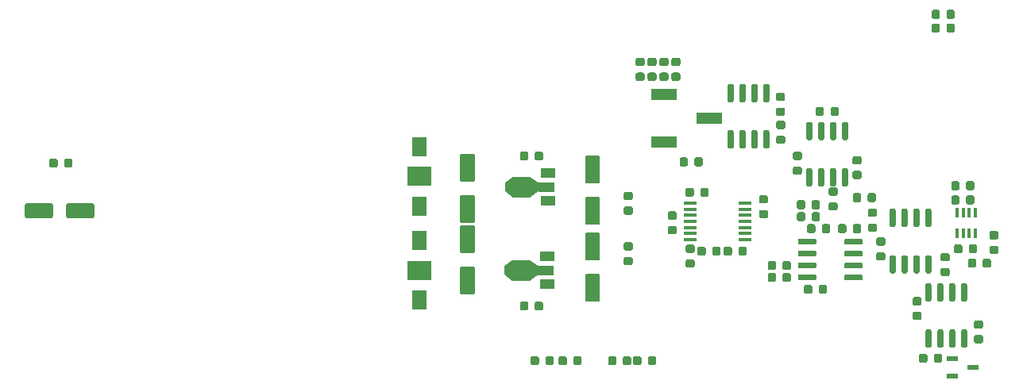
<source format=gtp>
G04 #@! TF.GenerationSoftware,KiCad,Pcbnew,(5.1.5)-3*
G04 #@! TF.CreationDate,2020-05-10T18:01:22+09:00*
G04 #@! TF.ProjectId,Current_Controller,43757272-656e-4745-9f43-6f6e74726f6c,rev?*
G04 #@! TF.SameCoordinates,Original*
G04 #@! TF.FileFunction,Paste,Top*
G04 #@! TF.FilePolarity,Positive*
%FSLAX46Y46*%
G04 Gerber Fmt 4.6, Leading zero omitted, Abs format (unit mm)*
G04 Created by KiCad (PCBNEW (5.1.5)-3) date 2020-05-10 18:01:22*
%MOMM*%
%LPD*%
G04 APERTURE LIST*
%ADD10R,0.400000X1.060000*%
%ADD11C,0.100000*%
%ADD12R,1.840000X2.200000*%
%ADD13R,1.500000X1.000000*%
%ADD14R,1.800000X1.000000*%
%ADD15R,1.450000X0.450000*%
%ADD16R,1.600000X2.000000*%
%ADD17R,2.600000X2.000000*%
%ADD18R,2.790000X1.190000*%
%ADD19R,1.143000X0.558800*%
G04 APERTURE END LIST*
D10*
X119500000Y-72611000D03*
X120150000Y-72611000D03*
X120810000Y-72611000D03*
X121460000Y-72611000D03*
X121460000Y-74811000D03*
X120810000Y-74811000D03*
X120150000Y-74811000D03*
X119500000Y-74811000D03*
D11*
G36*
X73934700Y-77640000D02*
G01*
X74934700Y-78340000D01*
X74934700Y-79140000D01*
X73934700Y-79840000D01*
X73934700Y-77640000D01*
G37*
D12*
X73025000Y-78740000D03*
D13*
X75838500Y-77240000D03*
D14*
X75692000Y-78740000D03*
D13*
X75838500Y-80240000D03*
D11*
G36*
X72116500Y-79840000D02*
G01*
X71266500Y-79240000D01*
X71266500Y-78240000D01*
X72116500Y-77640000D01*
X72116500Y-79840000D01*
G37*
G36*
X73998200Y-68750000D02*
G01*
X74998200Y-69450000D01*
X74998200Y-70250000D01*
X73998200Y-70950000D01*
X73998200Y-68750000D01*
G37*
D12*
X73088500Y-69850000D03*
D13*
X75902000Y-68350000D03*
D14*
X75755500Y-69850000D03*
D13*
X75902000Y-71350000D03*
D11*
G36*
X72180000Y-70950000D02*
G01*
X71330000Y-70350000D01*
X71330000Y-69350000D01*
X72180000Y-68750000D01*
X72180000Y-70950000D01*
G37*
G36*
X123721691Y-76144553D02*
G01*
X123742926Y-76147703D01*
X123763750Y-76152919D01*
X123783962Y-76160151D01*
X123803368Y-76169330D01*
X123821781Y-76180366D01*
X123839024Y-76193154D01*
X123854930Y-76207570D01*
X123869346Y-76223476D01*
X123882134Y-76240719D01*
X123893170Y-76259132D01*
X123902349Y-76278538D01*
X123909581Y-76298750D01*
X123914797Y-76319574D01*
X123917947Y-76340809D01*
X123919000Y-76362250D01*
X123919000Y-76799750D01*
X123917947Y-76821191D01*
X123914797Y-76842426D01*
X123909581Y-76863250D01*
X123902349Y-76883462D01*
X123893170Y-76902868D01*
X123882134Y-76921281D01*
X123869346Y-76938524D01*
X123854930Y-76954430D01*
X123839024Y-76968846D01*
X123821781Y-76981634D01*
X123803368Y-76992670D01*
X123783962Y-77001849D01*
X123763750Y-77009081D01*
X123742926Y-77014297D01*
X123721691Y-77017447D01*
X123700250Y-77018500D01*
X123187750Y-77018500D01*
X123166309Y-77017447D01*
X123145074Y-77014297D01*
X123124250Y-77009081D01*
X123104038Y-77001849D01*
X123084632Y-76992670D01*
X123066219Y-76981634D01*
X123048976Y-76968846D01*
X123033070Y-76954430D01*
X123018654Y-76938524D01*
X123005866Y-76921281D01*
X122994830Y-76902868D01*
X122985651Y-76883462D01*
X122978419Y-76863250D01*
X122973203Y-76842426D01*
X122970053Y-76821191D01*
X122969000Y-76799750D01*
X122969000Y-76362250D01*
X122970053Y-76340809D01*
X122973203Y-76319574D01*
X122978419Y-76298750D01*
X122985651Y-76278538D01*
X122994830Y-76259132D01*
X123005866Y-76240719D01*
X123018654Y-76223476D01*
X123033070Y-76207570D01*
X123048976Y-76193154D01*
X123066219Y-76180366D01*
X123084632Y-76169330D01*
X123104038Y-76160151D01*
X123124250Y-76152919D01*
X123145074Y-76147703D01*
X123166309Y-76144553D01*
X123187750Y-76143500D01*
X123700250Y-76143500D01*
X123721691Y-76144553D01*
G37*
G36*
X123721691Y-74569553D02*
G01*
X123742926Y-74572703D01*
X123763750Y-74577919D01*
X123783962Y-74585151D01*
X123803368Y-74594330D01*
X123821781Y-74605366D01*
X123839024Y-74618154D01*
X123854930Y-74632570D01*
X123869346Y-74648476D01*
X123882134Y-74665719D01*
X123893170Y-74684132D01*
X123902349Y-74703538D01*
X123909581Y-74723750D01*
X123914797Y-74744574D01*
X123917947Y-74765809D01*
X123919000Y-74787250D01*
X123919000Y-75224750D01*
X123917947Y-75246191D01*
X123914797Y-75267426D01*
X123909581Y-75288250D01*
X123902349Y-75308462D01*
X123893170Y-75327868D01*
X123882134Y-75346281D01*
X123869346Y-75363524D01*
X123854930Y-75379430D01*
X123839024Y-75393846D01*
X123821781Y-75406634D01*
X123803368Y-75417670D01*
X123783962Y-75426849D01*
X123763750Y-75434081D01*
X123742926Y-75439297D01*
X123721691Y-75442447D01*
X123700250Y-75443500D01*
X123187750Y-75443500D01*
X123166309Y-75442447D01*
X123145074Y-75439297D01*
X123124250Y-75434081D01*
X123104038Y-75426849D01*
X123084632Y-75417670D01*
X123066219Y-75406634D01*
X123048976Y-75393846D01*
X123033070Y-75379430D01*
X123018654Y-75363524D01*
X123005866Y-75346281D01*
X122994830Y-75327868D01*
X122985651Y-75308462D01*
X122978419Y-75288250D01*
X122973203Y-75267426D01*
X122970053Y-75246191D01*
X122969000Y-75224750D01*
X122969000Y-74787250D01*
X122970053Y-74765809D01*
X122973203Y-74744574D01*
X122978419Y-74723750D01*
X122985651Y-74703538D01*
X122994830Y-74684132D01*
X123005866Y-74665719D01*
X123018654Y-74648476D01*
X123033070Y-74632570D01*
X123048976Y-74618154D01*
X123066219Y-74605366D01*
X123084632Y-74594330D01*
X123104038Y-74585151D01*
X123124250Y-74577919D01*
X123145074Y-74572703D01*
X123166309Y-74569553D01*
X123187750Y-74568500D01*
X123700250Y-74568500D01*
X123721691Y-74569553D01*
G37*
G36*
X110767691Y-72182053D02*
G01*
X110788926Y-72185203D01*
X110809750Y-72190419D01*
X110829962Y-72197651D01*
X110849368Y-72206830D01*
X110867781Y-72217866D01*
X110885024Y-72230654D01*
X110900930Y-72245070D01*
X110915346Y-72260976D01*
X110928134Y-72278219D01*
X110939170Y-72296632D01*
X110948349Y-72316038D01*
X110955581Y-72336250D01*
X110960797Y-72357074D01*
X110963947Y-72378309D01*
X110965000Y-72399750D01*
X110965000Y-72837250D01*
X110963947Y-72858691D01*
X110960797Y-72879926D01*
X110955581Y-72900750D01*
X110948349Y-72920962D01*
X110939170Y-72940368D01*
X110928134Y-72958781D01*
X110915346Y-72976024D01*
X110900930Y-72991930D01*
X110885024Y-73006346D01*
X110867781Y-73019134D01*
X110849368Y-73030170D01*
X110829962Y-73039349D01*
X110809750Y-73046581D01*
X110788926Y-73051797D01*
X110767691Y-73054947D01*
X110746250Y-73056000D01*
X110233750Y-73056000D01*
X110212309Y-73054947D01*
X110191074Y-73051797D01*
X110170250Y-73046581D01*
X110150038Y-73039349D01*
X110130632Y-73030170D01*
X110112219Y-73019134D01*
X110094976Y-73006346D01*
X110079070Y-72991930D01*
X110064654Y-72976024D01*
X110051866Y-72958781D01*
X110040830Y-72940368D01*
X110031651Y-72920962D01*
X110024419Y-72900750D01*
X110019203Y-72879926D01*
X110016053Y-72858691D01*
X110015000Y-72837250D01*
X110015000Y-72399750D01*
X110016053Y-72378309D01*
X110019203Y-72357074D01*
X110024419Y-72336250D01*
X110031651Y-72316038D01*
X110040830Y-72296632D01*
X110051866Y-72278219D01*
X110064654Y-72260976D01*
X110079070Y-72245070D01*
X110094976Y-72230654D01*
X110112219Y-72217866D01*
X110130632Y-72206830D01*
X110150038Y-72197651D01*
X110170250Y-72190419D01*
X110191074Y-72185203D01*
X110212309Y-72182053D01*
X110233750Y-72181000D01*
X110746250Y-72181000D01*
X110767691Y-72182053D01*
G37*
G36*
X110767691Y-73757053D02*
G01*
X110788926Y-73760203D01*
X110809750Y-73765419D01*
X110829962Y-73772651D01*
X110849368Y-73781830D01*
X110867781Y-73792866D01*
X110885024Y-73805654D01*
X110900930Y-73820070D01*
X110915346Y-73835976D01*
X110928134Y-73853219D01*
X110939170Y-73871632D01*
X110948349Y-73891038D01*
X110955581Y-73911250D01*
X110960797Y-73932074D01*
X110963947Y-73953309D01*
X110965000Y-73974750D01*
X110965000Y-74412250D01*
X110963947Y-74433691D01*
X110960797Y-74454926D01*
X110955581Y-74475750D01*
X110948349Y-74495962D01*
X110939170Y-74515368D01*
X110928134Y-74533781D01*
X110915346Y-74551024D01*
X110900930Y-74566930D01*
X110885024Y-74581346D01*
X110867781Y-74594134D01*
X110849368Y-74605170D01*
X110829962Y-74614349D01*
X110809750Y-74621581D01*
X110788926Y-74626797D01*
X110767691Y-74629947D01*
X110746250Y-74631000D01*
X110233750Y-74631000D01*
X110212309Y-74629947D01*
X110191074Y-74626797D01*
X110170250Y-74621581D01*
X110150038Y-74614349D01*
X110130632Y-74605170D01*
X110112219Y-74594134D01*
X110094976Y-74581346D01*
X110079070Y-74566930D01*
X110064654Y-74551024D01*
X110051866Y-74533781D01*
X110040830Y-74515368D01*
X110031651Y-74495962D01*
X110024419Y-74475750D01*
X110019203Y-74454926D01*
X110016053Y-74433691D01*
X110015000Y-74412250D01*
X110015000Y-73974750D01*
X110016053Y-73953309D01*
X110019203Y-73932074D01*
X110024419Y-73911250D01*
X110031651Y-73891038D01*
X110040830Y-73871632D01*
X110051866Y-73853219D01*
X110064654Y-73835976D01*
X110079070Y-73820070D01*
X110094976Y-73805654D01*
X110112219Y-73792866D01*
X110130632Y-73781830D01*
X110150038Y-73772651D01*
X110170250Y-73765419D01*
X110191074Y-73760203D01*
X110212309Y-73757053D01*
X110233750Y-73756000D01*
X110746250Y-73756000D01*
X110767691Y-73757053D01*
G37*
G36*
X116623703Y-80116722D02*
G01*
X116638264Y-80118882D01*
X116652543Y-80122459D01*
X116666403Y-80127418D01*
X116679710Y-80133712D01*
X116692336Y-80141280D01*
X116704159Y-80150048D01*
X116715066Y-80159934D01*
X116724952Y-80170841D01*
X116733720Y-80182664D01*
X116741288Y-80195290D01*
X116747582Y-80208597D01*
X116752541Y-80222457D01*
X116756118Y-80236736D01*
X116758278Y-80251297D01*
X116759000Y-80266000D01*
X116759000Y-81916000D01*
X116758278Y-81930703D01*
X116756118Y-81945264D01*
X116752541Y-81959543D01*
X116747582Y-81973403D01*
X116741288Y-81986710D01*
X116733720Y-81999336D01*
X116724952Y-82011159D01*
X116715066Y-82022066D01*
X116704159Y-82031952D01*
X116692336Y-82040720D01*
X116679710Y-82048288D01*
X116666403Y-82054582D01*
X116652543Y-82059541D01*
X116638264Y-82063118D01*
X116623703Y-82065278D01*
X116609000Y-82066000D01*
X116309000Y-82066000D01*
X116294297Y-82065278D01*
X116279736Y-82063118D01*
X116265457Y-82059541D01*
X116251597Y-82054582D01*
X116238290Y-82048288D01*
X116225664Y-82040720D01*
X116213841Y-82031952D01*
X116202934Y-82022066D01*
X116193048Y-82011159D01*
X116184280Y-81999336D01*
X116176712Y-81986710D01*
X116170418Y-81973403D01*
X116165459Y-81959543D01*
X116161882Y-81945264D01*
X116159722Y-81930703D01*
X116159000Y-81916000D01*
X116159000Y-80266000D01*
X116159722Y-80251297D01*
X116161882Y-80236736D01*
X116165459Y-80222457D01*
X116170418Y-80208597D01*
X116176712Y-80195290D01*
X116184280Y-80182664D01*
X116193048Y-80170841D01*
X116202934Y-80159934D01*
X116213841Y-80150048D01*
X116225664Y-80141280D01*
X116238290Y-80133712D01*
X116251597Y-80127418D01*
X116265457Y-80122459D01*
X116279736Y-80118882D01*
X116294297Y-80116722D01*
X116309000Y-80116000D01*
X116609000Y-80116000D01*
X116623703Y-80116722D01*
G37*
G36*
X117893703Y-80116722D02*
G01*
X117908264Y-80118882D01*
X117922543Y-80122459D01*
X117936403Y-80127418D01*
X117949710Y-80133712D01*
X117962336Y-80141280D01*
X117974159Y-80150048D01*
X117985066Y-80159934D01*
X117994952Y-80170841D01*
X118003720Y-80182664D01*
X118011288Y-80195290D01*
X118017582Y-80208597D01*
X118022541Y-80222457D01*
X118026118Y-80236736D01*
X118028278Y-80251297D01*
X118029000Y-80266000D01*
X118029000Y-81916000D01*
X118028278Y-81930703D01*
X118026118Y-81945264D01*
X118022541Y-81959543D01*
X118017582Y-81973403D01*
X118011288Y-81986710D01*
X118003720Y-81999336D01*
X117994952Y-82011159D01*
X117985066Y-82022066D01*
X117974159Y-82031952D01*
X117962336Y-82040720D01*
X117949710Y-82048288D01*
X117936403Y-82054582D01*
X117922543Y-82059541D01*
X117908264Y-82063118D01*
X117893703Y-82065278D01*
X117879000Y-82066000D01*
X117579000Y-82066000D01*
X117564297Y-82065278D01*
X117549736Y-82063118D01*
X117535457Y-82059541D01*
X117521597Y-82054582D01*
X117508290Y-82048288D01*
X117495664Y-82040720D01*
X117483841Y-82031952D01*
X117472934Y-82022066D01*
X117463048Y-82011159D01*
X117454280Y-81999336D01*
X117446712Y-81986710D01*
X117440418Y-81973403D01*
X117435459Y-81959543D01*
X117431882Y-81945264D01*
X117429722Y-81930703D01*
X117429000Y-81916000D01*
X117429000Y-80266000D01*
X117429722Y-80251297D01*
X117431882Y-80236736D01*
X117435459Y-80222457D01*
X117440418Y-80208597D01*
X117446712Y-80195290D01*
X117454280Y-80182664D01*
X117463048Y-80170841D01*
X117472934Y-80159934D01*
X117483841Y-80150048D01*
X117495664Y-80141280D01*
X117508290Y-80133712D01*
X117521597Y-80127418D01*
X117535457Y-80122459D01*
X117549736Y-80118882D01*
X117564297Y-80116722D01*
X117579000Y-80116000D01*
X117879000Y-80116000D01*
X117893703Y-80116722D01*
G37*
G36*
X119163703Y-80116722D02*
G01*
X119178264Y-80118882D01*
X119192543Y-80122459D01*
X119206403Y-80127418D01*
X119219710Y-80133712D01*
X119232336Y-80141280D01*
X119244159Y-80150048D01*
X119255066Y-80159934D01*
X119264952Y-80170841D01*
X119273720Y-80182664D01*
X119281288Y-80195290D01*
X119287582Y-80208597D01*
X119292541Y-80222457D01*
X119296118Y-80236736D01*
X119298278Y-80251297D01*
X119299000Y-80266000D01*
X119299000Y-81916000D01*
X119298278Y-81930703D01*
X119296118Y-81945264D01*
X119292541Y-81959543D01*
X119287582Y-81973403D01*
X119281288Y-81986710D01*
X119273720Y-81999336D01*
X119264952Y-82011159D01*
X119255066Y-82022066D01*
X119244159Y-82031952D01*
X119232336Y-82040720D01*
X119219710Y-82048288D01*
X119206403Y-82054582D01*
X119192543Y-82059541D01*
X119178264Y-82063118D01*
X119163703Y-82065278D01*
X119149000Y-82066000D01*
X118849000Y-82066000D01*
X118834297Y-82065278D01*
X118819736Y-82063118D01*
X118805457Y-82059541D01*
X118791597Y-82054582D01*
X118778290Y-82048288D01*
X118765664Y-82040720D01*
X118753841Y-82031952D01*
X118742934Y-82022066D01*
X118733048Y-82011159D01*
X118724280Y-81999336D01*
X118716712Y-81986710D01*
X118710418Y-81973403D01*
X118705459Y-81959543D01*
X118701882Y-81945264D01*
X118699722Y-81930703D01*
X118699000Y-81916000D01*
X118699000Y-80266000D01*
X118699722Y-80251297D01*
X118701882Y-80236736D01*
X118705459Y-80222457D01*
X118710418Y-80208597D01*
X118716712Y-80195290D01*
X118724280Y-80182664D01*
X118733048Y-80170841D01*
X118742934Y-80159934D01*
X118753841Y-80150048D01*
X118765664Y-80141280D01*
X118778290Y-80133712D01*
X118791597Y-80127418D01*
X118805457Y-80122459D01*
X118819736Y-80118882D01*
X118834297Y-80116722D01*
X118849000Y-80116000D01*
X119149000Y-80116000D01*
X119163703Y-80116722D01*
G37*
G36*
X120433703Y-80116722D02*
G01*
X120448264Y-80118882D01*
X120462543Y-80122459D01*
X120476403Y-80127418D01*
X120489710Y-80133712D01*
X120502336Y-80141280D01*
X120514159Y-80150048D01*
X120525066Y-80159934D01*
X120534952Y-80170841D01*
X120543720Y-80182664D01*
X120551288Y-80195290D01*
X120557582Y-80208597D01*
X120562541Y-80222457D01*
X120566118Y-80236736D01*
X120568278Y-80251297D01*
X120569000Y-80266000D01*
X120569000Y-81916000D01*
X120568278Y-81930703D01*
X120566118Y-81945264D01*
X120562541Y-81959543D01*
X120557582Y-81973403D01*
X120551288Y-81986710D01*
X120543720Y-81999336D01*
X120534952Y-82011159D01*
X120525066Y-82022066D01*
X120514159Y-82031952D01*
X120502336Y-82040720D01*
X120489710Y-82048288D01*
X120476403Y-82054582D01*
X120462543Y-82059541D01*
X120448264Y-82063118D01*
X120433703Y-82065278D01*
X120419000Y-82066000D01*
X120119000Y-82066000D01*
X120104297Y-82065278D01*
X120089736Y-82063118D01*
X120075457Y-82059541D01*
X120061597Y-82054582D01*
X120048290Y-82048288D01*
X120035664Y-82040720D01*
X120023841Y-82031952D01*
X120012934Y-82022066D01*
X120003048Y-82011159D01*
X119994280Y-81999336D01*
X119986712Y-81986710D01*
X119980418Y-81973403D01*
X119975459Y-81959543D01*
X119971882Y-81945264D01*
X119969722Y-81930703D01*
X119969000Y-81916000D01*
X119969000Y-80266000D01*
X119969722Y-80251297D01*
X119971882Y-80236736D01*
X119975459Y-80222457D01*
X119980418Y-80208597D01*
X119986712Y-80195290D01*
X119994280Y-80182664D01*
X120003048Y-80170841D01*
X120012934Y-80159934D01*
X120023841Y-80150048D01*
X120035664Y-80141280D01*
X120048290Y-80133712D01*
X120061597Y-80127418D01*
X120075457Y-80122459D01*
X120089736Y-80118882D01*
X120104297Y-80116722D01*
X120119000Y-80116000D01*
X120419000Y-80116000D01*
X120433703Y-80116722D01*
G37*
G36*
X120433703Y-85066722D02*
G01*
X120448264Y-85068882D01*
X120462543Y-85072459D01*
X120476403Y-85077418D01*
X120489710Y-85083712D01*
X120502336Y-85091280D01*
X120514159Y-85100048D01*
X120525066Y-85109934D01*
X120534952Y-85120841D01*
X120543720Y-85132664D01*
X120551288Y-85145290D01*
X120557582Y-85158597D01*
X120562541Y-85172457D01*
X120566118Y-85186736D01*
X120568278Y-85201297D01*
X120569000Y-85216000D01*
X120569000Y-86866000D01*
X120568278Y-86880703D01*
X120566118Y-86895264D01*
X120562541Y-86909543D01*
X120557582Y-86923403D01*
X120551288Y-86936710D01*
X120543720Y-86949336D01*
X120534952Y-86961159D01*
X120525066Y-86972066D01*
X120514159Y-86981952D01*
X120502336Y-86990720D01*
X120489710Y-86998288D01*
X120476403Y-87004582D01*
X120462543Y-87009541D01*
X120448264Y-87013118D01*
X120433703Y-87015278D01*
X120419000Y-87016000D01*
X120119000Y-87016000D01*
X120104297Y-87015278D01*
X120089736Y-87013118D01*
X120075457Y-87009541D01*
X120061597Y-87004582D01*
X120048290Y-86998288D01*
X120035664Y-86990720D01*
X120023841Y-86981952D01*
X120012934Y-86972066D01*
X120003048Y-86961159D01*
X119994280Y-86949336D01*
X119986712Y-86936710D01*
X119980418Y-86923403D01*
X119975459Y-86909543D01*
X119971882Y-86895264D01*
X119969722Y-86880703D01*
X119969000Y-86866000D01*
X119969000Y-85216000D01*
X119969722Y-85201297D01*
X119971882Y-85186736D01*
X119975459Y-85172457D01*
X119980418Y-85158597D01*
X119986712Y-85145290D01*
X119994280Y-85132664D01*
X120003048Y-85120841D01*
X120012934Y-85109934D01*
X120023841Y-85100048D01*
X120035664Y-85091280D01*
X120048290Y-85083712D01*
X120061597Y-85077418D01*
X120075457Y-85072459D01*
X120089736Y-85068882D01*
X120104297Y-85066722D01*
X120119000Y-85066000D01*
X120419000Y-85066000D01*
X120433703Y-85066722D01*
G37*
G36*
X119163703Y-85066722D02*
G01*
X119178264Y-85068882D01*
X119192543Y-85072459D01*
X119206403Y-85077418D01*
X119219710Y-85083712D01*
X119232336Y-85091280D01*
X119244159Y-85100048D01*
X119255066Y-85109934D01*
X119264952Y-85120841D01*
X119273720Y-85132664D01*
X119281288Y-85145290D01*
X119287582Y-85158597D01*
X119292541Y-85172457D01*
X119296118Y-85186736D01*
X119298278Y-85201297D01*
X119299000Y-85216000D01*
X119299000Y-86866000D01*
X119298278Y-86880703D01*
X119296118Y-86895264D01*
X119292541Y-86909543D01*
X119287582Y-86923403D01*
X119281288Y-86936710D01*
X119273720Y-86949336D01*
X119264952Y-86961159D01*
X119255066Y-86972066D01*
X119244159Y-86981952D01*
X119232336Y-86990720D01*
X119219710Y-86998288D01*
X119206403Y-87004582D01*
X119192543Y-87009541D01*
X119178264Y-87013118D01*
X119163703Y-87015278D01*
X119149000Y-87016000D01*
X118849000Y-87016000D01*
X118834297Y-87015278D01*
X118819736Y-87013118D01*
X118805457Y-87009541D01*
X118791597Y-87004582D01*
X118778290Y-86998288D01*
X118765664Y-86990720D01*
X118753841Y-86981952D01*
X118742934Y-86972066D01*
X118733048Y-86961159D01*
X118724280Y-86949336D01*
X118716712Y-86936710D01*
X118710418Y-86923403D01*
X118705459Y-86909543D01*
X118701882Y-86895264D01*
X118699722Y-86880703D01*
X118699000Y-86866000D01*
X118699000Y-85216000D01*
X118699722Y-85201297D01*
X118701882Y-85186736D01*
X118705459Y-85172457D01*
X118710418Y-85158597D01*
X118716712Y-85145290D01*
X118724280Y-85132664D01*
X118733048Y-85120841D01*
X118742934Y-85109934D01*
X118753841Y-85100048D01*
X118765664Y-85091280D01*
X118778290Y-85083712D01*
X118791597Y-85077418D01*
X118805457Y-85072459D01*
X118819736Y-85068882D01*
X118834297Y-85066722D01*
X118849000Y-85066000D01*
X119149000Y-85066000D01*
X119163703Y-85066722D01*
G37*
G36*
X117893703Y-85066722D02*
G01*
X117908264Y-85068882D01*
X117922543Y-85072459D01*
X117936403Y-85077418D01*
X117949710Y-85083712D01*
X117962336Y-85091280D01*
X117974159Y-85100048D01*
X117985066Y-85109934D01*
X117994952Y-85120841D01*
X118003720Y-85132664D01*
X118011288Y-85145290D01*
X118017582Y-85158597D01*
X118022541Y-85172457D01*
X118026118Y-85186736D01*
X118028278Y-85201297D01*
X118029000Y-85216000D01*
X118029000Y-86866000D01*
X118028278Y-86880703D01*
X118026118Y-86895264D01*
X118022541Y-86909543D01*
X118017582Y-86923403D01*
X118011288Y-86936710D01*
X118003720Y-86949336D01*
X117994952Y-86961159D01*
X117985066Y-86972066D01*
X117974159Y-86981952D01*
X117962336Y-86990720D01*
X117949710Y-86998288D01*
X117936403Y-87004582D01*
X117922543Y-87009541D01*
X117908264Y-87013118D01*
X117893703Y-87015278D01*
X117879000Y-87016000D01*
X117579000Y-87016000D01*
X117564297Y-87015278D01*
X117549736Y-87013118D01*
X117535457Y-87009541D01*
X117521597Y-87004582D01*
X117508290Y-86998288D01*
X117495664Y-86990720D01*
X117483841Y-86981952D01*
X117472934Y-86972066D01*
X117463048Y-86961159D01*
X117454280Y-86949336D01*
X117446712Y-86936710D01*
X117440418Y-86923403D01*
X117435459Y-86909543D01*
X117431882Y-86895264D01*
X117429722Y-86880703D01*
X117429000Y-86866000D01*
X117429000Y-85216000D01*
X117429722Y-85201297D01*
X117431882Y-85186736D01*
X117435459Y-85172457D01*
X117440418Y-85158597D01*
X117446712Y-85145290D01*
X117454280Y-85132664D01*
X117463048Y-85120841D01*
X117472934Y-85109934D01*
X117483841Y-85100048D01*
X117495664Y-85091280D01*
X117508290Y-85083712D01*
X117521597Y-85077418D01*
X117535457Y-85072459D01*
X117549736Y-85068882D01*
X117564297Y-85066722D01*
X117579000Y-85066000D01*
X117879000Y-85066000D01*
X117893703Y-85066722D01*
G37*
G36*
X116623703Y-85066722D02*
G01*
X116638264Y-85068882D01*
X116652543Y-85072459D01*
X116666403Y-85077418D01*
X116679710Y-85083712D01*
X116692336Y-85091280D01*
X116704159Y-85100048D01*
X116715066Y-85109934D01*
X116724952Y-85120841D01*
X116733720Y-85132664D01*
X116741288Y-85145290D01*
X116747582Y-85158597D01*
X116752541Y-85172457D01*
X116756118Y-85186736D01*
X116758278Y-85201297D01*
X116759000Y-85216000D01*
X116759000Y-86866000D01*
X116758278Y-86880703D01*
X116756118Y-86895264D01*
X116752541Y-86909543D01*
X116747582Y-86923403D01*
X116741288Y-86936710D01*
X116733720Y-86949336D01*
X116724952Y-86961159D01*
X116715066Y-86972066D01*
X116704159Y-86981952D01*
X116692336Y-86990720D01*
X116679710Y-86998288D01*
X116666403Y-87004582D01*
X116652543Y-87009541D01*
X116638264Y-87013118D01*
X116623703Y-87015278D01*
X116609000Y-87016000D01*
X116309000Y-87016000D01*
X116294297Y-87015278D01*
X116279736Y-87013118D01*
X116265457Y-87009541D01*
X116251597Y-87004582D01*
X116238290Y-86998288D01*
X116225664Y-86990720D01*
X116213841Y-86981952D01*
X116202934Y-86972066D01*
X116193048Y-86961159D01*
X116184280Y-86949336D01*
X116176712Y-86936710D01*
X116170418Y-86923403D01*
X116165459Y-86909543D01*
X116161882Y-86895264D01*
X116159722Y-86880703D01*
X116159000Y-86866000D01*
X116159000Y-85216000D01*
X116159722Y-85201297D01*
X116161882Y-85186736D01*
X116165459Y-85172457D01*
X116170418Y-85158597D01*
X116176712Y-85145290D01*
X116184280Y-85132664D01*
X116193048Y-85120841D01*
X116202934Y-85109934D01*
X116213841Y-85100048D01*
X116225664Y-85091280D01*
X116238290Y-85083712D01*
X116251597Y-85077418D01*
X116265457Y-85072459D01*
X116279736Y-85068882D01*
X116294297Y-85066722D01*
X116309000Y-85066000D01*
X116609000Y-85066000D01*
X116623703Y-85066722D01*
G37*
G36*
X109308903Y-75392722D02*
G01*
X109323464Y-75394882D01*
X109337743Y-75398459D01*
X109351603Y-75403418D01*
X109364910Y-75409712D01*
X109377536Y-75417280D01*
X109389359Y-75426048D01*
X109400266Y-75435934D01*
X109410152Y-75446841D01*
X109418920Y-75458664D01*
X109426488Y-75471290D01*
X109432782Y-75484597D01*
X109437741Y-75498457D01*
X109441318Y-75512736D01*
X109443478Y-75527297D01*
X109444200Y-75542000D01*
X109444200Y-75842000D01*
X109443478Y-75856703D01*
X109441318Y-75871264D01*
X109437741Y-75885543D01*
X109432782Y-75899403D01*
X109426488Y-75912710D01*
X109418920Y-75925336D01*
X109410152Y-75937159D01*
X109400266Y-75948066D01*
X109389359Y-75957952D01*
X109377536Y-75966720D01*
X109364910Y-75974288D01*
X109351603Y-75980582D01*
X109337743Y-75985541D01*
X109323464Y-75989118D01*
X109308903Y-75991278D01*
X109294200Y-75992000D01*
X107644200Y-75992000D01*
X107629497Y-75991278D01*
X107614936Y-75989118D01*
X107600657Y-75985541D01*
X107586797Y-75980582D01*
X107573490Y-75974288D01*
X107560864Y-75966720D01*
X107549041Y-75957952D01*
X107538134Y-75948066D01*
X107528248Y-75937159D01*
X107519480Y-75925336D01*
X107511912Y-75912710D01*
X107505618Y-75899403D01*
X107500659Y-75885543D01*
X107497082Y-75871264D01*
X107494922Y-75856703D01*
X107494200Y-75842000D01*
X107494200Y-75542000D01*
X107494922Y-75527297D01*
X107497082Y-75512736D01*
X107500659Y-75498457D01*
X107505618Y-75484597D01*
X107511912Y-75471290D01*
X107519480Y-75458664D01*
X107528248Y-75446841D01*
X107538134Y-75435934D01*
X107549041Y-75426048D01*
X107560864Y-75417280D01*
X107573490Y-75409712D01*
X107586797Y-75403418D01*
X107600657Y-75398459D01*
X107614936Y-75394882D01*
X107629497Y-75392722D01*
X107644200Y-75392000D01*
X109294200Y-75392000D01*
X109308903Y-75392722D01*
G37*
G36*
X109308903Y-76662722D02*
G01*
X109323464Y-76664882D01*
X109337743Y-76668459D01*
X109351603Y-76673418D01*
X109364910Y-76679712D01*
X109377536Y-76687280D01*
X109389359Y-76696048D01*
X109400266Y-76705934D01*
X109410152Y-76716841D01*
X109418920Y-76728664D01*
X109426488Y-76741290D01*
X109432782Y-76754597D01*
X109437741Y-76768457D01*
X109441318Y-76782736D01*
X109443478Y-76797297D01*
X109444200Y-76812000D01*
X109444200Y-77112000D01*
X109443478Y-77126703D01*
X109441318Y-77141264D01*
X109437741Y-77155543D01*
X109432782Y-77169403D01*
X109426488Y-77182710D01*
X109418920Y-77195336D01*
X109410152Y-77207159D01*
X109400266Y-77218066D01*
X109389359Y-77227952D01*
X109377536Y-77236720D01*
X109364910Y-77244288D01*
X109351603Y-77250582D01*
X109337743Y-77255541D01*
X109323464Y-77259118D01*
X109308903Y-77261278D01*
X109294200Y-77262000D01*
X107644200Y-77262000D01*
X107629497Y-77261278D01*
X107614936Y-77259118D01*
X107600657Y-77255541D01*
X107586797Y-77250582D01*
X107573490Y-77244288D01*
X107560864Y-77236720D01*
X107549041Y-77227952D01*
X107538134Y-77218066D01*
X107528248Y-77207159D01*
X107519480Y-77195336D01*
X107511912Y-77182710D01*
X107505618Y-77169403D01*
X107500659Y-77155543D01*
X107497082Y-77141264D01*
X107494922Y-77126703D01*
X107494200Y-77112000D01*
X107494200Y-76812000D01*
X107494922Y-76797297D01*
X107497082Y-76782736D01*
X107500659Y-76768457D01*
X107505618Y-76754597D01*
X107511912Y-76741290D01*
X107519480Y-76728664D01*
X107528248Y-76716841D01*
X107538134Y-76705934D01*
X107549041Y-76696048D01*
X107560864Y-76687280D01*
X107573490Y-76679712D01*
X107586797Y-76673418D01*
X107600657Y-76668459D01*
X107614936Y-76664882D01*
X107629497Y-76662722D01*
X107644200Y-76662000D01*
X109294200Y-76662000D01*
X109308903Y-76662722D01*
G37*
G36*
X109308903Y-77932722D02*
G01*
X109323464Y-77934882D01*
X109337743Y-77938459D01*
X109351603Y-77943418D01*
X109364910Y-77949712D01*
X109377536Y-77957280D01*
X109389359Y-77966048D01*
X109400266Y-77975934D01*
X109410152Y-77986841D01*
X109418920Y-77998664D01*
X109426488Y-78011290D01*
X109432782Y-78024597D01*
X109437741Y-78038457D01*
X109441318Y-78052736D01*
X109443478Y-78067297D01*
X109444200Y-78082000D01*
X109444200Y-78382000D01*
X109443478Y-78396703D01*
X109441318Y-78411264D01*
X109437741Y-78425543D01*
X109432782Y-78439403D01*
X109426488Y-78452710D01*
X109418920Y-78465336D01*
X109410152Y-78477159D01*
X109400266Y-78488066D01*
X109389359Y-78497952D01*
X109377536Y-78506720D01*
X109364910Y-78514288D01*
X109351603Y-78520582D01*
X109337743Y-78525541D01*
X109323464Y-78529118D01*
X109308903Y-78531278D01*
X109294200Y-78532000D01*
X107644200Y-78532000D01*
X107629497Y-78531278D01*
X107614936Y-78529118D01*
X107600657Y-78525541D01*
X107586797Y-78520582D01*
X107573490Y-78514288D01*
X107560864Y-78506720D01*
X107549041Y-78497952D01*
X107538134Y-78488066D01*
X107528248Y-78477159D01*
X107519480Y-78465336D01*
X107511912Y-78452710D01*
X107505618Y-78439403D01*
X107500659Y-78425543D01*
X107497082Y-78411264D01*
X107494922Y-78396703D01*
X107494200Y-78382000D01*
X107494200Y-78082000D01*
X107494922Y-78067297D01*
X107497082Y-78052736D01*
X107500659Y-78038457D01*
X107505618Y-78024597D01*
X107511912Y-78011290D01*
X107519480Y-77998664D01*
X107528248Y-77986841D01*
X107538134Y-77975934D01*
X107549041Y-77966048D01*
X107560864Y-77957280D01*
X107573490Y-77949712D01*
X107586797Y-77943418D01*
X107600657Y-77938459D01*
X107614936Y-77934882D01*
X107629497Y-77932722D01*
X107644200Y-77932000D01*
X109294200Y-77932000D01*
X109308903Y-77932722D01*
G37*
G36*
X109308903Y-79202722D02*
G01*
X109323464Y-79204882D01*
X109337743Y-79208459D01*
X109351603Y-79213418D01*
X109364910Y-79219712D01*
X109377536Y-79227280D01*
X109389359Y-79236048D01*
X109400266Y-79245934D01*
X109410152Y-79256841D01*
X109418920Y-79268664D01*
X109426488Y-79281290D01*
X109432782Y-79294597D01*
X109437741Y-79308457D01*
X109441318Y-79322736D01*
X109443478Y-79337297D01*
X109444200Y-79352000D01*
X109444200Y-79652000D01*
X109443478Y-79666703D01*
X109441318Y-79681264D01*
X109437741Y-79695543D01*
X109432782Y-79709403D01*
X109426488Y-79722710D01*
X109418920Y-79735336D01*
X109410152Y-79747159D01*
X109400266Y-79758066D01*
X109389359Y-79767952D01*
X109377536Y-79776720D01*
X109364910Y-79784288D01*
X109351603Y-79790582D01*
X109337743Y-79795541D01*
X109323464Y-79799118D01*
X109308903Y-79801278D01*
X109294200Y-79802000D01*
X107644200Y-79802000D01*
X107629497Y-79801278D01*
X107614936Y-79799118D01*
X107600657Y-79795541D01*
X107586797Y-79790582D01*
X107573490Y-79784288D01*
X107560864Y-79776720D01*
X107549041Y-79767952D01*
X107538134Y-79758066D01*
X107528248Y-79747159D01*
X107519480Y-79735336D01*
X107511912Y-79722710D01*
X107505618Y-79709403D01*
X107500659Y-79695543D01*
X107497082Y-79681264D01*
X107494922Y-79666703D01*
X107494200Y-79652000D01*
X107494200Y-79352000D01*
X107494922Y-79337297D01*
X107497082Y-79322736D01*
X107500659Y-79308457D01*
X107505618Y-79294597D01*
X107511912Y-79281290D01*
X107519480Y-79268664D01*
X107528248Y-79256841D01*
X107538134Y-79245934D01*
X107549041Y-79236048D01*
X107560864Y-79227280D01*
X107573490Y-79219712D01*
X107586797Y-79213418D01*
X107600657Y-79208459D01*
X107614936Y-79204882D01*
X107629497Y-79202722D01*
X107644200Y-79202000D01*
X109294200Y-79202000D01*
X109308903Y-79202722D01*
G37*
G36*
X104358903Y-79202722D02*
G01*
X104373464Y-79204882D01*
X104387743Y-79208459D01*
X104401603Y-79213418D01*
X104414910Y-79219712D01*
X104427536Y-79227280D01*
X104439359Y-79236048D01*
X104450266Y-79245934D01*
X104460152Y-79256841D01*
X104468920Y-79268664D01*
X104476488Y-79281290D01*
X104482782Y-79294597D01*
X104487741Y-79308457D01*
X104491318Y-79322736D01*
X104493478Y-79337297D01*
X104494200Y-79352000D01*
X104494200Y-79652000D01*
X104493478Y-79666703D01*
X104491318Y-79681264D01*
X104487741Y-79695543D01*
X104482782Y-79709403D01*
X104476488Y-79722710D01*
X104468920Y-79735336D01*
X104460152Y-79747159D01*
X104450266Y-79758066D01*
X104439359Y-79767952D01*
X104427536Y-79776720D01*
X104414910Y-79784288D01*
X104401603Y-79790582D01*
X104387743Y-79795541D01*
X104373464Y-79799118D01*
X104358903Y-79801278D01*
X104344200Y-79802000D01*
X102694200Y-79802000D01*
X102679497Y-79801278D01*
X102664936Y-79799118D01*
X102650657Y-79795541D01*
X102636797Y-79790582D01*
X102623490Y-79784288D01*
X102610864Y-79776720D01*
X102599041Y-79767952D01*
X102588134Y-79758066D01*
X102578248Y-79747159D01*
X102569480Y-79735336D01*
X102561912Y-79722710D01*
X102555618Y-79709403D01*
X102550659Y-79695543D01*
X102547082Y-79681264D01*
X102544922Y-79666703D01*
X102544200Y-79652000D01*
X102544200Y-79352000D01*
X102544922Y-79337297D01*
X102547082Y-79322736D01*
X102550659Y-79308457D01*
X102555618Y-79294597D01*
X102561912Y-79281290D01*
X102569480Y-79268664D01*
X102578248Y-79256841D01*
X102588134Y-79245934D01*
X102599041Y-79236048D01*
X102610864Y-79227280D01*
X102623490Y-79219712D01*
X102636797Y-79213418D01*
X102650657Y-79208459D01*
X102664936Y-79204882D01*
X102679497Y-79202722D01*
X102694200Y-79202000D01*
X104344200Y-79202000D01*
X104358903Y-79202722D01*
G37*
G36*
X104358903Y-77932722D02*
G01*
X104373464Y-77934882D01*
X104387743Y-77938459D01*
X104401603Y-77943418D01*
X104414910Y-77949712D01*
X104427536Y-77957280D01*
X104439359Y-77966048D01*
X104450266Y-77975934D01*
X104460152Y-77986841D01*
X104468920Y-77998664D01*
X104476488Y-78011290D01*
X104482782Y-78024597D01*
X104487741Y-78038457D01*
X104491318Y-78052736D01*
X104493478Y-78067297D01*
X104494200Y-78082000D01*
X104494200Y-78382000D01*
X104493478Y-78396703D01*
X104491318Y-78411264D01*
X104487741Y-78425543D01*
X104482782Y-78439403D01*
X104476488Y-78452710D01*
X104468920Y-78465336D01*
X104460152Y-78477159D01*
X104450266Y-78488066D01*
X104439359Y-78497952D01*
X104427536Y-78506720D01*
X104414910Y-78514288D01*
X104401603Y-78520582D01*
X104387743Y-78525541D01*
X104373464Y-78529118D01*
X104358903Y-78531278D01*
X104344200Y-78532000D01*
X102694200Y-78532000D01*
X102679497Y-78531278D01*
X102664936Y-78529118D01*
X102650657Y-78525541D01*
X102636797Y-78520582D01*
X102623490Y-78514288D01*
X102610864Y-78506720D01*
X102599041Y-78497952D01*
X102588134Y-78488066D01*
X102578248Y-78477159D01*
X102569480Y-78465336D01*
X102561912Y-78452710D01*
X102555618Y-78439403D01*
X102550659Y-78425543D01*
X102547082Y-78411264D01*
X102544922Y-78396703D01*
X102544200Y-78382000D01*
X102544200Y-78082000D01*
X102544922Y-78067297D01*
X102547082Y-78052736D01*
X102550659Y-78038457D01*
X102555618Y-78024597D01*
X102561912Y-78011290D01*
X102569480Y-77998664D01*
X102578248Y-77986841D01*
X102588134Y-77975934D01*
X102599041Y-77966048D01*
X102610864Y-77957280D01*
X102623490Y-77949712D01*
X102636797Y-77943418D01*
X102650657Y-77938459D01*
X102664936Y-77934882D01*
X102679497Y-77932722D01*
X102694200Y-77932000D01*
X104344200Y-77932000D01*
X104358903Y-77932722D01*
G37*
G36*
X104358903Y-76662722D02*
G01*
X104373464Y-76664882D01*
X104387743Y-76668459D01*
X104401603Y-76673418D01*
X104414910Y-76679712D01*
X104427536Y-76687280D01*
X104439359Y-76696048D01*
X104450266Y-76705934D01*
X104460152Y-76716841D01*
X104468920Y-76728664D01*
X104476488Y-76741290D01*
X104482782Y-76754597D01*
X104487741Y-76768457D01*
X104491318Y-76782736D01*
X104493478Y-76797297D01*
X104494200Y-76812000D01*
X104494200Y-77112000D01*
X104493478Y-77126703D01*
X104491318Y-77141264D01*
X104487741Y-77155543D01*
X104482782Y-77169403D01*
X104476488Y-77182710D01*
X104468920Y-77195336D01*
X104460152Y-77207159D01*
X104450266Y-77218066D01*
X104439359Y-77227952D01*
X104427536Y-77236720D01*
X104414910Y-77244288D01*
X104401603Y-77250582D01*
X104387743Y-77255541D01*
X104373464Y-77259118D01*
X104358903Y-77261278D01*
X104344200Y-77262000D01*
X102694200Y-77262000D01*
X102679497Y-77261278D01*
X102664936Y-77259118D01*
X102650657Y-77255541D01*
X102636797Y-77250582D01*
X102623490Y-77244288D01*
X102610864Y-77236720D01*
X102599041Y-77227952D01*
X102588134Y-77218066D01*
X102578248Y-77207159D01*
X102569480Y-77195336D01*
X102561912Y-77182710D01*
X102555618Y-77169403D01*
X102550659Y-77155543D01*
X102547082Y-77141264D01*
X102544922Y-77126703D01*
X102544200Y-77112000D01*
X102544200Y-76812000D01*
X102544922Y-76797297D01*
X102547082Y-76782736D01*
X102550659Y-76768457D01*
X102555618Y-76754597D01*
X102561912Y-76741290D01*
X102569480Y-76728664D01*
X102578248Y-76716841D01*
X102588134Y-76705934D01*
X102599041Y-76696048D01*
X102610864Y-76687280D01*
X102623490Y-76679712D01*
X102636797Y-76673418D01*
X102650657Y-76668459D01*
X102664936Y-76664882D01*
X102679497Y-76662722D01*
X102694200Y-76662000D01*
X104344200Y-76662000D01*
X104358903Y-76662722D01*
G37*
G36*
X104358903Y-75392722D02*
G01*
X104373464Y-75394882D01*
X104387743Y-75398459D01*
X104401603Y-75403418D01*
X104414910Y-75409712D01*
X104427536Y-75417280D01*
X104439359Y-75426048D01*
X104450266Y-75435934D01*
X104460152Y-75446841D01*
X104468920Y-75458664D01*
X104476488Y-75471290D01*
X104482782Y-75484597D01*
X104487741Y-75498457D01*
X104491318Y-75512736D01*
X104493478Y-75527297D01*
X104494200Y-75542000D01*
X104494200Y-75842000D01*
X104493478Y-75856703D01*
X104491318Y-75871264D01*
X104487741Y-75885543D01*
X104482782Y-75899403D01*
X104476488Y-75912710D01*
X104468920Y-75925336D01*
X104460152Y-75937159D01*
X104450266Y-75948066D01*
X104439359Y-75957952D01*
X104427536Y-75966720D01*
X104414910Y-75974288D01*
X104401603Y-75980582D01*
X104387743Y-75985541D01*
X104373464Y-75989118D01*
X104358903Y-75991278D01*
X104344200Y-75992000D01*
X102694200Y-75992000D01*
X102679497Y-75991278D01*
X102664936Y-75989118D01*
X102650657Y-75985541D01*
X102636797Y-75980582D01*
X102623490Y-75974288D01*
X102610864Y-75966720D01*
X102599041Y-75957952D01*
X102588134Y-75948066D01*
X102578248Y-75937159D01*
X102569480Y-75925336D01*
X102561912Y-75912710D01*
X102555618Y-75899403D01*
X102550659Y-75885543D01*
X102547082Y-75871264D01*
X102544922Y-75856703D01*
X102544200Y-75842000D01*
X102544200Y-75542000D01*
X102544922Y-75527297D01*
X102547082Y-75512736D01*
X102550659Y-75498457D01*
X102555618Y-75484597D01*
X102561912Y-75471290D01*
X102569480Y-75458664D01*
X102578248Y-75446841D01*
X102588134Y-75435934D01*
X102599041Y-75426048D01*
X102610864Y-75417280D01*
X102623490Y-75409712D01*
X102636797Y-75403418D01*
X102650657Y-75398459D01*
X102664936Y-75394882D01*
X102679497Y-75392722D01*
X102694200Y-75392000D01*
X104344200Y-75392000D01*
X104358903Y-75392722D01*
G37*
G36*
X95541703Y-58856922D02*
G01*
X95556264Y-58859082D01*
X95570543Y-58862659D01*
X95584403Y-58867618D01*
X95597710Y-58873912D01*
X95610336Y-58881480D01*
X95622159Y-58890248D01*
X95633066Y-58900134D01*
X95642952Y-58911041D01*
X95651720Y-58922864D01*
X95659288Y-58935490D01*
X95665582Y-58948797D01*
X95670541Y-58962657D01*
X95674118Y-58976936D01*
X95676278Y-58991497D01*
X95677000Y-59006200D01*
X95677000Y-60656200D01*
X95676278Y-60670903D01*
X95674118Y-60685464D01*
X95670541Y-60699743D01*
X95665582Y-60713603D01*
X95659288Y-60726910D01*
X95651720Y-60739536D01*
X95642952Y-60751359D01*
X95633066Y-60762266D01*
X95622159Y-60772152D01*
X95610336Y-60780920D01*
X95597710Y-60788488D01*
X95584403Y-60794782D01*
X95570543Y-60799741D01*
X95556264Y-60803318D01*
X95541703Y-60805478D01*
X95527000Y-60806200D01*
X95227000Y-60806200D01*
X95212297Y-60805478D01*
X95197736Y-60803318D01*
X95183457Y-60799741D01*
X95169597Y-60794782D01*
X95156290Y-60788488D01*
X95143664Y-60780920D01*
X95131841Y-60772152D01*
X95120934Y-60762266D01*
X95111048Y-60751359D01*
X95102280Y-60739536D01*
X95094712Y-60726910D01*
X95088418Y-60713603D01*
X95083459Y-60699743D01*
X95079882Y-60685464D01*
X95077722Y-60670903D01*
X95077000Y-60656200D01*
X95077000Y-59006200D01*
X95077722Y-58991497D01*
X95079882Y-58976936D01*
X95083459Y-58962657D01*
X95088418Y-58948797D01*
X95094712Y-58935490D01*
X95102280Y-58922864D01*
X95111048Y-58911041D01*
X95120934Y-58900134D01*
X95131841Y-58890248D01*
X95143664Y-58881480D01*
X95156290Y-58873912D01*
X95169597Y-58867618D01*
X95183457Y-58862659D01*
X95197736Y-58859082D01*
X95212297Y-58856922D01*
X95227000Y-58856200D01*
X95527000Y-58856200D01*
X95541703Y-58856922D01*
G37*
G36*
X96811703Y-58856922D02*
G01*
X96826264Y-58859082D01*
X96840543Y-58862659D01*
X96854403Y-58867618D01*
X96867710Y-58873912D01*
X96880336Y-58881480D01*
X96892159Y-58890248D01*
X96903066Y-58900134D01*
X96912952Y-58911041D01*
X96921720Y-58922864D01*
X96929288Y-58935490D01*
X96935582Y-58948797D01*
X96940541Y-58962657D01*
X96944118Y-58976936D01*
X96946278Y-58991497D01*
X96947000Y-59006200D01*
X96947000Y-60656200D01*
X96946278Y-60670903D01*
X96944118Y-60685464D01*
X96940541Y-60699743D01*
X96935582Y-60713603D01*
X96929288Y-60726910D01*
X96921720Y-60739536D01*
X96912952Y-60751359D01*
X96903066Y-60762266D01*
X96892159Y-60772152D01*
X96880336Y-60780920D01*
X96867710Y-60788488D01*
X96854403Y-60794782D01*
X96840543Y-60799741D01*
X96826264Y-60803318D01*
X96811703Y-60805478D01*
X96797000Y-60806200D01*
X96497000Y-60806200D01*
X96482297Y-60805478D01*
X96467736Y-60803318D01*
X96453457Y-60799741D01*
X96439597Y-60794782D01*
X96426290Y-60788488D01*
X96413664Y-60780920D01*
X96401841Y-60772152D01*
X96390934Y-60762266D01*
X96381048Y-60751359D01*
X96372280Y-60739536D01*
X96364712Y-60726910D01*
X96358418Y-60713603D01*
X96353459Y-60699743D01*
X96349882Y-60685464D01*
X96347722Y-60670903D01*
X96347000Y-60656200D01*
X96347000Y-59006200D01*
X96347722Y-58991497D01*
X96349882Y-58976936D01*
X96353459Y-58962657D01*
X96358418Y-58948797D01*
X96364712Y-58935490D01*
X96372280Y-58922864D01*
X96381048Y-58911041D01*
X96390934Y-58900134D01*
X96401841Y-58890248D01*
X96413664Y-58881480D01*
X96426290Y-58873912D01*
X96439597Y-58867618D01*
X96453457Y-58862659D01*
X96467736Y-58859082D01*
X96482297Y-58856922D01*
X96497000Y-58856200D01*
X96797000Y-58856200D01*
X96811703Y-58856922D01*
G37*
G36*
X98081703Y-58856922D02*
G01*
X98096264Y-58859082D01*
X98110543Y-58862659D01*
X98124403Y-58867618D01*
X98137710Y-58873912D01*
X98150336Y-58881480D01*
X98162159Y-58890248D01*
X98173066Y-58900134D01*
X98182952Y-58911041D01*
X98191720Y-58922864D01*
X98199288Y-58935490D01*
X98205582Y-58948797D01*
X98210541Y-58962657D01*
X98214118Y-58976936D01*
X98216278Y-58991497D01*
X98217000Y-59006200D01*
X98217000Y-60656200D01*
X98216278Y-60670903D01*
X98214118Y-60685464D01*
X98210541Y-60699743D01*
X98205582Y-60713603D01*
X98199288Y-60726910D01*
X98191720Y-60739536D01*
X98182952Y-60751359D01*
X98173066Y-60762266D01*
X98162159Y-60772152D01*
X98150336Y-60780920D01*
X98137710Y-60788488D01*
X98124403Y-60794782D01*
X98110543Y-60799741D01*
X98096264Y-60803318D01*
X98081703Y-60805478D01*
X98067000Y-60806200D01*
X97767000Y-60806200D01*
X97752297Y-60805478D01*
X97737736Y-60803318D01*
X97723457Y-60799741D01*
X97709597Y-60794782D01*
X97696290Y-60788488D01*
X97683664Y-60780920D01*
X97671841Y-60772152D01*
X97660934Y-60762266D01*
X97651048Y-60751359D01*
X97642280Y-60739536D01*
X97634712Y-60726910D01*
X97628418Y-60713603D01*
X97623459Y-60699743D01*
X97619882Y-60685464D01*
X97617722Y-60670903D01*
X97617000Y-60656200D01*
X97617000Y-59006200D01*
X97617722Y-58991497D01*
X97619882Y-58976936D01*
X97623459Y-58962657D01*
X97628418Y-58948797D01*
X97634712Y-58935490D01*
X97642280Y-58922864D01*
X97651048Y-58911041D01*
X97660934Y-58900134D01*
X97671841Y-58890248D01*
X97683664Y-58881480D01*
X97696290Y-58873912D01*
X97709597Y-58867618D01*
X97723457Y-58862659D01*
X97737736Y-58859082D01*
X97752297Y-58856922D01*
X97767000Y-58856200D01*
X98067000Y-58856200D01*
X98081703Y-58856922D01*
G37*
G36*
X99351703Y-58856922D02*
G01*
X99366264Y-58859082D01*
X99380543Y-58862659D01*
X99394403Y-58867618D01*
X99407710Y-58873912D01*
X99420336Y-58881480D01*
X99432159Y-58890248D01*
X99443066Y-58900134D01*
X99452952Y-58911041D01*
X99461720Y-58922864D01*
X99469288Y-58935490D01*
X99475582Y-58948797D01*
X99480541Y-58962657D01*
X99484118Y-58976936D01*
X99486278Y-58991497D01*
X99487000Y-59006200D01*
X99487000Y-60656200D01*
X99486278Y-60670903D01*
X99484118Y-60685464D01*
X99480541Y-60699743D01*
X99475582Y-60713603D01*
X99469288Y-60726910D01*
X99461720Y-60739536D01*
X99452952Y-60751359D01*
X99443066Y-60762266D01*
X99432159Y-60772152D01*
X99420336Y-60780920D01*
X99407710Y-60788488D01*
X99394403Y-60794782D01*
X99380543Y-60799741D01*
X99366264Y-60803318D01*
X99351703Y-60805478D01*
X99337000Y-60806200D01*
X99037000Y-60806200D01*
X99022297Y-60805478D01*
X99007736Y-60803318D01*
X98993457Y-60799741D01*
X98979597Y-60794782D01*
X98966290Y-60788488D01*
X98953664Y-60780920D01*
X98941841Y-60772152D01*
X98930934Y-60762266D01*
X98921048Y-60751359D01*
X98912280Y-60739536D01*
X98904712Y-60726910D01*
X98898418Y-60713603D01*
X98893459Y-60699743D01*
X98889882Y-60685464D01*
X98887722Y-60670903D01*
X98887000Y-60656200D01*
X98887000Y-59006200D01*
X98887722Y-58991497D01*
X98889882Y-58976936D01*
X98893459Y-58962657D01*
X98898418Y-58948797D01*
X98904712Y-58935490D01*
X98912280Y-58922864D01*
X98921048Y-58911041D01*
X98930934Y-58900134D01*
X98941841Y-58890248D01*
X98953664Y-58881480D01*
X98966290Y-58873912D01*
X98979597Y-58867618D01*
X98993457Y-58862659D01*
X99007736Y-58859082D01*
X99022297Y-58856922D01*
X99037000Y-58856200D01*
X99337000Y-58856200D01*
X99351703Y-58856922D01*
G37*
G36*
X99351703Y-63806922D02*
G01*
X99366264Y-63809082D01*
X99380543Y-63812659D01*
X99394403Y-63817618D01*
X99407710Y-63823912D01*
X99420336Y-63831480D01*
X99432159Y-63840248D01*
X99443066Y-63850134D01*
X99452952Y-63861041D01*
X99461720Y-63872864D01*
X99469288Y-63885490D01*
X99475582Y-63898797D01*
X99480541Y-63912657D01*
X99484118Y-63926936D01*
X99486278Y-63941497D01*
X99487000Y-63956200D01*
X99487000Y-65606200D01*
X99486278Y-65620903D01*
X99484118Y-65635464D01*
X99480541Y-65649743D01*
X99475582Y-65663603D01*
X99469288Y-65676910D01*
X99461720Y-65689536D01*
X99452952Y-65701359D01*
X99443066Y-65712266D01*
X99432159Y-65722152D01*
X99420336Y-65730920D01*
X99407710Y-65738488D01*
X99394403Y-65744782D01*
X99380543Y-65749741D01*
X99366264Y-65753318D01*
X99351703Y-65755478D01*
X99337000Y-65756200D01*
X99037000Y-65756200D01*
X99022297Y-65755478D01*
X99007736Y-65753318D01*
X98993457Y-65749741D01*
X98979597Y-65744782D01*
X98966290Y-65738488D01*
X98953664Y-65730920D01*
X98941841Y-65722152D01*
X98930934Y-65712266D01*
X98921048Y-65701359D01*
X98912280Y-65689536D01*
X98904712Y-65676910D01*
X98898418Y-65663603D01*
X98893459Y-65649743D01*
X98889882Y-65635464D01*
X98887722Y-65620903D01*
X98887000Y-65606200D01*
X98887000Y-63956200D01*
X98887722Y-63941497D01*
X98889882Y-63926936D01*
X98893459Y-63912657D01*
X98898418Y-63898797D01*
X98904712Y-63885490D01*
X98912280Y-63872864D01*
X98921048Y-63861041D01*
X98930934Y-63850134D01*
X98941841Y-63840248D01*
X98953664Y-63831480D01*
X98966290Y-63823912D01*
X98979597Y-63817618D01*
X98993457Y-63812659D01*
X99007736Y-63809082D01*
X99022297Y-63806922D01*
X99037000Y-63806200D01*
X99337000Y-63806200D01*
X99351703Y-63806922D01*
G37*
G36*
X98081703Y-63806922D02*
G01*
X98096264Y-63809082D01*
X98110543Y-63812659D01*
X98124403Y-63817618D01*
X98137710Y-63823912D01*
X98150336Y-63831480D01*
X98162159Y-63840248D01*
X98173066Y-63850134D01*
X98182952Y-63861041D01*
X98191720Y-63872864D01*
X98199288Y-63885490D01*
X98205582Y-63898797D01*
X98210541Y-63912657D01*
X98214118Y-63926936D01*
X98216278Y-63941497D01*
X98217000Y-63956200D01*
X98217000Y-65606200D01*
X98216278Y-65620903D01*
X98214118Y-65635464D01*
X98210541Y-65649743D01*
X98205582Y-65663603D01*
X98199288Y-65676910D01*
X98191720Y-65689536D01*
X98182952Y-65701359D01*
X98173066Y-65712266D01*
X98162159Y-65722152D01*
X98150336Y-65730920D01*
X98137710Y-65738488D01*
X98124403Y-65744782D01*
X98110543Y-65749741D01*
X98096264Y-65753318D01*
X98081703Y-65755478D01*
X98067000Y-65756200D01*
X97767000Y-65756200D01*
X97752297Y-65755478D01*
X97737736Y-65753318D01*
X97723457Y-65749741D01*
X97709597Y-65744782D01*
X97696290Y-65738488D01*
X97683664Y-65730920D01*
X97671841Y-65722152D01*
X97660934Y-65712266D01*
X97651048Y-65701359D01*
X97642280Y-65689536D01*
X97634712Y-65676910D01*
X97628418Y-65663603D01*
X97623459Y-65649743D01*
X97619882Y-65635464D01*
X97617722Y-65620903D01*
X97617000Y-65606200D01*
X97617000Y-63956200D01*
X97617722Y-63941497D01*
X97619882Y-63926936D01*
X97623459Y-63912657D01*
X97628418Y-63898797D01*
X97634712Y-63885490D01*
X97642280Y-63872864D01*
X97651048Y-63861041D01*
X97660934Y-63850134D01*
X97671841Y-63840248D01*
X97683664Y-63831480D01*
X97696290Y-63823912D01*
X97709597Y-63817618D01*
X97723457Y-63812659D01*
X97737736Y-63809082D01*
X97752297Y-63806922D01*
X97767000Y-63806200D01*
X98067000Y-63806200D01*
X98081703Y-63806922D01*
G37*
G36*
X96811703Y-63806922D02*
G01*
X96826264Y-63809082D01*
X96840543Y-63812659D01*
X96854403Y-63817618D01*
X96867710Y-63823912D01*
X96880336Y-63831480D01*
X96892159Y-63840248D01*
X96903066Y-63850134D01*
X96912952Y-63861041D01*
X96921720Y-63872864D01*
X96929288Y-63885490D01*
X96935582Y-63898797D01*
X96940541Y-63912657D01*
X96944118Y-63926936D01*
X96946278Y-63941497D01*
X96947000Y-63956200D01*
X96947000Y-65606200D01*
X96946278Y-65620903D01*
X96944118Y-65635464D01*
X96940541Y-65649743D01*
X96935582Y-65663603D01*
X96929288Y-65676910D01*
X96921720Y-65689536D01*
X96912952Y-65701359D01*
X96903066Y-65712266D01*
X96892159Y-65722152D01*
X96880336Y-65730920D01*
X96867710Y-65738488D01*
X96854403Y-65744782D01*
X96840543Y-65749741D01*
X96826264Y-65753318D01*
X96811703Y-65755478D01*
X96797000Y-65756200D01*
X96497000Y-65756200D01*
X96482297Y-65755478D01*
X96467736Y-65753318D01*
X96453457Y-65749741D01*
X96439597Y-65744782D01*
X96426290Y-65738488D01*
X96413664Y-65730920D01*
X96401841Y-65722152D01*
X96390934Y-65712266D01*
X96381048Y-65701359D01*
X96372280Y-65689536D01*
X96364712Y-65676910D01*
X96358418Y-65663603D01*
X96353459Y-65649743D01*
X96349882Y-65635464D01*
X96347722Y-65620903D01*
X96347000Y-65606200D01*
X96347000Y-63956200D01*
X96347722Y-63941497D01*
X96349882Y-63926936D01*
X96353459Y-63912657D01*
X96358418Y-63898797D01*
X96364712Y-63885490D01*
X96372280Y-63872864D01*
X96381048Y-63861041D01*
X96390934Y-63850134D01*
X96401841Y-63840248D01*
X96413664Y-63831480D01*
X96426290Y-63823912D01*
X96439597Y-63817618D01*
X96453457Y-63812659D01*
X96467736Y-63809082D01*
X96482297Y-63806922D01*
X96497000Y-63806200D01*
X96797000Y-63806200D01*
X96811703Y-63806922D01*
G37*
G36*
X95541703Y-63806922D02*
G01*
X95556264Y-63809082D01*
X95570543Y-63812659D01*
X95584403Y-63817618D01*
X95597710Y-63823912D01*
X95610336Y-63831480D01*
X95622159Y-63840248D01*
X95633066Y-63850134D01*
X95642952Y-63861041D01*
X95651720Y-63872864D01*
X95659288Y-63885490D01*
X95665582Y-63898797D01*
X95670541Y-63912657D01*
X95674118Y-63926936D01*
X95676278Y-63941497D01*
X95677000Y-63956200D01*
X95677000Y-65606200D01*
X95676278Y-65620903D01*
X95674118Y-65635464D01*
X95670541Y-65649743D01*
X95665582Y-65663603D01*
X95659288Y-65676910D01*
X95651720Y-65689536D01*
X95642952Y-65701359D01*
X95633066Y-65712266D01*
X95622159Y-65722152D01*
X95610336Y-65730920D01*
X95597710Y-65738488D01*
X95584403Y-65744782D01*
X95570543Y-65749741D01*
X95556264Y-65753318D01*
X95541703Y-65755478D01*
X95527000Y-65756200D01*
X95227000Y-65756200D01*
X95212297Y-65755478D01*
X95197736Y-65753318D01*
X95183457Y-65749741D01*
X95169597Y-65744782D01*
X95156290Y-65738488D01*
X95143664Y-65730920D01*
X95131841Y-65722152D01*
X95120934Y-65712266D01*
X95111048Y-65701359D01*
X95102280Y-65689536D01*
X95094712Y-65676910D01*
X95088418Y-65663603D01*
X95083459Y-65649743D01*
X95079882Y-65635464D01*
X95077722Y-65620903D01*
X95077000Y-65606200D01*
X95077000Y-63956200D01*
X95077722Y-63941497D01*
X95079882Y-63926936D01*
X95083459Y-63912657D01*
X95088418Y-63898797D01*
X95094712Y-63885490D01*
X95102280Y-63872864D01*
X95111048Y-63861041D01*
X95120934Y-63850134D01*
X95131841Y-63840248D01*
X95143664Y-63831480D01*
X95156290Y-63823912D01*
X95169597Y-63817618D01*
X95183457Y-63812659D01*
X95197736Y-63809082D01*
X95212297Y-63806922D01*
X95227000Y-63806200D01*
X95527000Y-63806200D01*
X95541703Y-63806922D01*
G37*
G36*
X112813703Y-72177722D02*
G01*
X112828264Y-72179882D01*
X112842543Y-72183459D01*
X112856403Y-72188418D01*
X112869710Y-72194712D01*
X112882336Y-72202280D01*
X112894159Y-72211048D01*
X112905066Y-72220934D01*
X112914952Y-72231841D01*
X112923720Y-72243664D01*
X112931288Y-72256290D01*
X112937582Y-72269597D01*
X112942541Y-72283457D01*
X112946118Y-72297736D01*
X112948278Y-72312297D01*
X112949000Y-72327000D01*
X112949000Y-73977000D01*
X112948278Y-73991703D01*
X112946118Y-74006264D01*
X112942541Y-74020543D01*
X112937582Y-74034403D01*
X112931288Y-74047710D01*
X112923720Y-74060336D01*
X112914952Y-74072159D01*
X112905066Y-74083066D01*
X112894159Y-74092952D01*
X112882336Y-74101720D01*
X112869710Y-74109288D01*
X112856403Y-74115582D01*
X112842543Y-74120541D01*
X112828264Y-74124118D01*
X112813703Y-74126278D01*
X112799000Y-74127000D01*
X112499000Y-74127000D01*
X112484297Y-74126278D01*
X112469736Y-74124118D01*
X112455457Y-74120541D01*
X112441597Y-74115582D01*
X112428290Y-74109288D01*
X112415664Y-74101720D01*
X112403841Y-74092952D01*
X112392934Y-74083066D01*
X112383048Y-74072159D01*
X112374280Y-74060336D01*
X112366712Y-74047710D01*
X112360418Y-74034403D01*
X112355459Y-74020543D01*
X112351882Y-74006264D01*
X112349722Y-73991703D01*
X112349000Y-73977000D01*
X112349000Y-72327000D01*
X112349722Y-72312297D01*
X112351882Y-72297736D01*
X112355459Y-72283457D01*
X112360418Y-72269597D01*
X112366712Y-72256290D01*
X112374280Y-72243664D01*
X112383048Y-72231841D01*
X112392934Y-72220934D01*
X112403841Y-72211048D01*
X112415664Y-72202280D01*
X112428290Y-72194712D01*
X112441597Y-72188418D01*
X112455457Y-72183459D01*
X112469736Y-72179882D01*
X112484297Y-72177722D01*
X112499000Y-72177000D01*
X112799000Y-72177000D01*
X112813703Y-72177722D01*
G37*
G36*
X114083703Y-72177722D02*
G01*
X114098264Y-72179882D01*
X114112543Y-72183459D01*
X114126403Y-72188418D01*
X114139710Y-72194712D01*
X114152336Y-72202280D01*
X114164159Y-72211048D01*
X114175066Y-72220934D01*
X114184952Y-72231841D01*
X114193720Y-72243664D01*
X114201288Y-72256290D01*
X114207582Y-72269597D01*
X114212541Y-72283457D01*
X114216118Y-72297736D01*
X114218278Y-72312297D01*
X114219000Y-72327000D01*
X114219000Y-73977000D01*
X114218278Y-73991703D01*
X114216118Y-74006264D01*
X114212541Y-74020543D01*
X114207582Y-74034403D01*
X114201288Y-74047710D01*
X114193720Y-74060336D01*
X114184952Y-74072159D01*
X114175066Y-74083066D01*
X114164159Y-74092952D01*
X114152336Y-74101720D01*
X114139710Y-74109288D01*
X114126403Y-74115582D01*
X114112543Y-74120541D01*
X114098264Y-74124118D01*
X114083703Y-74126278D01*
X114069000Y-74127000D01*
X113769000Y-74127000D01*
X113754297Y-74126278D01*
X113739736Y-74124118D01*
X113725457Y-74120541D01*
X113711597Y-74115582D01*
X113698290Y-74109288D01*
X113685664Y-74101720D01*
X113673841Y-74092952D01*
X113662934Y-74083066D01*
X113653048Y-74072159D01*
X113644280Y-74060336D01*
X113636712Y-74047710D01*
X113630418Y-74034403D01*
X113625459Y-74020543D01*
X113621882Y-74006264D01*
X113619722Y-73991703D01*
X113619000Y-73977000D01*
X113619000Y-72327000D01*
X113619722Y-72312297D01*
X113621882Y-72297736D01*
X113625459Y-72283457D01*
X113630418Y-72269597D01*
X113636712Y-72256290D01*
X113644280Y-72243664D01*
X113653048Y-72231841D01*
X113662934Y-72220934D01*
X113673841Y-72211048D01*
X113685664Y-72202280D01*
X113698290Y-72194712D01*
X113711597Y-72188418D01*
X113725457Y-72183459D01*
X113739736Y-72179882D01*
X113754297Y-72177722D01*
X113769000Y-72177000D01*
X114069000Y-72177000D01*
X114083703Y-72177722D01*
G37*
G36*
X115353703Y-72177722D02*
G01*
X115368264Y-72179882D01*
X115382543Y-72183459D01*
X115396403Y-72188418D01*
X115409710Y-72194712D01*
X115422336Y-72202280D01*
X115434159Y-72211048D01*
X115445066Y-72220934D01*
X115454952Y-72231841D01*
X115463720Y-72243664D01*
X115471288Y-72256290D01*
X115477582Y-72269597D01*
X115482541Y-72283457D01*
X115486118Y-72297736D01*
X115488278Y-72312297D01*
X115489000Y-72327000D01*
X115489000Y-73977000D01*
X115488278Y-73991703D01*
X115486118Y-74006264D01*
X115482541Y-74020543D01*
X115477582Y-74034403D01*
X115471288Y-74047710D01*
X115463720Y-74060336D01*
X115454952Y-74072159D01*
X115445066Y-74083066D01*
X115434159Y-74092952D01*
X115422336Y-74101720D01*
X115409710Y-74109288D01*
X115396403Y-74115582D01*
X115382543Y-74120541D01*
X115368264Y-74124118D01*
X115353703Y-74126278D01*
X115339000Y-74127000D01*
X115039000Y-74127000D01*
X115024297Y-74126278D01*
X115009736Y-74124118D01*
X114995457Y-74120541D01*
X114981597Y-74115582D01*
X114968290Y-74109288D01*
X114955664Y-74101720D01*
X114943841Y-74092952D01*
X114932934Y-74083066D01*
X114923048Y-74072159D01*
X114914280Y-74060336D01*
X114906712Y-74047710D01*
X114900418Y-74034403D01*
X114895459Y-74020543D01*
X114891882Y-74006264D01*
X114889722Y-73991703D01*
X114889000Y-73977000D01*
X114889000Y-72327000D01*
X114889722Y-72312297D01*
X114891882Y-72297736D01*
X114895459Y-72283457D01*
X114900418Y-72269597D01*
X114906712Y-72256290D01*
X114914280Y-72243664D01*
X114923048Y-72231841D01*
X114932934Y-72220934D01*
X114943841Y-72211048D01*
X114955664Y-72202280D01*
X114968290Y-72194712D01*
X114981597Y-72188418D01*
X114995457Y-72183459D01*
X115009736Y-72179882D01*
X115024297Y-72177722D01*
X115039000Y-72177000D01*
X115339000Y-72177000D01*
X115353703Y-72177722D01*
G37*
G36*
X116623703Y-72177722D02*
G01*
X116638264Y-72179882D01*
X116652543Y-72183459D01*
X116666403Y-72188418D01*
X116679710Y-72194712D01*
X116692336Y-72202280D01*
X116704159Y-72211048D01*
X116715066Y-72220934D01*
X116724952Y-72231841D01*
X116733720Y-72243664D01*
X116741288Y-72256290D01*
X116747582Y-72269597D01*
X116752541Y-72283457D01*
X116756118Y-72297736D01*
X116758278Y-72312297D01*
X116759000Y-72327000D01*
X116759000Y-73977000D01*
X116758278Y-73991703D01*
X116756118Y-74006264D01*
X116752541Y-74020543D01*
X116747582Y-74034403D01*
X116741288Y-74047710D01*
X116733720Y-74060336D01*
X116724952Y-74072159D01*
X116715066Y-74083066D01*
X116704159Y-74092952D01*
X116692336Y-74101720D01*
X116679710Y-74109288D01*
X116666403Y-74115582D01*
X116652543Y-74120541D01*
X116638264Y-74124118D01*
X116623703Y-74126278D01*
X116609000Y-74127000D01*
X116309000Y-74127000D01*
X116294297Y-74126278D01*
X116279736Y-74124118D01*
X116265457Y-74120541D01*
X116251597Y-74115582D01*
X116238290Y-74109288D01*
X116225664Y-74101720D01*
X116213841Y-74092952D01*
X116202934Y-74083066D01*
X116193048Y-74072159D01*
X116184280Y-74060336D01*
X116176712Y-74047710D01*
X116170418Y-74034403D01*
X116165459Y-74020543D01*
X116161882Y-74006264D01*
X116159722Y-73991703D01*
X116159000Y-73977000D01*
X116159000Y-72327000D01*
X116159722Y-72312297D01*
X116161882Y-72297736D01*
X116165459Y-72283457D01*
X116170418Y-72269597D01*
X116176712Y-72256290D01*
X116184280Y-72243664D01*
X116193048Y-72231841D01*
X116202934Y-72220934D01*
X116213841Y-72211048D01*
X116225664Y-72202280D01*
X116238290Y-72194712D01*
X116251597Y-72188418D01*
X116265457Y-72183459D01*
X116279736Y-72179882D01*
X116294297Y-72177722D01*
X116309000Y-72177000D01*
X116609000Y-72177000D01*
X116623703Y-72177722D01*
G37*
G36*
X116623703Y-77127722D02*
G01*
X116638264Y-77129882D01*
X116652543Y-77133459D01*
X116666403Y-77138418D01*
X116679710Y-77144712D01*
X116692336Y-77152280D01*
X116704159Y-77161048D01*
X116715066Y-77170934D01*
X116724952Y-77181841D01*
X116733720Y-77193664D01*
X116741288Y-77206290D01*
X116747582Y-77219597D01*
X116752541Y-77233457D01*
X116756118Y-77247736D01*
X116758278Y-77262297D01*
X116759000Y-77277000D01*
X116759000Y-78927000D01*
X116758278Y-78941703D01*
X116756118Y-78956264D01*
X116752541Y-78970543D01*
X116747582Y-78984403D01*
X116741288Y-78997710D01*
X116733720Y-79010336D01*
X116724952Y-79022159D01*
X116715066Y-79033066D01*
X116704159Y-79042952D01*
X116692336Y-79051720D01*
X116679710Y-79059288D01*
X116666403Y-79065582D01*
X116652543Y-79070541D01*
X116638264Y-79074118D01*
X116623703Y-79076278D01*
X116609000Y-79077000D01*
X116309000Y-79077000D01*
X116294297Y-79076278D01*
X116279736Y-79074118D01*
X116265457Y-79070541D01*
X116251597Y-79065582D01*
X116238290Y-79059288D01*
X116225664Y-79051720D01*
X116213841Y-79042952D01*
X116202934Y-79033066D01*
X116193048Y-79022159D01*
X116184280Y-79010336D01*
X116176712Y-78997710D01*
X116170418Y-78984403D01*
X116165459Y-78970543D01*
X116161882Y-78956264D01*
X116159722Y-78941703D01*
X116159000Y-78927000D01*
X116159000Y-77277000D01*
X116159722Y-77262297D01*
X116161882Y-77247736D01*
X116165459Y-77233457D01*
X116170418Y-77219597D01*
X116176712Y-77206290D01*
X116184280Y-77193664D01*
X116193048Y-77181841D01*
X116202934Y-77170934D01*
X116213841Y-77161048D01*
X116225664Y-77152280D01*
X116238290Y-77144712D01*
X116251597Y-77138418D01*
X116265457Y-77133459D01*
X116279736Y-77129882D01*
X116294297Y-77127722D01*
X116309000Y-77127000D01*
X116609000Y-77127000D01*
X116623703Y-77127722D01*
G37*
G36*
X115353703Y-77127722D02*
G01*
X115368264Y-77129882D01*
X115382543Y-77133459D01*
X115396403Y-77138418D01*
X115409710Y-77144712D01*
X115422336Y-77152280D01*
X115434159Y-77161048D01*
X115445066Y-77170934D01*
X115454952Y-77181841D01*
X115463720Y-77193664D01*
X115471288Y-77206290D01*
X115477582Y-77219597D01*
X115482541Y-77233457D01*
X115486118Y-77247736D01*
X115488278Y-77262297D01*
X115489000Y-77277000D01*
X115489000Y-78927000D01*
X115488278Y-78941703D01*
X115486118Y-78956264D01*
X115482541Y-78970543D01*
X115477582Y-78984403D01*
X115471288Y-78997710D01*
X115463720Y-79010336D01*
X115454952Y-79022159D01*
X115445066Y-79033066D01*
X115434159Y-79042952D01*
X115422336Y-79051720D01*
X115409710Y-79059288D01*
X115396403Y-79065582D01*
X115382543Y-79070541D01*
X115368264Y-79074118D01*
X115353703Y-79076278D01*
X115339000Y-79077000D01*
X115039000Y-79077000D01*
X115024297Y-79076278D01*
X115009736Y-79074118D01*
X114995457Y-79070541D01*
X114981597Y-79065582D01*
X114968290Y-79059288D01*
X114955664Y-79051720D01*
X114943841Y-79042952D01*
X114932934Y-79033066D01*
X114923048Y-79022159D01*
X114914280Y-79010336D01*
X114906712Y-78997710D01*
X114900418Y-78984403D01*
X114895459Y-78970543D01*
X114891882Y-78956264D01*
X114889722Y-78941703D01*
X114889000Y-78927000D01*
X114889000Y-77277000D01*
X114889722Y-77262297D01*
X114891882Y-77247736D01*
X114895459Y-77233457D01*
X114900418Y-77219597D01*
X114906712Y-77206290D01*
X114914280Y-77193664D01*
X114923048Y-77181841D01*
X114932934Y-77170934D01*
X114943841Y-77161048D01*
X114955664Y-77152280D01*
X114968290Y-77144712D01*
X114981597Y-77138418D01*
X114995457Y-77133459D01*
X115009736Y-77129882D01*
X115024297Y-77127722D01*
X115039000Y-77127000D01*
X115339000Y-77127000D01*
X115353703Y-77127722D01*
G37*
G36*
X114083703Y-77127722D02*
G01*
X114098264Y-77129882D01*
X114112543Y-77133459D01*
X114126403Y-77138418D01*
X114139710Y-77144712D01*
X114152336Y-77152280D01*
X114164159Y-77161048D01*
X114175066Y-77170934D01*
X114184952Y-77181841D01*
X114193720Y-77193664D01*
X114201288Y-77206290D01*
X114207582Y-77219597D01*
X114212541Y-77233457D01*
X114216118Y-77247736D01*
X114218278Y-77262297D01*
X114219000Y-77277000D01*
X114219000Y-78927000D01*
X114218278Y-78941703D01*
X114216118Y-78956264D01*
X114212541Y-78970543D01*
X114207582Y-78984403D01*
X114201288Y-78997710D01*
X114193720Y-79010336D01*
X114184952Y-79022159D01*
X114175066Y-79033066D01*
X114164159Y-79042952D01*
X114152336Y-79051720D01*
X114139710Y-79059288D01*
X114126403Y-79065582D01*
X114112543Y-79070541D01*
X114098264Y-79074118D01*
X114083703Y-79076278D01*
X114069000Y-79077000D01*
X113769000Y-79077000D01*
X113754297Y-79076278D01*
X113739736Y-79074118D01*
X113725457Y-79070541D01*
X113711597Y-79065582D01*
X113698290Y-79059288D01*
X113685664Y-79051720D01*
X113673841Y-79042952D01*
X113662934Y-79033066D01*
X113653048Y-79022159D01*
X113644280Y-79010336D01*
X113636712Y-78997710D01*
X113630418Y-78984403D01*
X113625459Y-78970543D01*
X113621882Y-78956264D01*
X113619722Y-78941703D01*
X113619000Y-78927000D01*
X113619000Y-77277000D01*
X113619722Y-77262297D01*
X113621882Y-77247736D01*
X113625459Y-77233457D01*
X113630418Y-77219597D01*
X113636712Y-77206290D01*
X113644280Y-77193664D01*
X113653048Y-77181841D01*
X113662934Y-77170934D01*
X113673841Y-77161048D01*
X113685664Y-77152280D01*
X113698290Y-77144712D01*
X113711597Y-77138418D01*
X113725457Y-77133459D01*
X113739736Y-77129882D01*
X113754297Y-77127722D01*
X113769000Y-77127000D01*
X114069000Y-77127000D01*
X114083703Y-77127722D01*
G37*
G36*
X112813703Y-77127722D02*
G01*
X112828264Y-77129882D01*
X112842543Y-77133459D01*
X112856403Y-77138418D01*
X112869710Y-77144712D01*
X112882336Y-77152280D01*
X112894159Y-77161048D01*
X112905066Y-77170934D01*
X112914952Y-77181841D01*
X112923720Y-77193664D01*
X112931288Y-77206290D01*
X112937582Y-77219597D01*
X112942541Y-77233457D01*
X112946118Y-77247736D01*
X112948278Y-77262297D01*
X112949000Y-77277000D01*
X112949000Y-78927000D01*
X112948278Y-78941703D01*
X112946118Y-78956264D01*
X112942541Y-78970543D01*
X112937582Y-78984403D01*
X112931288Y-78997710D01*
X112923720Y-79010336D01*
X112914952Y-79022159D01*
X112905066Y-79033066D01*
X112894159Y-79042952D01*
X112882336Y-79051720D01*
X112869710Y-79059288D01*
X112856403Y-79065582D01*
X112842543Y-79070541D01*
X112828264Y-79074118D01*
X112813703Y-79076278D01*
X112799000Y-79077000D01*
X112499000Y-79077000D01*
X112484297Y-79076278D01*
X112469736Y-79074118D01*
X112455457Y-79070541D01*
X112441597Y-79065582D01*
X112428290Y-79059288D01*
X112415664Y-79051720D01*
X112403841Y-79042952D01*
X112392934Y-79033066D01*
X112383048Y-79022159D01*
X112374280Y-79010336D01*
X112366712Y-78997710D01*
X112360418Y-78984403D01*
X112355459Y-78970543D01*
X112351882Y-78956264D01*
X112349722Y-78941703D01*
X112349000Y-78927000D01*
X112349000Y-77277000D01*
X112349722Y-77262297D01*
X112351882Y-77247736D01*
X112355459Y-77233457D01*
X112360418Y-77219597D01*
X112366712Y-77206290D01*
X112374280Y-77193664D01*
X112383048Y-77181841D01*
X112392934Y-77170934D01*
X112403841Y-77161048D01*
X112415664Y-77152280D01*
X112428290Y-77144712D01*
X112441597Y-77138418D01*
X112455457Y-77133459D01*
X112469736Y-77129882D01*
X112484297Y-77127722D01*
X112499000Y-77127000D01*
X112799000Y-77127000D01*
X112813703Y-77127722D01*
G37*
G36*
X121347191Y-77504053D02*
G01*
X121368426Y-77507203D01*
X121389250Y-77512419D01*
X121409462Y-77519651D01*
X121428868Y-77528830D01*
X121447281Y-77539866D01*
X121464524Y-77552654D01*
X121480430Y-77567070D01*
X121494846Y-77582976D01*
X121507634Y-77600219D01*
X121518670Y-77618632D01*
X121527849Y-77638038D01*
X121535081Y-77658250D01*
X121540297Y-77679074D01*
X121543447Y-77700309D01*
X121544500Y-77721750D01*
X121544500Y-78234250D01*
X121543447Y-78255691D01*
X121540297Y-78276926D01*
X121535081Y-78297750D01*
X121527849Y-78317962D01*
X121518670Y-78337368D01*
X121507634Y-78355781D01*
X121494846Y-78373024D01*
X121480430Y-78388930D01*
X121464524Y-78403346D01*
X121447281Y-78416134D01*
X121428868Y-78427170D01*
X121409462Y-78436349D01*
X121389250Y-78443581D01*
X121368426Y-78448797D01*
X121347191Y-78451947D01*
X121325750Y-78453000D01*
X120888250Y-78453000D01*
X120866809Y-78451947D01*
X120845574Y-78448797D01*
X120824750Y-78443581D01*
X120804538Y-78436349D01*
X120785132Y-78427170D01*
X120766719Y-78416134D01*
X120749476Y-78403346D01*
X120733570Y-78388930D01*
X120719154Y-78373024D01*
X120706366Y-78355781D01*
X120695330Y-78337368D01*
X120686151Y-78317962D01*
X120678919Y-78297750D01*
X120673703Y-78276926D01*
X120670553Y-78255691D01*
X120669500Y-78234250D01*
X120669500Y-77721750D01*
X120670553Y-77700309D01*
X120673703Y-77679074D01*
X120678919Y-77658250D01*
X120686151Y-77638038D01*
X120695330Y-77618632D01*
X120706366Y-77600219D01*
X120719154Y-77582976D01*
X120733570Y-77567070D01*
X120749476Y-77552654D01*
X120766719Y-77539866D01*
X120785132Y-77528830D01*
X120804538Y-77519651D01*
X120824750Y-77512419D01*
X120845574Y-77507203D01*
X120866809Y-77504053D01*
X120888250Y-77503000D01*
X121325750Y-77503000D01*
X121347191Y-77504053D01*
G37*
G36*
X122922191Y-77504053D02*
G01*
X122943426Y-77507203D01*
X122964250Y-77512419D01*
X122984462Y-77519651D01*
X123003868Y-77528830D01*
X123022281Y-77539866D01*
X123039524Y-77552654D01*
X123055430Y-77567070D01*
X123069846Y-77582976D01*
X123082634Y-77600219D01*
X123093670Y-77618632D01*
X123102849Y-77638038D01*
X123110081Y-77658250D01*
X123115297Y-77679074D01*
X123118447Y-77700309D01*
X123119500Y-77721750D01*
X123119500Y-78234250D01*
X123118447Y-78255691D01*
X123115297Y-78276926D01*
X123110081Y-78297750D01*
X123102849Y-78317962D01*
X123093670Y-78337368D01*
X123082634Y-78355781D01*
X123069846Y-78373024D01*
X123055430Y-78388930D01*
X123039524Y-78403346D01*
X123022281Y-78416134D01*
X123003868Y-78427170D01*
X122984462Y-78436349D01*
X122964250Y-78443581D01*
X122943426Y-78448797D01*
X122922191Y-78451947D01*
X122900750Y-78453000D01*
X122463250Y-78453000D01*
X122441809Y-78451947D01*
X122420574Y-78448797D01*
X122399750Y-78443581D01*
X122379538Y-78436349D01*
X122360132Y-78427170D01*
X122341719Y-78416134D01*
X122324476Y-78403346D01*
X122308570Y-78388930D01*
X122294154Y-78373024D01*
X122281366Y-78355781D01*
X122270330Y-78337368D01*
X122261151Y-78317962D01*
X122253919Y-78297750D01*
X122248703Y-78276926D01*
X122245553Y-78255691D01*
X122244500Y-78234250D01*
X122244500Y-77721750D01*
X122245553Y-77700309D01*
X122248703Y-77679074D01*
X122253919Y-77658250D01*
X122261151Y-77638038D01*
X122270330Y-77618632D01*
X122281366Y-77600219D01*
X122294154Y-77582976D01*
X122308570Y-77567070D01*
X122324476Y-77552654D01*
X122341719Y-77539866D01*
X122360132Y-77528830D01*
X122379538Y-77519651D01*
X122399750Y-77512419D01*
X122420574Y-77507203D01*
X122441809Y-77504053D01*
X122463250Y-77503000D01*
X122900750Y-77503000D01*
X122922191Y-77504053D01*
G37*
G36*
X119874191Y-75980053D02*
G01*
X119895426Y-75983203D01*
X119916250Y-75988419D01*
X119936462Y-75995651D01*
X119955868Y-76004830D01*
X119974281Y-76015866D01*
X119991524Y-76028654D01*
X120007430Y-76043070D01*
X120021846Y-76058976D01*
X120034634Y-76076219D01*
X120045670Y-76094632D01*
X120054849Y-76114038D01*
X120062081Y-76134250D01*
X120067297Y-76155074D01*
X120070447Y-76176309D01*
X120071500Y-76197750D01*
X120071500Y-76710250D01*
X120070447Y-76731691D01*
X120067297Y-76752926D01*
X120062081Y-76773750D01*
X120054849Y-76793962D01*
X120045670Y-76813368D01*
X120034634Y-76831781D01*
X120021846Y-76849024D01*
X120007430Y-76864930D01*
X119991524Y-76879346D01*
X119974281Y-76892134D01*
X119955868Y-76903170D01*
X119936462Y-76912349D01*
X119916250Y-76919581D01*
X119895426Y-76924797D01*
X119874191Y-76927947D01*
X119852750Y-76929000D01*
X119415250Y-76929000D01*
X119393809Y-76927947D01*
X119372574Y-76924797D01*
X119351750Y-76919581D01*
X119331538Y-76912349D01*
X119312132Y-76903170D01*
X119293719Y-76892134D01*
X119276476Y-76879346D01*
X119260570Y-76864930D01*
X119246154Y-76849024D01*
X119233366Y-76831781D01*
X119222330Y-76813368D01*
X119213151Y-76793962D01*
X119205919Y-76773750D01*
X119200703Y-76752926D01*
X119197553Y-76731691D01*
X119196500Y-76710250D01*
X119196500Y-76197750D01*
X119197553Y-76176309D01*
X119200703Y-76155074D01*
X119205919Y-76134250D01*
X119213151Y-76114038D01*
X119222330Y-76094632D01*
X119233366Y-76076219D01*
X119246154Y-76058976D01*
X119260570Y-76043070D01*
X119276476Y-76028654D01*
X119293719Y-76015866D01*
X119312132Y-76004830D01*
X119331538Y-75995651D01*
X119351750Y-75988419D01*
X119372574Y-75983203D01*
X119393809Y-75980053D01*
X119415250Y-75979000D01*
X119852750Y-75979000D01*
X119874191Y-75980053D01*
G37*
G36*
X121449191Y-75980053D02*
G01*
X121470426Y-75983203D01*
X121491250Y-75988419D01*
X121511462Y-75995651D01*
X121530868Y-76004830D01*
X121549281Y-76015866D01*
X121566524Y-76028654D01*
X121582430Y-76043070D01*
X121596846Y-76058976D01*
X121609634Y-76076219D01*
X121620670Y-76094632D01*
X121629849Y-76114038D01*
X121637081Y-76134250D01*
X121642297Y-76155074D01*
X121645447Y-76176309D01*
X121646500Y-76197750D01*
X121646500Y-76710250D01*
X121645447Y-76731691D01*
X121642297Y-76752926D01*
X121637081Y-76773750D01*
X121629849Y-76793962D01*
X121620670Y-76813368D01*
X121609634Y-76831781D01*
X121596846Y-76849024D01*
X121582430Y-76864930D01*
X121566524Y-76879346D01*
X121549281Y-76892134D01*
X121530868Y-76903170D01*
X121511462Y-76912349D01*
X121491250Y-76919581D01*
X121470426Y-76924797D01*
X121449191Y-76927947D01*
X121427750Y-76929000D01*
X120990250Y-76929000D01*
X120968809Y-76927947D01*
X120947574Y-76924797D01*
X120926750Y-76919581D01*
X120906538Y-76912349D01*
X120887132Y-76903170D01*
X120868719Y-76892134D01*
X120851476Y-76879346D01*
X120835570Y-76864930D01*
X120821154Y-76849024D01*
X120808366Y-76831781D01*
X120797330Y-76813368D01*
X120788151Y-76793962D01*
X120780919Y-76773750D01*
X120775703Y-76752926D01*
X120772553Y-76731691D01*
X120771500Y-76710250D01*
X120771500Y-76197750D01*
X120772553Y-76176309D01*
X120775703Y-76155074D01*
X120780919Y-76134250D01*
X120788151Y-76114038D01*
X120797330Y-76094632D01*
X120808366Y-76076219D01*
X120821154Y-76058976D01*
X120835570Y-76043070D01*
X120851476Y-76028654D01*
X120868719Y-76015866D01*
X120887132Y-76004830D01*
X120906538Y-75995651D01*
X120926750Y-75988419D01*
X120947574Y-75983203D01*
X120968809Y-75980053D01*
X120990250Y-75979000D01*
X121427750Y-75979000D01*
X121449191Y-75980053D01*
G37*
G36*
X99147191Y-70747053D02*
G01*
X99168426Y-70750203D01*
X99189250Y-70755419D01*
X99209462Y-70762651D01*
X99228868Y-70771830D01*
X99247281Y-70782866D01*
X99264524Y-70795654D01*
X99280430Y-70810070D01*
X99294846Y-70825976D01*
X99307634Y-70843219D01*
X99318670Y-70861632D01*
X99327849Y-70881038D01*
X99335081Y-70901250D01*
X99340297Y-70922074D01*
X99343447Y-70943309D01*
X99344500Y-70964750D01*
X99344500Y-71402250D01*
X99343447Y-71423691D01*
X99340297Y-71444926D01*
X99335081Y-71465750D01*
X99327849Y-71485962D01*
X99318670Y-71505368D01*
X99307634Y-71523781D01*
X99294846Y-71541024D01*
X99280430Y-71556930D01*
X99264524Y-71571346D01*
X99247281Y-71584134D01*
X99228868Y-71595170D01*
X99209462Y-71604349D01*
X99189250Y-71611581D01*
X99168426Y-71616797D01*
X99147191Y-71619947D01*
X99125750Y-71621000D01*
X98613250Y-71621000D01*
X98591809Y-71619947D01*
X98570574Y-71616797D01*
X98549750Y-71611581D01*
X98529538Y-71604349D01*
X98510132Y-71595170D01*
X98491719Y-71584134D01*
X98474476Y-71571346D01*
X98458570Y-71556930D01*
X98444154Y-71541024D01*
X98431366Y-71523781D01*
X98420330Y-71505368D01*
X98411151Y-71485962D01*
X98403919Y-71465750D01*
X98398703Y-71444926D01*
X98395553Y-71423691D01*
X98394500Y-71402250D01*
X98394500Y-70964750D01*
X98395553Y-70943309D01*
X98398703Y-70922074D01*
X98403919Y-70901250D01*
X98411151Y-70881038D01*
X98420330Y-70861632D01*
X98431366Y-70843219D01*
X98444154Y-70825976D01*
X98458570Y-70810070D01*
X98474476Y-70795654D01*
X98491719Y-70782866D01*
X98510132Y-70771830D01*
X98529538Y-70762651D01*
X98549750Y-70755419D01*
X98570574Y-70750203D01*
X98591809Y-70747053D01*
X98613250Y-70746000D01*
X99125750Y-70746000D01*
X99147191Y-70747053D01*
G37*
G36*
X99147191Y-72322053D02*
G01*
X99168426Y-72325203D01*
X99189250Y-72330419D01*
X99209462Y-72337651D01*
X99228868Y-72346830D01*
X99247281Y-72357866D01*
X99264524Y-72370654D01*
X99280430Y-72385070D01*
X99294846Y-72400976D01*
X99307634Y-72418219D01*
X99318670Y-72436632D01*
X99327849Y-72456038D01*
X99335081Y-72476250D01*
X99340297Y-72497074D01*
X99343447Y-72518309D01*
X99344500Y-72539750D01*
X99344500Y-72977250D01*
X99343447Y-72998691D01*
X99340297Y-73019926D01*
X99335081Y-73040750D01*
X99327849Y-73060962D01*
X99318670Y-73080368D01*
X99307634Y-73098781D01*
X99294846Y-73116024D01*
X99280430Y-73131930D01*
X99264524Y-73146346D01*
X99247281Y-73159134D01*
X99228868Y-73170170D01*
X99209462Y-73179349D01*
X99189250Y-73186581D01*
X99168426Y-73191797D01*
X99147191Y-73194947D01*
X99125750Y-73196000D01*
X98613250Y-73196000D01*
X98591809Y-73194947D01*
X98570574Y-73191797D01*
X98549750Y-73186581D01*
X98529538Y-73179349D01*
X98510132Y-73170170D01*
X98491719Y-73159134D01*
X98474476Y-73146346D01*
X98458570Y-73131930D01*
X98444154Y-73116024D01*
X98431366Y-73098781D01*
X98420330Y-73080368D01*
X98411151Y-73060962D01*
X98403919Y-73040750D01*
X98398703Y-73019926D01*
X98395553Y-72998691D01*
X98394500Y-72977250D01*
X98394500Y-72539750D01*
X98395553Y-72518309D01*
X98398703Y-72497074D01*
X98403919Y-72476250D01*
X98411151Y-72456038D01*
X98420330Y-72436632D01*
X98431366Y-72418219D01*
X98444154Y-72400976D01*
X98458570Y-72385070D01*
X98474476Y-72370654D01*
X98491719Y-72357866D01*
X98510132Y-72346830D01*
X98529538Y-72337651D01*
X98549750Y-72330419D01*
X98570574Y-72325203D01*
X98591809Y-72322053D01*
X98613250Y-72321000D01*
X99125750Y-72321000D01*
X99147191Y-72322053D01*
G37*
G36*
X104697691Y-72551053D02*
G01*
X104718926Y-72554203D01*
X104739750Y-72559419D01*
X104759962Y-72566651D01*
X104779368Y-72575830D01*
X104797781Y-72586866D01*
X104815024Y-72599654D01*
X104830930Y-72614070D01*
X104845346Y-72629976D01*
X104858134Y-72647219D01*
X104869170Y-72665632D01*
X104878349Y-72685038D01*
X104885581Y-72705250D01*
X104890797Y-72726074D01*
X104893947Y-72747309D01*
X104895000Y-72768750D01*
X104895000Y-73281250D01*
X104893947Y-73302691D01*
X104890797Y-73323926D01*
X104885581Y-73344750D01*
X104878349Y-73364962D01*
X104869170Y-73384368D01*
X104858134Y-73402781D01*
X104845346Y-73420024D01*
X104830930Y-73435930D01*
X104815024Y-73450346D01*
X104797781Y-73463134D01*
X104779368Y-73474170D01*
X104759962Y-73483349D01*
X104739750Y-73490581D01*
X104718926Y-73495797D01*
X104697691Y-73498947D01*
X104676250Y-73500000D01*
X104238750Y-73500000D01*
X104217309Y-73498947D01*
X104196074Y-73495797D01*
X104175250Y-73490581D01*
X104155038Y-73483349D01*
X104135632Y-73474170D01*
X104117219Y-73463134D01*
X104099976Y-73450346D01*
X104084070Y-73435930D01*
X104069654Y-73420024D01*
X104056866Y-73402781D01*
X104045830Y-73384368D01*
X104036651Y-73364962D01*
X104029419Y-73344750D01*
X104024203Y-73323926D01*
X104021053Y-73302691D01*
X104020000Y-73281250D01*
X104020000Y-72768750D01*
X104021053Y-72747309D01*
X104024203Y-72726074D01*
X104029419Y-72705250D01*
X104036651Y-72685038D01*
X104045830Y-72665632D01*
X104056866Y-72647219D01*
X104069654Y-72629976D01*
X104084070Y-72614070D01*
X104099976Y-72599654D01*
X104117219Y-72586866D01*
X104135632Y-72575830D01*
X104155038Y-72566651D01*
X104175250Y-72559419D01*
X104196074Y-72554203D01*
X104217309Y-72551053D01*
X104238750Y-72550000D01*
X104676250Y-72550000D01*
X104697691Y-72551053D01*
G37*
G36*
X103122691Y-72551053D02*
G01*
X103143926Y-72554203D01*
X103164750Y-72559419D01*
X103184962Y-72566651D01*
X103204368Y-72575830D01*
X103222781Y-72586866D01*
X103240024Y-72599654D01*
X103255930Y-72614070D01*
X103270346Y-72629976D01*
X103283134Y-72647219D01*
X103294170Y-72665632D01*
X103303349Y-72685038D01*
X103310581Y-72705250D01*
X103315797Y-72726074D01*
X103318947Y-72747309D01*
X103320000Y-72768750D01*
X103320000Y-73281250D01*
X103318947Y-73302691D01*
X103315797Y-73323926D01*
X103310581Y-73344750D01*
X103303349Y-73364962D01*
X103294170Y-73384368D01*
X103283134Y-73402781D01*
X103270346Y-73420024D01*
X103255930Y-73435930D01*
X103240024Y-73450346D01*
X103222781Y-73463134D01*
X103204368Y-73474170D01*
X103184962Y-73483349D01*
X103164750Y-73490581D01*
X103143926Y-73495797D01*
X103122691Y-73498947D01*
X103101250Y-73500000D01*
X102663750Y-73500000D01*
X102642309Y-73498947D01*
X102621074Y-73495797D01*
X102600250Y-73490581D01*
X102580038Y-73483349D01*
X102560632Y-73474170D01*
X102542219Y-73463134D01*
X102524976Y-73450346D01*
X102509070Y-73435930D01*
X102494654Y-73420024D01*
X102481866Y-73402781D01*
X102470830Y-73384368D01*
X102461651Y-73364962D01*
X102454419Y-73344750D01*
X102449203Y-73323926D01*
X102446053Y-73302691D01*
X102445000Y-73281250D01*
X102445000Y-72768750D01*
X102446053Y-72747309D01*
X102449203Y-72726074D01*
X102454419Y-72705250D01*
X102461651Y-72685038D01*
X102470830Y-72665632D01*
X102481866Y-72647219D01*
X102494654Y-72629976D01*
X102509070Y-72614070D01*
X102524976Y-72599654D01*
X102542219Y-72586866D01*
X102560632Y-72575830D01*
X102580038Y-72566651D01*
X102600250Y-72559419D01*
X102621074Y-72554203D01*
X102642309Y-72551053D01*
X102663750Y-72550000D01*
X103101250Y-72550000D01*
X103122691Y-72551053D01*
G37*
D15*
X96930000Y-71583000D03*
X96930000Y-72233000D03*
X96930000Y-72883000D03*
X96930000Y-73533000D03*
X96930000Y-74183000D03*
X96930000Y-74833000D03*
X96930000Y-75483000D03*
X91030000Y-75483000D03*
X91030000Y-74833000D03*
X91030000Y-74183000D03*
X91030000Y-73533000D03*
X91030000Y-72883000D03*
X91030000Y-72233000D03*
X91030000Y-71583000D03*
D11*
G36*
X105447191Y-80298053D02*
G01*
X105468426Y-80301203D01*
X105489250Y-80306419D01*
X105509462Y-80313651D01*
X105528868Y-80322830D01*
X105547281Y-80333866D01*
X105564524Y-80346654D01*
X105580430Y-80361070D01*
X105594846Y-80376976D01*
X105607634Y-80394219D01*
X105618670Y-80412632D01*
X105627849Y-80432038D01*
X105635081Y-80452250D01*
X105640297Y-80473074D01*
X105643447Y-80494309D01*
X105644500Y-80515750D01*
X105644500Y-81028250D01*
X105643447Y-81049691D01*
X105640297Y-81070926D01*
X105635081Y-81091750D01*
X105627849Y-81111962D01*
X105618670Y-81131368D01*
X105607634Y-81149781D01*
X105594846Y-81167024D01*
X105580430Y-81182930D01*
X105564524Y-81197346D01*
X105547281Y-81210134D01*
X105528868Y-81221170D01*
X105509462Y-81230349D01*
X105489250Y-81237581D01*
X105468426Y-81242797D01*
X105447191Y-81245947D01*
X105425750Y-81247000D01*
X104988250Y-81247000D01*
X104966809Y-81245947D01*
X104945574Y-81242797D01*
X104924750Y-81237581D01*
X104904538Y-81230349D01*
X104885132Y-81221170D01*
X104866719Y-81210134D01*
X104849476Y-81197346D01*
X104833570Y-81182930D01*
X104819154Y-81167024D01*
X104806366Y-81149781D01*
X104795330Y-81131368D01*
X104786151Y-81111962D01*
X104778919Y-81091750D01*
X104773703Y-81070926D01*
X104770553Y-81049691D01*
X104769500Y-81028250D01*
X104769500Y-80515750D01*
X104770553Y-80494309D01*
X104773703Y-80473074D01*
X104778919Y-80452250D01*
X104786151Y-80432038D01*
X104795330Y-80412632D01*
X104806366Y-80394219D01*
X104819154Y-80376976D01*
X104833570Y-80361070D01*
X104849476Y-80346654D01*
X104866719Y-80333866D01*
X104885132Y-80322830D01*
X104904538Y-80313651D01*
X104924750Y-80306419D01*
X104945574Y-80301203D01*
X104966809Y-80298053D01*
X104988250Y-80297000D01*
X105425750Y-80297000D01*
X105447191Y-80298053D01*
G37*
G36*
X103872191Y-80298053D02*
G01*
X103893426Y-80301203D01*
X103914250Y-80306419D01*
X103934462Y-80313651D01*
X103953868Y-80322830D01*
X103972281Y-80333866D01*
X103989524Y-80346654D01*
X104005430Y-80361070D01*
X104019846Y-80376976D01*
X104032634Y-80394219D01*
X104043670Y-80412632D01*
X104052849Y-80432038D01*
X104060081Y-80452250D01*
X104065297Y-80473074D01*
X104068447Y-80494309D01*
X104069500Y-80515750D01*
X104069500Y-81028250D01*
X104068447Y-81049691D01*
X104065297Y-81070926D01*
X104060081Y-81091750D01*
X104052849Y-81111962D01*
X104043670Y-81131368D01*
X104032634Y-81149781D01*
X104019846Y-81167024D01*
X104005430Y-81182930D01*
X103989524Y-81197346D01*
X103972281Y-81210134D01*
X103953868Y-81221170D01*
X103934462Y-81230349D01*
X103914250Y-81237581D01*
X103893426Y-81242797D01*
X103872191Y-81245947D01*
X103850750Y-81247000D01*
X103413250Y-81247000D01*
X103391809Y-81245947D01*
X103370574Y-81242797D01*
X103349750Y-81237581D01*
X103329538Y-81230349D01*
X103310132Y-81221170D01*
X103291719Y-81210134D01*
X103274476Y-81197346D01*
X103258570Y-81182930D01*
X103244154Y-81167024D01*
X103231366Y-81149781D01*
X103220330Y-81131368D01*
X103211151Y-81111962D01*
X103203919Y-81091750D01*
X103198703Y-81070926D01*
X103195553Y-81049691D01*
X103194500Y-81028250D01*
X103194500Y-80515750D01*
X103195553Y-80494309D01*
X103198703Y-80473074D01*
X103203919Y-80452250D01*
X103211151Y-80432038D01*
X103220330Y-80412632D01*
X103231366Y-80394219D01*
X103244154Y-80376976D01*
X103258570Y-80361070D01*
X103274476Y-80346654D01*
X103291719Y-80333866D01*
X103310132Y-80322830D01*
X103329538Y-80313651D01*
X103349750Y-80306419D01*
X103370574Y-80301203D01*
X103391809Y-80298053D01*
X103413250Y-80297000D01*
X103850750Y-80297000D01*
X103872191Y-80298053D01*
G37*
G36*
X107504191Y-73821053D02*
G01*
X107525426Y-73824203D01*
X107546250Y-73829419D01*
X107566462Y-73836651D01*
X107585868Y-73845830D01*
X107604281Y-73856866D01*
X107621524Y-73869654D01*
X107637430Y-73884070D01*
X107651846Y-73899976D01*
X107664634Y-73917219D01*
X107675670Y-73935632D01*
X107684849Y-73955038D01*
X107692081Y-73975250D01*
X107697297Y-73996074D01*
X107700447Y-74017309D01*
X107701500Y-74038750D01*
X107701500Y-74551250D01*
X107700447Y-74572691D01*
X107697297Y-74593926D01*
X107692081Y-74614750D01*
X107684849Y-74634962D01*
X107675670Y-74654368D01*
X107664634Y-74672781D01*
X107651846Y-74690024D01*
X107637430Y-74705930D01*
X107621524Y-74720346D01*
X107604281Y-74733134D01*
X107585868Y-74744170D01*
X107566462Y-74753349D01*
X107546250Y-74760581D01*
X107525426Y-74765797D01*
X107504191Y-74768947D01*
X107482750Y-74770000D01*
X107045250Y-74770000D01*
X107023809Y-74768947D01*
X107002574Y-74765797D01*
X106981750Y-74760581D01*
X106961538Y-74753349D01*
X106942132Y-74744170D01*
X106923719Y-74733134D01*
X106906476Y-74720346D01*
X106890570Y-74705930D01*
X106876154Y-74690024D01*
X106863366Y-74672781D01*
X106852330Y-74654368D01*
X106843151Y-74634962D01*
X106835919Y-74614750D01*
X106830703Y-74593926D01*
X106827553Y-74572691D01*
X106826500Y-74551250D01*
X106826500Y-74038750D01*
X106827553Y-74017309D01*
X106830703Y-73996074D01*
X106835919Y-73975250D01*
X106843151Y-73955038D01*
X106852330Y-73935632D01*
X106863366Y-73917219D01*
X106876154Y-73899976D01*
X106890570Y-73884070D01*
X106906476Y-73869654D01*
X106923719Y-73856866D01*
X106942132Y-73845830D01*
X106961538Y-73836651D01*
X106981750Y-73829419D01*
X107002574Y-73824203D01*
X107023809Y-73821053D01*
X107045250Y-73820000D01*
X107482750Y-73820000D01*
X107504191Y-73821053D01*
G37*
G36*
X109079191Y-73821053D02*
G01*
X109100426Y-73824203D01*
X109121250Y-73829419D01*
X109141462Y-73836651D01*
X109160868Y-73845830D01*
X109179281Y-73856866D01*
X109196524Y-73869654D01*
X109212430Y-73884070D01*
X109226846Y-73899976D01*
X109239634Y-73917219D01*
X109250670Y-73935632D01*
X109259849Y-73955038D01*
X109267081Y-73975250D01*
X109272297Y-73996074D01*
X109275447Y-74017309D01*
X109276500Y-74038750D01*
X109276500Y-74551250D01*
X109275447Y-74572691D01*
X109272297Y-74593926D01*
X109267081Y-74614750D01*
X109259849Y-74634962D01*
X109250670Y-74654368D01*
X109239634Y-74672781D01*
X109226846Y-74690024D01*
X109212430Y-74705930D01*
X109196524Y-74720346D01*
X109179281Y-74733134D01*
X109160868Y-74744170D01*
X109141462Y-74753349D01*
X109121250Y-74760581D01*
X109100426Y-74765797D01*
X109079191Y-74768947D01*
X109057750Y-74770000D01*
X108620250Y-74770000D01*
X108598809Y-74768947D01*
X108577574Y-74765797D01*
X108556750Y-74760581D01*
X108536538Y-74753349D01*
X108517132Y-74744170D01*
X108498719Y-74733134D01*
X108481476Y-74720346D01*
X108465570Y-74705930D01*
X108451154Y-74690024D01*
X108438366Y-74672781D01*
X108427330Y-74654368D01*
X108418151Y-74634962D01*
X108410919Y-74614750D01*
X108405703Y-74593926D01*
X108402553Y-74572691D01*
X108401500Y-74551250D01*
X108401500Y-74038750D01*
X108402553Y-74017309D01*
X108405703Y-73996074D01*
X108410919Y-73975250D01*
X108418151Y-73955038D01*
X108427330Y-73935632D01*
X108438366Y-73917219D01*
X108451154Y-73899976D01*
X108465570Y-73884070D01*
X108481476Y-73869654D01*
X108498719Y-73856866D01*
X108517132Y-73845830D01*
X108536538Y-73836651D01*
X108556750Y-73829419D01*
X108577574Y-73824203D01*
X108598809Y-73821053D01*
X108620250Y-73820000D01*
X109057750Y-73820000D01*
X109079191Y-73821053D01*
G37*
G36*
X96887191Y-76234053D02*
G01*
X96908426Y-76237203D01*
X96929250Y-76242419D01*
X96949462Y-76249651D01*
X96968868Y-76258830D01*
X96987281Y-76269866D01*
X97004524Y-76282654D01*
X97020430Y-76297070D01*
X97034846Y-76312976D01*
X97047634Y-76330219D01*
X97058670Y-76348632D01*
X97067849Y-76368038D01*
X97075081Y-76388250D01*
X97080297Y-76409074D01*
X97083447Y-76430309D01*
X97084500Y-76451750D01*
X97084500Y-76964250D01*
X97083447Y-76985691D01*
X97080297Y-77006926D01*
X97075081Y-77027750D01*
X97067849Y-77047962D01*
X97058670Y-77067368D01*
X97047634Y-77085781D01*
X97034846Y-77103024D01*
X97020430Y-77118930D01*
X97004524Y-77133346D01*
X96987281Y-77146134D01*
X96968868Y-77157170D01*
X96949462Y-77166349D01*
X96929250Y-77173581D01*
X96908426Y-77178797D01*
X96887191Y-77181947D01*
X96865750Y-77183000D01*
X96428250Y-77183000D01*
X96406809Y-77181947D01*
X96385574Y-77178797D01*
X96364750Y-77173581D01*
X96344538Y-77166349D01*
X96325132Y-77157170D01*
X96306719Y-77146134D01*
X96289476Y-77133346D01*
X96273570Y-77118930D01*
X96259154Y-77103024D01*
X96246366Y-77085781D01*
X96235330Y-77067368D01*
X96226151Y-77047962D01*
X96218919Y-77027750D01*
X96213703Y-77006926D01*
X96210553Y-76985691D01*
X96209500Y-76964250D01*
X96209500Y-76451750D01*
X96210553Y-76430309D01*
X96213703Y-76409074D01*
X96218919Y-76388250D01*
X96226151Y-76368038D01*
X96235330Y-76348632D01*
X96246366Y-76330219D01*
X96259154Y-76312976D01*
X96273570Y-76297070D01*
X96289476Y-76282654D01*
X96306719Y-76269866D01*
X96325132Y-76258830D01*
X96344538Y-76249651D01*
X96364750Y-76242419D01*
X96385574Y-76237203D01*
X96406809Y-76234053D01*
X96428250Y-76233000D01*
X96865750Y-76233000D01*
X96887191Y-76234053D01*
G37*
G36*
X95312191Y-76234053D02*
G01*
X95333426Y-76237203D01*
X95354250Y-76242419D01*
X95374462Y-76249651D01*
X95393868Y-76258830D01*
X95412281Y-76269866D01*
X95429524Y-76282654D01*
X95445430Y-76297070D01*
X95459846Y-76312976D01*
X95472634Y-76330219D01*
X95483670Y-76348632D01*
X95492849Y-76368038D01*
X95500081Y-76388250D01*
X95505297Y-76409074D01*
X95508447Y-76430309D01*
X95509500Y-76451750D01*
X95509500Y-76964250D01*
X95508447Y-76985691D01*
X95505297Y-77006926D01*
X95500081Y-77027750D01*
X95492849Y-77047962D01*
X95483670Y-77067368D01*
X95472634Y-77085781D01*
X95459846Y-77103024D01*
X95445430Y-77118930D01*
X95429524Y-77133346D01*
X95412281Y-77146134D01*
X95393868Y-77157170D01*
X95374462Y-77166349D01*
X95354250Y-77173581D01*
X95333426Y-77178797D01*
X95312191Y-77181947D01*
X95290750Y-77183000D01*
X94853250Y-77183000D01*
X94831809Y-77181947D01*
X94810574Y-77178797D01*
X94789750Y-77173581D01*
X94769538Y-77166349D01*
X94750132Y-77157170D01*
X94731719Y-77146134D01*
X94714476Y-77133346D01*
X94698570Y-77118930D01*
X94684154Y-77103024D01*
X94671366Y-77085781D01*
X94660330Y-77067368D01*
X94651151Y-77047962D01*
X94643919Y-77027750D01*
X94638703Y-77006926D01*
X94635553Y-76985691D01*
X94634500Y-76964250D01*
X94634500Y-76451750D01*
X94635553Y-76430309D01*
X94638703Y-76409074D01*
X94643919Y-76388250D01*
X94651151Y-76368038D01*
X94660330Y-76348632D01*
X94671366Y-76330219D01*
X94684154Y-76312976D01*
X94698570Y-76297070D01*
X94714476Y-76282654D01*
X94731719Y-76269866D01*
X94750132Y-76258830D01*
X94769538Y-76249651D01*
X94789750Y-76242419D01*
X94810574Y-76237203D01*
X94831809Y-76234053D01*
X94853250Y-76233000D01*
X95290750Y-76233000D01*
X95312191Y-76234053D01*
G37*
G36*
X92823191Y-69947553D02*
G01*
X92844426Y-69950703D01*
X92865250Y-69955919D01*
X92885462Y-69963151D01*
X92904868Y-69972330D01*
X92923281Y-69983366D01*
X92940524Y-69996154D01*
X92956430Y-70010570D01*
X92970846Y-70026476D01*
X92983634Y-70043719D01*
X92994670Y-70062132D01*
X93003849Y-70081538D01*
X93011081Y-70101750D01*
X93016297Y-70122574D01*
X93019447Y-70143809D01*
X93020500Y-70165250D01*
X93020500Y-70677750D01*
X93019447Y-70699191D01*
X93016297Y-70720426D01*
X93011081Y-70741250D01*
X93003849Y-70761462D01*
X92994670Y-70780868D01*
X92983634Y-70799281D01*
X92970846Y-70816524D01*
X92956430Y-70832430D01*
X92940524Y-70846846D01*
X92923281Y-70859634D01*
X92904868Y-70870670D01*
X92885462Y-70879849D01*
X92865250Y-70887081D01*
X92844426Y-70892297D01*
X92823191Y-70895447D01*
X92801750Y-70896500D01*
X92364250Y-70896500D01*
X92342809Y-70895447D01*
X92321574Y-70892297D01*
X92300750Y-70887081D01*
X92280538Y-70879849D01*
X92261132Y-70870670D01*
X92242719Y-70859634D01*
X92225476Y-70846846D01*
X92209570Y-70832430D01*
X92195154Y-70816524D01*
X92182366Y-70799281D01*
X92171330Y-70780868D01*
X92162151Y-70761462D01*
X92154919Y-70741250D01*
X92149703Y-70720426D01*
X92146553Y-70699191D01*
X92145500Y-70677750D01*
X92145500Y-70165250D01*
X92146553Y-70143809D01*
X92149703Y-70122574D01*
X92154919Y-70101750D01*
X92162151Y-70081538D01*
X92171330Y-70062132D01*
X92182366Y-70043719D01*
X92195154Y-70026476D01*
X92209570Y-70010570D01*
X92225476Y-69996154D01*
X92242719Y-69983366D01*
X92261132Y-69972330D01*
X92280538Y-69963151D01*
X92300750Y-69955919D01*
X92321574Y-69950703D01*
X92342809Y-69947553D01*
X92364250Y-69946500D01*
X92801750Y-69946500D01*
X92823191Y-69947553D01*
G37*
G36*
X91248191Y-69947553D02*
G01*
X91269426Y-69950703D01*
X91290250Y-69955919D01*
X91310462Y-69963151D01*
X91329868Y-69972330D01*
X91348281Y-69983366D01*
X91365524Y-69996154D01*
X91381430Y-70010570D01*
X91395846Y-70026476D01*
X91408634Y-70043719D01*
X91419670Y-70062132D01*
X91428849Y-70081538D01*
X91436081Y-70101750D01*
X91441297Y-70122574D01*
X91444447Y-70143809D01*
X91445500Y-70165250D01*
X91445500Y-70677750D01*
X91444447Y-70699191D01*
X91441297Y-70720426D01*
X91436081Y-70741250D01*
X91428849Y-70761462D01*
X91419670Y-70780868D01*
X91408634Y-70799281D01*
X91395846Y-70816524D01*
X91381430Y-70832430D01*
X91365524Y-70846846D01*
X91348281Y-70859634D01*
X91329868Y-70870670D01*
X91310462Y-70879849D01*
X91290250Y-70887081D01*
X91269426Y-70892297D01*
X91248191Y-70895447D01*
X91226750Y-70896500D01*
X90789250Y-70896500D01*
X90767809Y-70895447D01*
X90746574Y-70892297D01*
X90725750Y-70887081D01*
X90705538Y-70879849D01*
X90686132Y-70870670D01*
X90667719Y-70859634D01*
X90650476Y-70846846D01*
X90634570Y-70832430D01*
X90620154Y-70816524D01*
X90607366Y-70799281D01*
X90596330Y-70780868D01*
X90587151Y-70761462D01*
X90579919Y-70741250D01*
X90574703Y-70720426D01*
X90571553Y-70699191D01*
X90570500Y-70677750D01*
X90570500Y-70165250D01*
X90571553Y-70143809D01*
X90574703Y-70122574D01*
X90579919Y-70101750D01*
X90587151Y-70081538D01*
X90596330Y-70062132D01*
X90607366Y-70043719D01*
X90620154Y-70026476D01*
X90634570Y-70010570D01*
X90650476Y-69996154D01*
X90667719Y-69983366D01*
X90686132Y-69972330D01*
X90705538Y-69963151D01*
X90725750Y-69955919D01*
X90746574Y-69950703D01*
X90767809Y-69947553D01*
X90789250Y-69946500D01*
X91226750Y-69946500D01*
X91248191Y-69947553D01*
G37*
G36*
X102766691Y-66111553D02*
G01*
X102787926Y-66114703D01*
X102808750Y-66119919D01*
X102828962Y-66127151D01*
X102848368Y-66136330D01*
X102866781Y-66147366D01*
X102884024Y-66160154D01*
X102899930Y-66174570D01*
X102914346Y-66190476D01*
X102927134Y-66207719D01*
X102938170Y-66226132D01*
X102947349Y-66245538D01*
X102954581Y-66265750D01*
X102959797Y-66286574D01*
X102962947Y-66307809D01*
X102964000Y-66329250D01*
X102964000Y-66766750D01*
X102962947Y-66788191D01*
X102959797Y-66809426D01*
X102954581Y-66830250D01*
X102947349Y-66850462D01*
X102938170Y-66869868D01*
X102927134Y-66888281D01*
X102914346Y-66905524D01*
X102899930Y-66921430D01*
X102884024Y-66935846D01*
X102866781Y-66948634D01*
X102848368Y-66959670D01*
X102828962Y-66968849D01*
X102808750Y-66976081D01*
X102787926Y-66981297D01*
X102766691Y-66984447D01*
X102745250Y-66985500D01*
X102232750Y-66985500D01*
X102211309Y-66984447D01*
X102190074Y-66981297D01*
X102169250Y-66976081D01*
X102149038Y-66968849D01*
X102129632Y-66959670D01*
X102111219Y-66948634D01*
X102093976Y-66935846D01*
X102078070Y-66921430D01*
X102063654Y-66905524D01*
X102050866Y-66888281D01*
X102039830Y-66869868D01*
X102030651Y-66850462D01*
X102023419Y-66830250D01*
X102018203Y-66809426D01*
X102015053Y-66788191D01*
X102014000Y-66766750D01*
X102014000Y-66329250D01*
X102015053Y-66307809D01*
X102018203Y-66286574D01*
X102023419Y-66265750D01*
X102030651Y-66245538D01*
X102039830Y-66226132D01*
X102050866Y-66207719D01*
X102063654Y-66190476D01*
X102078070Y-66174570D01*
X102093976Y-66160154D01*
X102111219Y-66147366D01*
X102129632Y-66136330D01*
X102149038Y-66127151D01*
X102169250Y-66119919D01*
X102190074Y-66114703D01*
X102211309Y-66111553D01*
X102232750Y-66110500D01*
X102745250Y-66110500D01*
X102766691Y-66111553D01*
G37*
G36*
X102766691Y-67686553D02*
G01*
X102787926Y-67689703D01*
X102808750Y-67694919D01*
X102828962Y-67702151D01*
X102848368Y-67711330D01*
X102866781Y-67722366D01*
X102884024Y-67735154D01*
X102899930Y-67749570D01*
X102914346Y-67765476D01*
X102927134Y-67782719D01*
X102938170Y-67801132D01*
X102947349Y-67820538D01*
X102954581Y-67840750D01*
X102959797Y-67861574D01*
X102962947Y-67882809D01*
X102964000Y-67904250D01*
X102964000Y-68341750D01*
X102962947Y-68363191D01*
X102959797Y-68384426D01*
X102954581Y-68405250D01*
X102947349Y-68425462D01*
X102938170Y-68444868D01*
X102927134Y-68463281D01*
X102914346Y-68480524D01*
X102899930Y-68496430D01*
X102884024Y-68510846D01*
X102866781Y-68523634D01*
X102848368Y-68534670D01*
X102828962Y-68543849D01*
X102808750Y-68551081D01*
X102787926Y-68556297D01*
X102766691Y-68559447D01*
X102745250Y-68560500D01*
X102232750Y-68560500D01*
X102211309Y-68559447D01*
X102190074Y-68556297D01*
X102169250Y-68551081D01*
X102149038Y-68543849D01*
X102129632Y-68534670D01*
X102111219Y-68523634D01*
X102093976Y-68510846D01*
X102078070Y-68496430D01*
X102063654Y-68480524D01*
X102050866Y-68463281D01*
X102039830Y-68444868D01*
X102030651Y-68425462D01*
X102023419Y-68405250D01*
X102018203Y-68384426D01*
X102015053Y-68363191D01*
X102014000Y-68341750D01*
X102014000Y-67904250D01*
X102015053Y-67882809D01*
X102018203Y-67861574D01*
X102023419Y-67840750D01*
X102030651Y-67820538D01*
X102039830Y-67801132D01*
X102050866Y-67782719D01*
X102063654Y-67765476D01*
X102078070Y-67749570D01*
X102093976Y-67735154D01*
X102111219Y-67722366D01*
X102129632Y-67711330D01*
X102149038Y-67702151D01*
X102169250Y-67694919D01*
X102190074Y-67689703D01*
X102211309Y-67686553D01*
X102232750Y-67685500D01*
X102745250Y-67685500D01*
X102766691Y-67686553D01*
G37*
G36*
X109116691Y-68143553D02*
G01*
X109137926Y-68146703D01*
X109158750Y-68151919D01*
X109178962Y-68159151D01*
X109198368Y-68168330D01*
X109216781Y-68179366D01*
X109234024Y-68192154D01*
X109249930Y-68206570D01*
X109264346Y-68222476D01*
X109277134Y-68239719D01*
X109288170Y-68258132D01*
X109297349Y-68277538D01*
X109304581Y-68297750D01*
X109309797Y-68318574D01*
X109312947Y-68339809D01*
X109314000Y-68361250D01*
X109314000Y-68798750D01*
X109312947Y-68820191D01*
X109309797Y-68841426D01*
X109304581Y-68862250D01*
X109297349Y-68882462D01*
X109288170Y-68901868D01*
X109277134Y-68920281D01*
X109264346Y-68937524D01*
X109249930Y-68953430D01*
X109234024Y-68967846D01*
X109216781Y-68980634D01*
X109198368Y-68991670D01*
X109178962Y-69000849D01*
X109158750Y-69008081D01*
X109137926Y-69013297D01*
X109116691Y-69016447D01*
X109095250Y-69017500D01*
X108582750Y-69017500D01*
X108561309Y-69016447D01*
X108540074Y-69013297D01*
X108519250Y-69008081D01*
X108499038Y-69000849D01*
X108479632Y-68991670D01*
X108461219Y-68980634D01*
X108443976Y-68967846D01*
X108428070Y-68953430D01*
X108413654Y-68937524D01*
X108400866Y-68920281D01*
X108389830Y-68901868D01*
X108380651Y-68882462D01*
X108373419Y-68862250D01*
X108368203Y-68841426D01*
X108365053Y-68820191D01*
X108364000Y-68798750D01*
X108364000Y-68361250D01*
X108365053Y-68339809D01*
X108368203Y-68318574D01*
X108373419Y-68297750D01*
X108380651Y-68277538D01*
X108389830Y-68258132D01*
X108400866Y-68239719D01*
X108413654Y-68222476D01*
X108428070Y-68206570D01*
X108443976Y-68192154D01*
X108461219Y-68179366D01*
X108479632Y-68168330D01*
X108499038Y-68159151D01*
X108519250Y-68151919D01*
X108540074Y-68146703D01*
X108561309Y-68143553D01*
X108582750Y-68142500D01*
X109095250Y-68142500D01*
X109116691Y-68143553D01*
G37*
G36*
X109116691Y-66568553D02*
G01*
X109137926Y-66571703D01*
X109158750Y-66576919D01*
X109178962Y-66584151D01*
X109198368Y-66593330D01*
X109216781Y-66604366D01*
X109234024Y-66617154D01*
X109249930Y-66631570D01*
X109264346Y-66647476D01*
X109277134Y-66664719D01*
X109288170Y-66683132D01*
X109297349Y-66702538D01*
X109304581Y-66722750D01*
X109309797Y-66743574D01*
X109312947Y-66764809D01*
X109314000Y-66786250D01*
X109314000Y-67223750D01*
X109312947Y-67245191D01*
X109309797Y-67266426D01*
X109304581Y-67287250D01*
X109297349Y-67307462D01*
X109288170Y-67326868D01*
X109277134Y-67345281D01*
X109264346Y-67362524D01*
X109249930Y-67378430D01*
X109234024Y-67392846D01*
X109216781Y-67405634D01*
X109198368Y-67416670D01*
X109178962Y-67425849D01*
X109158750Y-67433081D01*
X109137926Y-67438297D01*
X109116691Y-67441447D01*
X109095250Y-67442500D01*
X108582750Y-67442500D01*
X108561309Y-67441447D01*
X108540074Y-67438297D01*
X108519250Y-67433081D01*
X108499038Y-67425849D01*
X108479632Y-67416670D01*
X108461219Y-67405634D01*
X108443976Y-67392846D01*
X108428070Y-67378430D01*
X108413654Y-67362524D01*
X108400866Y-67345281D01*
X108389830Y-67326868D01*
X108380651Y-67307462D01*
X108373419Y-67287250D01*
X108368203Y-67266426D01*
X108365053Y-67245191D01*
X108364000Y-67223750D01*
X108364000Y-66786250D01*
X108365053Y-66764809D01*
X108368203Y-66743574D01*
X108373419Y-66722750D01*
X108380651Y-66702538D01*
X108389830Y-66683132D01*
X108400866Y-66664719D01*
X108413654Y-66647476D01*
X108428070Y-66631570D01*
X108443976Y-66617154D01*
X108461219Y-66604366D01*
X108479632Y-66593330D01*
X108499038Y-66584151D01*
X108519250Y-66576919D01*
X108540074Y-66571703D01*
X108561309Y-66568553D01*
X108582750Y-66567500D01*
X109095250Y-66567500D01*
X109116691Y-66568553D01*
G37*
G36*
X118514691Y-78494053D02*
G01*
X118535926Y-78497203D01*
X118556750Y-78502419D01*
X118576962Y-78509651D01*
X118596368Y-78518830D01*
X118614781Y-78529866D01*
X118632024Y-78542654D01*
X118647930Y-78557070D01*
X118662346Y-78572976D01*
X118675134Y-78590219D01*
X118686170Y-78608632D01*
X118695349Y-78628038D01*
X118702581Y-78648250D01*
X118707797Y-78669074D01*
X118710947Y-78690309D01*
X118712000Y-78711750D01*
X118712000Y-79149250D01*
X118710947Y-79170691D01*
X118707797Y-79191926D01*
X118702581Y-79212750D01*
X118695349Y-79232962D01*
X118686170Y-79252368D01*
X118675134Y-79270781D01*
X118662346Y-79288024D01*
X118647930Y-79303930D01*
X118632024Y-79318346D01*
X118614781Y-79331134D01*
X118596368Y-79342170D01*
X118576962Y-79351349D01*
X118556750Y-79358581D01*
X118535926Y-79363797D01*
X118514691Y-79366947D01*
X118493250Y-79368000D01*
X117980750Y-79368000D01*
X117959309Y-79366947D01*
X117938074Y-79363797D01*
X117917250Y-79358581D01*
X117897038Y-79351349D01*
X117877632Y-79342170D01*
X117859219Y-79331134D01*
X117841976Y-79318346D01*
X117826070Y-79303930D01*
X117811654Y-79288024D01*
X117798866Y-79270781D01*
X117787830Y-79252368D01*
X117778651Y-79232962D01*
X117771419Y-79212750D01*
X117766203Y-79191926D01*
X117763053Y-79170691D01*
X117762000Y-79149250D01*
X117762000Y-78711750D01*
X117763053Y-78690309D01*
X117766203Y-78669074D01*
X117771419Y-78648250D01*
X117778651Y-78628038D01*
X117787830Y-78608632D01*
X117798866Y-78590219D01*
X117811654Y-78572976D01*
X117826070Y-78557070D01*
X117841976Y-78542654D01*
X117859219Y-78529866D01*
X117877632Y-78518830D01*
X117897038Y-78509651D01*
X117917250Y-78502419D01*
X117938074Y-78497203D01*
X117959309Y-78494053D01*
X117980750Y-78493000D01*
X118493250Y-78493000D01*
X118514691Y-78494053D01*
G37*
G36*
X118514691Y-76919053D02*
G01*
X118535926Y-76922203D01*
X118556750Y-76927419D01*
X118576962Y-76934651D01*
X118596368Y-76943830D01*
X118614781Y-76954866D01*
X118632024Y-76967654D01*
X118647930Y-76982070D01*
X118662346Y-76997976D01*
X118675134Y-77015219D01*
X118686170Y-77033632D01*
X118695349Y-77053038D01*
X118702581Y-77073250D01*
X118707797Y-77094074D01*
X118710947Y-77115309D01*
X118712000Y-77136750D01*
X118712000Y-77574250D01*
X118710947Y-77595691D01*
X118707797Y-77616926D01*
X118702581Y-77637750D01*
X118695349Y-77657962D01*
X118686170Y-77677368D01*
X118675134Y-77695781D01*
X118662346Y-77713024D01*
X118647930Y-77728930D01*
X118632024Y-77743346D01*
X118614781Y-77756134D01*
X118596368Y-77767170D01*
X118576962Y-77776349D01*
X118556750Y-77783581D01*
X118535926Y-77788797D01*
X118514691Y-77791947D01*
X118493250Y-77793000D01*
X117980750Y-77793000D01*
X117959309Y-77791947D01*
X117938074Y-77788797D01*
X117917250Y-77783581D01*
X117897038Y-77776349D01*
X117877632Y-77767170D01*
X117859219Y-77756134D01*
X117841976Y-77743346D01*
X117826070Y-77728930D01*
X117811654Y-77713024D01*
X117798866Y-77695781D01*
X117787830Y-77677368D01*
X117778651Y-77657962D01*
X117771419Y-77637750D01*
X117766203Y-77616926D01*
X117763053Y-77595691D01*
X117762000Y-77574250D01*
X117762000Y-77136750D01*
X117763053Y-77115309D01*
X117766203Y-77094074D01*
X117771419Y-77073250D01*
X117778651Y-77053038D01*
X117787830Y-77033632D01*
X117798866Y-77015219D01*
X117811654Y-76997976D01*
X117826070Y-76982070D01*
X117841976Y-76967654D01*
X117859219Y-76954866D01*
X117877632Y-76943830D01*
X117897038Y-76934651D01*
X117917250Y-76927419D01*
X117938074Y-76922203D01*
X117959309Y-76919053D01*
X117980750Y-76918000D01*
X118493250Y-76918000D01*
X118514691Y-76919053D01*
G37*
G36*
X111656691Y-75255553D02*
G01*
X111677926Y-75258703D01*
X111698750Y-75263919D01*
X111718962Y-75271151D01*
X111738368Y-75280330D01*
X111756781Y-75291366D01*
X111774024Y-75304154D01*
X111789930Y-75318570D01*
X111804346Y-75334476D01*
X111817134Y-75351719D01*
X111828170Y-75370132D01*
X111837349Y-75389538D01*
X111844581Y-75409750D01*
X111849797Y-75430574D01*
X111852947Y-75451809D01*
X111854000Y-75473250D01*
X111854000Y-75910750D01*
X111852947Y-75932191D01*
X111849797Y-75953426D01*
X111844581Y-75974250D01*
X111837349Y-75994462D01*
X111828170Y-76013868D01*
X111817134Y-76032281D01*
X111804346Y-76049524D01*
X111789930Y-76065430D01*
X111774024Y-76079846D01*
X111756781Y-76092634D01*
X111738368Y-76103670D01*
X111718962Y-76112849D01*
X111698750Y-76120081D01*
X111677926Y-76125297D01*
X111656691Y-76128447D01*
X111635250Y-76129500D01*
X111122750Y-76129500D01*
X111101309Y-76128447D01*
X111080074Y-76125297D01*
X111059250Y-76120081D01*
X111039038Y-76112849D01*
X111019632Y-76103670D01*
X111001219Y-76092634D01*
X110983976Y-76079846D01*
X110968070Y-76065430D01*
X110953654Y-76049524D01*
X110940866Y-76032281D01*
X110929830Y-76013868D01*
X110920651Y-75994462D01*
X110913419Y-75974250D01*
X110908203Y-75953426D01*
X110905053Y-75932191D01*
X110904000Y-75910750D01*
X110904000Y-75473250D01*
X110905053Y-75451809D01*
X110908203Y-75430574D01*
X110913419Y-75409750D01*
X110920651Y-75389538D01*
X110929830Y-75370132D01*
X110940866Y-75351719D01*
X110953654Y-75334476D01*
X110968070Y-75318570D01*
X110983976Y-75304154D01*
X111001219Y-75291366D01*
X111019632Y-75280330D01*
X111039038Y-75271151D01*
X111059250Y-75263919D01*
X111080074Y-75258703D01*
X111101309Y-75255553D01*
X111122750Y-75254500D01*
X111635250Y-75254500D01*
X111656691Y-75255553D01*
G37*
G36*
X111656691Y-76830553D02*
G01*
X111677926Y-76833703D01*
X111698750Y-76838919D01*
X111718962Y-76846151D01*
X111738368Y-76855330D01*
X111756781Y-76866366D01*
X111774024Y-76879154D01*
X111789930Y-76893570D01*
X111804346Y-76909476D01*
X111817134Y-76926719D01*
X111828170Y-76945132D01*
X111837349Y-76964538D01*
X111844581Y-76984750D01*
X111849797Y-77005574D01*
X111852947Y-77026809D01*
X111854000Y-77048250D01*
X111854000Y-77485750D01*
X111852947Y-77507191D01*
X111849797Y-77528426D01*
X111844581Y-77549250D01*
X111837349Y-77569462D01*
X111828170Y-77588868D01*
X111817134Y-77607281D01*
X111804346Y-77624524D01*
X111789930Y-77640430D01*
X111774024Y-77654846D01*
X111756781Y-77667634D01*
X111738368Y-77678670D01*
X111718962Y-77687849D01*
X111698750Y-77695081D01*
X111677926Y-77700297D01*
X111656691Y-77703447D01*
X111635250Y-77704500D01*
X111122750Y-77704500D01*
X111101309Y-77703447D01*
X111080074Y-77700297D01*
X111059250Y-77695081D01*
X111039038Y-77687849D01*
X111019632Y-77678670D01*
X111001219Y-77667634D01*
X110983976Y-77654846D01*
X110968070Y-77640430D01*
X110953654Y-77624524D01*
X110940866Y-77607281D01*
X110929830Y-77588868D01*
X110920651Y-77569462D01*
X110913419Y-77549250D01*
X110908203Y-77528426D01*
X110905053Y-77507191D01*
X110904000Y-77485750D01*
X110904000Y-77048250D01*
X110905053Y-77026809D01*
X110908203Y-77005574D01*
X110913419Y-76984750D01*
X110920651Y-76964538D01*
X110929830Y-76945132D01*
X110940866Y-76926719D01*
X110953654Y-76909476D01*
X110968070Y-76893570D01*
X110983976Y-76879154D01*
X111001219Y-76866366D01*
X111019632Y-76855330D01*
X111039038Y-76846151D01*
X111059250Y-76838919D01*
X111080074Y-76833703D01*
X111101309Y-76830553D01*
X111122750Y-76829500D01*
X111635250Y-76829500D01*
X111656691Y-76830553D01*
G37*
G36*
X122070691Y-84094553D02*
G01*
X122091926Y-84097703D01*
X122112750Y-84102919D01*
X122132962Y-84110151D01*
X122152368Y-84119330D01*
X122170781Y-84130366D01*
X122188024Y-84143154D01*
X122203930Y-84157570D01*
X122218346Y-84173476D01*
X122231134Y-84190719D01*
X122242170Y-84209132D01*
X122251349Y-84228538D01*
X122258581Y-84248750D01*
X122263797Y-84269574D01*
X122266947Y-84290809D01*
X122268000Y-84312250D01*
X122268000Y-84749750D01*
X122266947Y-84771191D01*
X122263797Y-84792426D01*
X122258581Y-84813250D01*
X122251349Y-84833462D01*
X122242170Y-84852868D01*
X122231134Y-84871281D01*
X122218346Y-84888524D01*
X122203930Y-84904430D01*
X122188024Y-84918846D01*
X122170781Y-84931634D01*
X122152368Y-84942670D01*
X122132962Y-84951849D01*
X122112750Y-84959081D01*
X122091926Y-84964297D01*
X122070691Y-84967447D01*
X122049250Y-84968500D01*
X121536750Y-84968500D01*
X121515309Y-84967447D01*
X121494074Y-84964297D01*
X121473250Y-84959081D01*
X121453038Y-84951849D01*
X121433632Y-84942670D01*
X121415219Y-84931634D01*
X121397976Y-84918846D01*
X121382070Y-84904430D01*
X121367654Y-84888524D01*
X121354866Y-84871281D01*
X121343830Y-84852868D01*
X121334651Y-84833462D01*
X121327419Y-84813250D01*
X121322203Y-84792426D01*
X121319053Y-84771191D01*
X121318000Y-84749750D01*
X121318000Y-84312250D01*
X121319053Y-84290809D01*
X121322203Y-84269574D01*
X121327419Y-84248750D01*
X121334651Y-84228538D01*
X121343830Y-84209132D01*
X121354866Y-84190719D01*
X121367654Y-84173476D01*
X121382070Y-84157570D01*
X121397976Y-84143154D01*
X121415219Y-84130366D01*
X121433632Y-84119330D01*
X121453038Y-84110151D01*
X121473250Y-84102919D01*
X121494074Y-84097703D01*
X121515309Y-84094553D01*
X121536750Y-84093500D01*
X122049250Y-84093500D01*
X122070691Y-84094553D01*
G37*
G36*
X122070691Y-85669553D02*
G01*
X122091926Y-85672703D01*
X122112750Y-85677919D01*
X122132962Y-85685151D01*
X122152368Y-85694330D01*
X122170781Y-85705366D01*
X122188024Y-85718154D01*
X122203930Y-85732570D01*
X122218346Y-85748476D01*
X122231134Y-85765719D01*
X122242170Y-85784132D01*
X122251349Y-85803538D01*
X122258581Y-85823750D01*
X122263797Y-85844574D01*
X122266947Y-85865809D01*
X122268000Y-85887250D01*
X122268000Y-86324750D01*
X122266947Y-86346191D01*
X122263797Y-86367426D01*
X122258581Y-86388250D01*
X122251349Y-86408462D01*
X122242170Y-86427868D01*
X122231134Y-86446281D01*
X122218346Y-86463524D01*
X122203930Y-86479430D01*
X122188024Y-86493846D01*
X122170781Y-86506634D01*
X122152368Y-86517670D01*
X122132962Y-86526849D01*
X122112750Y-86534081D01*
X122091926Y-86539297D01*
X122070691Y-86542447D01*
X122049250Y-86543500D01*
X121536750Y-86543500D01*
X121515309Y-86542447D01*
X121494074Y-86539297D01*
X121473250Y-86534081D01*
X121453038Y-86526849D01*
X121433632Y-86517670D01*
X121415219Y-86506634D01*
X121397976Y-86493846D01*
X121382070Y-86479430D01*
X121367654Y-86463524D01*
X121354866Y-86446281D01*
X121343830Y-86427868D01*
X121334651Y-86408462D01*
X121327419Y-86388250D01*
X121322203Y-86367426D01*
X121319053Y-86346191D01*
X121318000Y-86324750D01*
X121318000Y-85887250D01*
X121319053Y-85865809D01*
X121322203Y-85844574D01*
X121327419Y-85823750D01*
X121334651Y-85803538D01*
X121343830Y-85784132D01*
X121354866Y-85765719D01*
X121367654Y-85748476D01*
X121382070Y-85732570D01*
X121397976Y-85718154D01*
X121415219Y-85705366D01*
X121433632Y-85694330D01*
X121453038Y-85685151D01*
X121473250Y-85677919D01*
X121494074Y-85672703D01*
X121515309Y-85669553D01*
X121536750Y-85668500D01*
X122049250Y-85668500D01*
X122070691Y-85669553D01*
G37*
G36*
X115530191Y-81605553D02*
G01*
X115551426Y-81608703D01*
X115572250Y-81613919D01*
X115592462Y-81621151D01*
X115611868Y-81630330D01*
X115630281Y-81641366D01*
X115647524Y-81654154D01*
X115663430Y-81668570D01*
X115677846Y-81684476D01*
X115690634Y-81701719D01*
X115701670Y-81720132D01*
X115710849Y-81739538D01*
X115718081Y-81759750D01*
X115723297Y-81780574D01*
X115726447Y-81801809D01*
X115727500Y-81823250D01*
X115727500Y-82260750D01*
X115726447Y-82282191D01*
X115723297Y-82303426D01*
X115718081Y-82324250D01*
X115710849Y-82344462D01*
X115701670Y-82363868D01*
X115690634Y-82382281D01*
X115677846Y-82399524D01*
X115663430Y-82415430D01*
X115647524Y-82429846D01*
X115630281Y-82442634D01*
X115611868Y-82453670D01*
X115592462Y-82462849D01*
X115572250Y-82470081D01*
X115551426Y-82475297D01*
X115530191Y-82478447D01*
X115508750Y-82479500D01*
X114996250Y-82479500D01*
X114974809Y-82478447D01*
X114953574Y-82475297D01*
X114932750Y-82470081D01*
X114912538Y-82462849D01*
X114893132Y-82453670D01*
X114874719Y-82442634D01*
X114857476Y-82429846D01*
X114841570Y-82415430D01*
X114827154Y-82399524D01*
X114814366Y-82382281D01*
X114803330Y-82363868D01*
X114794151Y-82344462D01*
X114786919Y-82324250D01*
X114781703Y-82303426D01*
X114778553Y-82282191D01*
X114777500Y-82260750D01*
X114777500Y-81823250D01*
X114778553Y-81801809D01*
X114781703Y-81780574D01*
X114786919Y-81759750D01*
X114794151Y-81739538D01*
X114803330Y-81720132D01*
X114814366Y-81701719D01*
X114827154Y-81684476D01*
X114841570Y-81668570D01*
X114857476Y-81654154D01*
X114874719Y-81641366D01*
X114893132Y-81630330D01*
X114912538Y-81621151D01*
X114932750Y-81613919D01*
X114953574Y-81608703D01*
X114974809Y-81605553D01*
X114996250Y-81604500D01*
X115508750Y-81604500D01*
X115530191Y-81605553D01*
G37*
G36*
X115530191Y-83180553D02*
G01*
X115551426Y-83183703D01*
X115572250Y-83188919D01*
X115592462Y-83196151D01*
X115611868Y-83205330D01*
X115630281Y-83216366D01*
X115647524Y-83229154D01*
X115663430Y-83243570D01*
X115677846Y-83259476D01*
X115690634Y-83276719D01*
X115701670Y-83295132D01*
X115710849Y-83314538D01*
X115718081Y-83334750D01*
X115723297Y-83355574D01*
X115726447Y-83376809D01*
X115727500Y-83398250D01*
X115727500Y-83835750D01*
X115726447Y-83857191D01*
X115723297Y-83878426D01*
X115718081Y-83899250D01*
X115710849Y-83919462D01*
X115701670Y-83938868D01*
X115690634Y-83957281D01*
X115677846Y-83974524D01*
X115663430Y-83990430D01*
X115647524Y-84004846D01*
X115630281Y-84017634D01*
X115611868Y-84028670D01*
X115592462Y-84037849D01*
X115572250Y-84045081D01*
X115551426Y-84050297D01*
X115530191Y-84053447D01*
X115508750Y-84054500D01*
X114996250Y-84054500D01*
X114974809Y-84053447D01*
X114953574Y-84050297D01*
X114932750Y-84045081D01*
X114912538Y-84037849D01*
X114893132Y-84028670D01*
X114874719Y-84017634D01*
X114857476Y-84004846D01*
X114841570Y-83990430D01*
X114827154Y-83974524D01*
X114814366Y-83957281D01*
X114803330Y-83938868D01*
X114794151Y-83919462D01*
X114786919Y-83899250D01*
X114781703Y-83878426D01*
X114778553Y-83857191D01*
X114777500Y-83835750D01*
X114777500Y-83398250D01*
X114778553Y-83376809D01*
X114781703Y-83355574D01*
X114786919Y-83334750D01*
X114794151Y-83314538D01*
X114803330Y-83295132D01*
X114814366Y-83276719D01*
X114827154Y-83259476D01*
X114841570Y-83243570D01*
X114857476Y-83229154D01*
X114874719Y-83216366D01*
X114893132Y-83205330D01*
X114912538Y-83196151D01*
X114932750Y-83188919D01*
X114953574Y-83183703D01*
X114974809Y-83180553D01*
X114996250Y-83179500D01*
X115508750Y-83179500D01*
X115530191Y-83180553D01*
G37*
G36*
X100988691Y-64384553D02*
G01*
X101009926Y-64387703D01*
X101030750Y-64392919D01*
X101050962Y-64400151D01*
X101070368Y-64409330D01*
X101088781Y-64420366D01*
X101106024Y-64433154D01*
X101121930Y-64447570D01*
X101136346Y-64463476D01*
X101149134Y-64480719D01*
X101160170Y-64499132D01*
X101169349Y-64518538D01*
X101176581Y-64538750D01*
X101181797Y-64559574D01*
X101184947Y-64580809D01*
X101186000Y-64602250D01*
X101186000Y-65039750D01*
X101184947Y-65061191D01*
X101181797Y-65082426D01*
X101176581Y-65103250D01*
X101169349Y-65123462D01*
X101160170Y-65142868D01*
X101149134Y-65161281D01*
X101136346Y-65178524D01*
X101121930Y-65194430D01*
X101106024Y-65208846D01*
X101088781Y-65221634D01*
X101070368Y-65232670D01*
X101050962Y-65241849D01*
X101030750Y-65249081D01*
X101009926Y-65254297D01*
X100988691Y-65257447D01*
X100967250Y-65258500D01*
X100454750Y-65258500D01*
X100433309Y-65257447D01*
X100412074Y-65254297D01*
X100391250Y-65249081D01*
X100371038Y-65241849D01*
X100351632Y-65232670D01*
X100333219Y-65221634D01*
X100315976Y-65208846D01*
X100300070Y-65194430D01*
X100285654Y-65178524D01*
X100272866Y-65161281D01*
X100261830Y-65142868D01*
X100252651Y-65123462D01*
X100245419Y-65103250D01*
X100240203Y-65082426D01*
X100237053Y-65061191D01*
X100236000Y-65039750D01*
X100236000Y-64602250D01*
X100237053Y-64580809D01*
X100240203Y-64559574D01*
X100245419Y-64538750D01*
X100252651Y-64518538D01*
X100261830Y-64499132D01*
X100272866Y-64480719D01*
X100285654Y-64463476D01*
X100300070Y-64447570D01*
X100315976Y-64433154D01*
X100333219Y-64420366D01*
X100351632Y-64409330D01*
X100371038Y-64400151D01*
X100391250Y-64392919D01*
X100412074Y-64387703D01*
X100433309Y-64384553D01*
X100454750Y-64383500D01*
X100967250Y-64383500D01*
X100988691Y-64384553D01*
G37*
G36*
X100988691Y-62809553D02*
G01*
X101009926Y-62812703D01*
X101030750Y-62817919D01*
X101050962Y-62825151D01*
X101070368Y-62834330D01*
X101088781Y-62845366D01*
X101106024Y-62858154D01*
X101121930Y-62872570D01*
X101136346Y-62888476D01*
X101149134Y-62905719D01*
X101160170Y-62924132D01*
X101169349Y-62943538D01*
X101176581Y-62963750D01*
X101181797Y-62984574D01*
X101184947Y-63005809D01*
X101186000Y-63027250D01*
X101186000Y-63464750D01*
X101184947Y-63486191D01*
X101181797Y-63507426D01*
X101176581Y-63528250D01*
X101169349Y-63548462D01*
X101160170Y-63567868D01*
X101149134Y-63586281D01*
X101136346Y-63603524D01*
X101121930Y-63619430D01*
X101106024Y-63633846D01*
X101088781Y-63646634D01*
X101070368Y-63657670D01*
X101050962Y-63666849D01*
X101030750Y-63674081D01*
X101009926Y-63679297D01*
X100988691Y-63682447D01*
X100967250Y-63683500D01*
X100454750Y-63683500D01*
X100433309Y-63682447D01*
X100412074Y-63679297D01*
X100391250Y-63674081D01*
X100371038Y-63666849D01*
X100351632Y-63657670D01*
X100333219Y-63646634D01*
X100315976Y-63633846D01*
X100300070Y-63619430D01*
X100285654Y-63603524D01*
X100272866Y-63586281D01*
X100261830Y-63567868D01*
X100252651Y-63548462D01*
X100245419Y-63528250D01*
X100240203Y-63507426D01*
X100237053Y-63486191D01*
X100236000Y-63464750D01*
X100236000Y-63027250D01*
X100237053Y-63005809D01*
X100240203Y-62984574D01*
X100245419Y-62963750D01*
X100252651Y-62943538D01*
X100261830Y-62924132D01*
X100272866Y-62905719D01*
X100285654Y-62888476D01*
X100300070Y-62872570D01*
X100315976Y-62858154D01*
X100333219Y-62845366D01*
X100351632Y-62834330D01*
X100371038Y-62825151D01*
X100391250Y-62817919D01*
X100412074Y-62812703D01*
X100433309Y-62809553D01*
X100454750Y-62808500D01*
X100967250Y-62808500D01*
X100988691Y-62809553D01*
G37*
G36*
X100963291Y-61387353D02*
G01*
X100984526Y-61390503D01*
X101005350Y-61395719D01*
X101025562Y-61402951D01*
X101044968Y-61412130D01*
X101063381Y-61423166D01*
X101080624Y-61435954D01*
X101096530Y-61450370D01*
X101110946Y-61466276D01*
X101123734Y-61483519D01*
X101134770Y-61501932D01*
X101143949Y-61521338D01*
X101151181Y-61541550D01*
X101156397Y-61562374D01*
X101159547Y-61583609D01*
X101160600Y-61605050D01*
X101160600Y-62042550D01*
X101159547Y-62063991D01*
X101156397Y-62085226D01*
X101151181Y-62106050D01*
X101143949Y-62126262D01*
X101134770Y-62145668D01*
X101123734Y-62164081D01*
X101110946Y-62181324D01*
X101096530Y-62197230D01*
X101080624Y-62211646D01*
X101063381Y-62224434D01*
X101044968Y-62235470D01*
X101025562Y-62244649D01*
X101005350Y-62251881D01*
X100984526Y-62257097D01*
X100963291Y-62260247D01*
X100941850Y-62261300D01*
X100429350Y-62261300D01*
X100407909Y-62260247D01*
X100386674Y-62257097D01*
X100365850Y-62251881D01*
X100345638Y-62244649D01*
X100326232Y-62235470D01*
X100307819Y-62224434D01*
X100290576Y-62211646D01*
X100274670Y-62197230D01*
X100260254Y-62181324D01*
X100247466Y-62164081D01*
X100236430Y-62145668D01*
X100227251Y-62126262D01*
X100220019Y-62106050D01*
X100214803Y-62085226D01*
X100211653Y-62063991D01*
X100210600Y-62042550D01*
X100210600Y-61605050D01*
X100211653Y-61583609D01*
X100214803Y-61562374D01*
X100220019Y-61541550D01*
X100227251Y-61521338D01*
X100236430Y-61501932D01*
X100247466Y-61483519D01*
X100260254Y-61466276D01*
X100274670Y-61450370D01*
X100290576Y-61435954D01*
X100307819Y-61423166D01*
X100326232Y-61412130D01*
X100345638Y-61402951D01*
X100365850Y-61395719D01*
X100386674Y-61390503D01*
X100407909Y-61387353D01*
X100429350Y-61386300D01*
X100941850Y-61386300D01*
X100963291Y-61387353D01*
G37*
G36*
X100963291Y-59812353D02*
G01*
X100984526Y-59815503D01*
X101005350Y-59820719D01*
X101025562Y-59827951D01*
X101044968Y-59837130D01*
X101063381Y-59848166D01*
X101080624Y-59860954D01*
X101096530Y-59875370D01*
X101110946Y-59891276D01*
X101123734Y-59908519D01*
X101134770Y-59926932D01*
X101143949Y-59946338D01*
X101151181Y-59966550D01*
X101156397Y-59987374D01*
X101159547Y-60008609D01*
X101160600Y-60030050D01*
X101160600Y-60467550D01*
X101159547Y-60488991D01*
X101156397Y-60510226D01*
X101151181Y-60531050D01*
X101143949Y-60551262D01*
X101134770Y-60570668D01*
X101123734Y-60589081D01*
X101110946Y-60606324D01*
X101096530Y-60622230D01*
X101080624Y-60636646D01*
X101063381Y-60649434D01*
X101044968Y-60660470D01*
X101025562Y-60669649D01*
X101005350Y-60676881D01*
X100984526Y-60682097D01*
X100963291Y-60685247D01*
X100941850Y-60686300D01*
X100429350Y-60686300D01*
X100407909Y-60685247D01*
X100386674Y-60682097D01*
X100365850Y-60676881D01*
X100345638Y-60669649D01*
X100326232Y-60660470D01*
X100307819Y-60649434D01*
X100290576Y-60636646D01*
X100274670Y-60622230D01*
X100260254Y-60606324D01*
X100247466Y-60589081D01*
X100236430Y-60570668D01*
X100227251Y-60551262D01*
X100220019Y-60531050D01*
X100214803Y-60510226D01*
X100211653Y-60488991D01*
X100210600Y-60467550D01*
X100210600Y-60030050D01*
X100211653Y-60008609D01*
X100214803Y-59987374D01*
X100220019Y-59966550D01*
X100227251Y-59946338D01*
X100236430Y-59926932D01*
X100247466Y-59908519D01*
X100260254Y-59891276D01*
X100274670Y-59875370D01*
X100290576Y-59860954D01*
X100307819Y-59848166D01*
X100326232Y-59837130D01*
X100345638Y-59827951D01*
X100365850Y-59820719D01*
X100386674Y-59815503D01*
X100407909Y-59812353D01*
X100429350Y-59811300D01*
X100941850Y-59811300D01*
X100963291Y-59812353D01*
G37*
G36*
X23430191Y-66836053D02*
G01*
X23451426Y-66839203D01*
X23472250Y-66844419D01*
X23492462Y-66851651D01*
X23511868Y-66860830D01*
X23530281Y-66871866D01*
X23547524Y-66884654D01*
X23563430Y-66899070D01*
X23577846Y-66914976D01*
X23590634Y-66932219D01*
X23601670Y-66950632D01*
X23610849Y-66970038D01*
X23618081Y-66990250D01*
X23623297Y-67011074D01*
X23626447Y-67032309D01*
X23627500Y-67053750D01*
X23627500Y-67566250D01*
X23626447Y-67587691D01*
X23623297Y-67608926D01*
X23618081Y-67629750D01*
X23610849Y-67649962D01*
X23601670Y-67669368D01*
X23590634Y-67687781D01*
X23577846Y-67705024D01*
X23563430Y-67720930D01*
X23547524Y-67735346D01*
X23530281Y-67748134D01*
X23511868Y-67759170D01*
X23492462Y-67768349D01*
X23472250Y-67775581D01*
X23451426Y-67780797D01*
X23430191Y-67783947D01*
X23408750Y-67785000D01*
X22971250Y-67785000D01*
X22949809Y-67783947D01*
X22928574Y-67780797D01*
X22907750Y-67775581D01*
X22887538Y-67768349D01*
X22868132Y-67759170D01*
X22849719Y-67748134D01*
X22832476Y-67735346D01*
X22816570Y-67720930D01*
X22802154Y-67705024D01*
X22789366Y-67687781D01*
X22778330Y-67669368D01*
X22769151Y-67649962D01*
X22761919Y-67629750D01*
X22756703Y-67608926D01*
X22753553Y-67587691D01*
X22752500Y-67566250D01*
X22752500Y-67053750D01*
X22753553Y-67032309D01*
X22756703Y-67011074D01*
X22761919Y-66990250D01*
X22769151Y-66970038D01*
X22778330Y-66950632D01*
X22789366Y-66932219D01*
X22802154Y-66914976D01*
X22816570Y-66899070D01*
X22832476Y-66884654D01*
X22849719Y-66871866D01*
X22868132Y-66860830D01*
X22887538Y-66851651D01*
X22907750Y-66844419D01*
X22928574Y-66839203D01*
X22949809Y-66836053D01*
X22971250Y-66835000D01*
X23408750Y-66835000D01*
X23430191Y-66836053D01*
G37*
G36*
X25005191Y-66836053D02*
G01*
X25026426Y-66839203D01*
X25047250Y-66844419D01*
X25067462Y-66851651D01*
X25086868Y-66860830D01*
X25105281Y-66871866D01*
X25122524Y-66884654D01*
X25138430Y-66899070D01*
X25152846Y-66914976D01*
X25165634Y-66932219D01*
X25176670Y-66950632D01*
X25185849Y-66970038D01*
X25193081Y-66990250D01*
X25198297Y-67011074D01*
X25201447Y-67032309D01*
X25202500Y-67053750D01*
X25202500Y-67566250D01*
X25201447Y-67587691D01*
X25198297Y-67608926D01*
X25193081Y-67629750D01*
X25185849Y-67649962D01*
X25176670Y-67669368D01*
X25165634Y-67687781D01*
X25152846Y-67705024D01*
X25138430Y-67720930D01*
X25122524Y-67735346D01*
X25105281Y-67748134D01*
X25086868Y-67759170D01*
X25067462Y-67768349D01*
X25047250Y-67775581D01*
X25026426Y-67780797D01*
X25005191Y-67783947D01*
X24983750Y-67785000D01*
X24546250Y-67785000D01*
X24524809Y-67783947D01*
X24503574Y-67780797D01*
X24482750Y-67775581D01*
X24462538Y-67768349D01*
X24443132Y-67759170D01*
X24424719Y-67748134D01*
X24407476Y-67735346D01*
X24391570Y-67720930D01*
X24377154Y-67705024D01*
X24364366Y-67687781D01*
X24353330Y-67669368D01*
X24344151Y-67649962D01*
X24336919Y-67629750D01*
X24331703Y-67608926D01*
X24328553Y-67587691D01*
X24327500Y-67566250D01*
X24327500Y-67053750D01*
X24328553Y-67032309D01*
X24331703Y-67011074D01*
X24336919Y-66990250D01*
X24344151Y-66970038D01*
X24353330Y-66950632D01*
X24364366Y-66932219D01*
X24377154Y-66914976D01*
X24391570Y-66899070D01*
X24407476Y-66884654D01*
X24424719Y-66871866D01*
X24443132Y-66860830D01*
X24462538Y-66851651D01*
X24482750Y-66844419D01*
X24503574Y-66839203D01*
X24524809Y-66836053D01*
X24546250Y-66835000D01*
X24983750Y-66835000D01*
X25005191Y-66836053D01*
G37*
G36*
X119048691Y-52421553D02*
G01*
X119069926Y-52424703D01*
X119090750Y-52429919D01*
X119110962Y-52437151D01*
X119130368Y-52446330D01*
X119148781Y-52457366D01*
X119166024Y-52470154D01*
X119181930Y-52484570D01*
X119196346Y-52500476D01*
X119209134Y-52517719D01*
X119220170Y-52536132D01*
X119229349Y-52555538D01*
X119236581Y-52575750D01*
X119241797Y-52596574D01*
X119244947Y-52617809D01*
X119246000Y-52639250D01*
X119246000Y-53151750D01*
X119244947Y-53173191D01*
X119241797Y-53194426D01*
X119236581Y-53215250D01*
X119229349Y-53235462D01*
X119220170Y-53254868D01*
X119209134Y-53273281D01*
X119196346Y-53290524D01*
X119181930Y-53306430D01*
X119166024Y-53320846D01*
X119148781Y-53333634D01*
X119130368Y-53344670D01*
X119110962Y-53353849D01*
X119090750Y-53361081D01*
X119069926Y-53366297D01*
X119048691Y-53369447D01*
X119027250Y-53370500D01*
X118589750Y-53370500D01*
X118568309Y-53369447D01*
X118547074Y-53366297D01*
X118526250Y-53361081D01*
X118506038Y-53353849D01*
X118486632Y-53344670D01*
X118468219Y-53333634D01*
X118450976Y-53320846D01*
X118435070Y-53306430D01*
X118420654Y-53290524D01*
X118407866Y-53273281D01*
X118396830Y-53254868D01*
X118387651Y-53235462D01*
X118380419Y-53215250D01*
X118375203Y-53194426D01*
X118372053Y-53173191D01*
X118371000Y-53151750D01*
X118371000Y-52639250D01*
X118372053Y-52617809D01*
X118375203Y-52596574D01*
X118380419Y-52575750D01*
X118387651Y-52555538D01*
X118396830Y-52536132D01*
X118407866Y-52517719D01*
X118420654Y-52500476D01*
X118435070Y-52484570D01*
X118450976Y-52470154D01*
X118468219Y-52457366D01*
X118486632Y-52446330D01*
X118506038Y-52437151D01*
X118526250Y-52429919D01*
X118547074Y-52424703D01*
X118568309Y-52421553D01*
X118589750Y-52420500D01*
X119027250Y-52420500D01*
X119048691Y-52421553D01*
G37*
G36*
X117473691Y-52421553D02*
G01*
X117494926Y-52424703D01*
X117515750Y-52429919D01*
X117535962Y-52437151D01*
X117555368Y-52446330D01*
X117573781Y-52457366D01*
X117591024Y-52470154D01*
X117606930Y-52484570D01*
X117621346Y-52500476D01*
X117634134Y-52517719D01*
X117645170Y-52536132D01*
X117654349Y-52555538D01*
X117661581Y-52575750D01*
X117666797Y-52596574D01*
X117669947Y-52617809D01*
X117671000Y-52639250D01*
X117671000Y-53151750D01*
X117669947Y-53173191D01*
X117666797Y-53194426D01*
X117661581Y-53215250D01*
X117654349Y-53235462D01*
X117645170Y-53254868D01*
X117634134Y-53273281D01*
X117621346Y-53290524D01*
X117606930Y-53306430D01*
X117591024Y-53320846D01*
X117573781Y-53333634D01*
X117555368Y-53344670D01*
X117535962Y-53353849D01*
X117515750Y-53361081D01*
X117494926Y-53366297D01*
X117473691Y-53369447D01*
X117452250Y-53370500D01*
X117014750Y-53370500D01*
X116993309Y-53369447D01*
X116972074Y-53366297D01*
X116951250Y-53361081D01*
X116931038Y-53353849D01*
X116911632Y-53344670D01*
X116893219Y-53333634D01*
X116875976Y-53320846D01*
X116860070Y-53306430D01*
X116845654Y-53290524D01*
X116832866Y-53273281D01*
X116821830Y-53254868D01*
X116812651Y-53235462D01*
X116805419Y-53215250D01*
X116800203Y-53194426D01*
X116797053Y-53173191D01*
X116796000Y-53151750D01*
X116796000Y-52639250D01*
X116797053Y-52617809D01*
X116800203Y-52596574D01*
X116805419Y-52575750D01*
X116812651Y-52555538D01*
X116821830Y-52536132D01*
X116832866Y-52517719D01*
X116845654Y-52500476D01*
X116860070Y-52484570D01*
X116875976Y-52470154D01*
X116893219Y-52457366D01*
X116911632Y-52446330D01*
X116931038Y-52437151D01*
X116951250Y-52429919D01*
X116972074Y-52424703D01*
X116993309Y-52421553D01*
X117014750Y-52420500D01*
X117452250Y-52420500D01*
X117473691Y-52421553D01*
G37*
G36*
X117473691Y-50961053D02*
G01*
X117494926Y-50964203D01*
X117515750Y-50969419D01*
X117535962Y-50976651D01*
X117555368Y-50985830D01*
X117573781Y-50996866D01*
X117591024Y-51009654D01*
X117606930Y-51024070D01*
X117621346Y-51039976D01*
X117634134Y-51057219D01*
X117645170Y-51075632D01*
X117654349Y-51095038D01*
X117661581Y-51115250D01*
X117666797Y-51136074D01*
X117669947Y-51157309D01*
X117671000Y-51178750D01*
X117671000Y-51691250D01*
X117669947Y-51712691D01*
X117666797Y-51733926D01*
X117661581Y-51754750D01*
X117654349Y-51774962D01*
X117645170Y-51794368D01*
X117634134Y-51812781D01*
X117621346Y-51830024D01*
X117606930Y-51845930D01*
X117591024Y-51860346D01*
X117573781Y-51873134D01*
X117555368Y-51884170D01*
X117535962Y-51893349D01*
X117515750Y-51900581D01*
X117494926Y-51905797D01*
X117473691Y-51908947D01*
X117452250Y-51910000D01*
X117014750Y-51910000D01*
X116993309Y-51908947D01*
X116972074Y-51905797D01*
X116951250Y-51900581D01*
X116931038Y-51893349D01*
X116911632Y-51884170D01*
X116893219Y-51873134D01*
X116875976Y-51860346D01*
X116860070Y-51845930D01*
X116845654Y-51830024D01*
X116832866Y-51812781D01*
X116821830Y-51794368D01*
X116812651Y-51774962D01*
X116805419Y-51754750D01*
X116800203Y-51733926D01*
X116797053Y-51712691D01*
X116796000Y-51691250D01*
X116796000Y-51178750D01*
X116797053Y-51157309D01*
X116800203Y-51136074D01*
X116805419Y-51115250D01*
X116812651Y-51095038D01*
X116821830Y-51075632D01*
X116832866Y-51057219D01*
X116845654Y-51039976D01*
X116860070Y-51024070D01*
X116875976Y-51009654D01*
X116893219Y-50996866D01*
X116911632Y-50985830D01*
X116931038Y-50976651D01*
X116951250Y-50969419D01*
X116972074Y-50964203D01*
X116993309Y-50961053D01*
X117014750Y-50960000D01*
X117452250Y-50960000D01*
X117473691Y-50961053D01*
G37*
G36*
X119048691Y-50961053D02*
G01*
X119069926Y-50964203D01*
X119090750Y-50969419D01*
X119110962Y-50976651D01*
X119130368Y-50985830D01*
X119148781Y-50996866D01*
X119166024Y-51009654D01*
X119181930Y-51024070D01*
X119196346Y-51039976D01*
X119209134Y-51057219D01*
X119220170Y-51075632D01*
X119229349Y-51095038D01*
X119236581Y-51115250D01*
X119241797Y-51136074D01*
X119244947Y-51157309D01*
X119246000Y-51178750D01*
X119246000Y-51691250D01*
X119244947Y-51712691D01*
X119241797Y-51733926D01*
X119236581Y-51754750D01*
X119229349Y-51774962D01*
X119220170Y-51794368D01*
X119209134Y-51812781D01*
X119196346Y-51830024D01*
X119181930Y-51845930D01*
X119166024Y-51860346D01*
X119148781Y-51873134D01*
X119130368Y-51884170D01*
X119110962Y-51893349D01*
X119090750Y-51900581D01*
X119069926Y-51905797D01*
X119048691Y-51908947D01*
X119027250Y-51910000D01*
X118589750Y-51910000D01*
X118568309Y-51908947D01*
X118547074Y-51905797D01*
X118526250Y-51900581D01*
X118506038Y-51893349D01*
X118486632Y-51884170D01*
X118468219Y-51873134D01*
X118450976Y-51860346D01*
X118435070Y-51845930D01*
X118420654Y-51830024D01*
X118407866Y-51812781D01*
X118396830Y-51794368D01*
X118387651Y-51774962D01*
X118380419Y-51754750D01*
X118375203Y-51733926D01*
X118372053Y-51712691D01*
X118371000Y-51691250D01*
X118371000Y-51178750D01*
X118372053Y-51157309D01*
X118375203Y-51136074D01*
X118380419Y-51115250D01*
X118387651Y-51095038D01*
X118396830Y-51075632D01*
X118407866Y-51057219D01*
X118420654Y-51039976D01*
X118435070Y-51024070D01*
X118450976Y-51009654D01*
X118468219Y-50996866D01*
X118486632Y-50985830D01*
X118506038Y-50976651D01*
X118526250Y-50969419D01*
X118547074Y-50964203D01*
X118568309Y-50961053D01*
X118589750Y-50960000D01*
X119027250Y-50960000D01*
X119048691Y-50961053D01*
G37*
G36*
X89431691Y-74036553D02*
G01*
X89452926Y-74039703D01*
X89473750Y-74044919D01*
X89493962Y-74052151D01*
X89513368Y-74061330D01*
X89531781Y-74072366D01*
X89549024Y-74085154D01*
X89564930Y-74099570D01*
X89579346Y-74115476D01*
X89592134Y-74132719D01*
X89603170Y-74151132D01*
X89612349Y-74170538D01*
X89619581Y-74190750D01*
X89624797Y-74211574D01*
X89627947Y-74232809D01*
X89629000Y-74254250D01*
X89629000Y-74691750D01*
X89627947Y-74713191D01*
X89624797Y-74734426D01*
X89619581Y-74755250D01*
X89612349Y-74775462D01*
X89603170Y-74794868D01*
X89592134Y-74813281D01*
X89579346Y-74830524D01*
X89564930Y-74846430D01*
X89549024Y-74860846D01*
X89531781Y-74873634D01*
X89513368Y-74884670D01*
X89493962Y-74893849D01*
X89473750Y-74901081D01*
X89452926Y-74906297D01*
X89431691Y-74909447D01*
X89410250Y-74910500D01*
X88897750Y-74910500D01*
X88876309Y-74909447D01*
X88855074Y-74906297D01*
X88834250Y-74901081D01*
X88814038Y-74893849D01*
X88794632Y-74884670D01*
X88776219Y-74873634D01*
X88758976Y-74860846D01*
X88743070Y-74846430D01*
X88728654Y-74830524D01*
X88715866Y-74813281D01*
X88704830Y-74794868D01*
X88695651Y-74775462D01*
X88688419Y-74755250D01*
X88683203Y-74734426D01*
X88680053Y-74713191D01*
X88679000Y-74691750D01*
X88679000Y-74254250D01*
X88680053Y-74232809D01*
X88683203Y-74211574D01*
X88688419Y-74190750D01*
X88695651Y-74170538D01*
X88704830Y-74151132D01*
X88715866Y-74132719D01*
X88728654Y-74115476D01*
X88743070Y-74099570D01*
X88758976Y-74085154D01*
X88776219Y-74072366D01*
X88794632Y-74061330D01*
X88814038Y-74052151D01*
X88834250Y-74044919D01*
X88855074Y-74039703D01*
X88876309Y-74036553D01*
X88897750Y-74035500D01*
X89410250Y-74035500D01*
X89431691Y-74036553D01*
G37*
G36*
X89431691Y-72461553D02*
G01*
X89452926Y-72464703D01*
X89473750Y-72469919D01*
X89493962Y-72477151D01*
X89513368Y-72486330D01*
X89531781Y-72497366D01*
X89549024Y-72510154D01*
X89564930Y-72524570D01*
X89579346Y-72540476D01*
X89592134Y-72557719D01*
X89603170Y-72576132D01*
X89612349Y-72595538D01*
X89619581Y-72615750D01*
X89624797Y-72636574D01*
X89627947Y-72657809D01*
X89629000Y-72679250D01*
X89629000Y-73116750D01*
X89627947Y-73138191D01*
X89624797Y-73159426D01*
X89619581Y-73180250D01*
X89612349Y-73200462D01*
X89603170Y-73219868D01*
X89592134Y-73238281D01*
X89579346Y-73255524D01*
X89564930Y-73271430D01*
X89549024Y-73285846D01*
X89531781Y-73298634D01*
X89513368Y-73309670D01*
X89493962Y-73318849D01*
X89473750Y-73326081D01*
X89452926Y-73331297D01*
X89431691Y-73334447D01*
X89410250Y-73335500D01*
X88897750Y-73335500D01*
X88876309Y-73334447D01*
X88855074Y-73331297D01*
X88834250Y-73326081D01*
X88814038Y-73318849D01*
X88794632Y-73309670D01*
X88776219Y-73298634D01*
X88758976Y-73285846D01*
X88743070Y-73271430D01*
X88728654Y-73255524D01*
X88715866Y-73238281D01*
X88704830Y-73219868D01*
X88695651Y-73200462D01*
X88688419Y-73180250D01*
X88683203Y-73159426D01*
X88680053Y-73138191D01*
X88679000Y-73116750D01*
X88679000Y-72679250D01*
X88680053Y-72657809D01*
X88683203Y-72636574D01*
X88688419Y-72615750D01*
X88695651Y-72595538D01*
X88704830Y-72576132D01*
X88715866Y-72557719D01*
X88728654Y-72540476D01*
X88743070Y-72524570D01*
X88758976Y-72510154D01*
X88776219Y-72497366D01*
X88794632Y-72486330D01*
X88814038Y-72477151D01*
X88834250Y-72469919D01*
X88855074Y-72464703D01*
X88876309Y-72461553D01*
X88897750Y-72460500D01*
X89410250Y-72460500D01*
X89431691Y-72461553D01*
G37*
G36*
X86002691Y-57653553D02*
G01*
X86023926Y-57656703D01*
X86044750Y-57661919D01*
X86064962Y-57669151D01*
X86084368Y-57678330D01*
X86102781Y-57689366D01*
X86120024Y-57702154D01*
X86135930Y-57716570D01*
X86150346Y-57732476D01*
X86163134Y-57749719D01*
X86174170Y-57768132D01*
X86183349Y-57787538D01*
X86190581Y-57807750D01*
X86195797Y-57828574D01*
X86198947Y-57849809D01*
X86200000Y-57871250D01*
X86200000Y-58308750D01*
X86198947Y-58330191D01*
X86195797Y-58351426D01*
X86190581Y-58372250D01*
X86183349Y-58392462D01*
X86174170Y-58411868D01*
X86163134Y-58430281D01*
X86150346Y-58447524D01*
X86135930Y-58463430D01*
X86120024Y-58477846D01*
X86102781Y-58490634D01*
X86084368Y-58501670D01*
X86064962Y-58510849D01*
X86044750Y-58518081D01*
X86023926Y-58523297D01*
X86002691Y-58526447D01*
X85981250Y-58527500D01*
X85468750Y-58527500D01*
X85447309Y-58526447D01*
X85426074Y-58523297D01*
X85405250Y-58518081D01*
X85385038Y-58510849D01*
X85365632Y-58501670D01*
X85347219Y-58490634D01*
X85329976Y-58477846D01*
X85314070Y-58463430D01*
X85299654Y-58447524D01*
X85286866Y-58430281D01*
X85275830Y-58411868D01*
X85266651Y-58392462D01*
X85259419Y-58372250D01*
X85254203Y-58351426D01*
X85251053Y-58330191D01*
X85250000Y-58308750D01*
X85250000Y-57871250D01*
X85251053Y-57849809D01*
X85254203Y-57828574D01*
X85259419Y-57807750D01*
X85266651Y-57787538D01*
X85275830Y-57768132D01*
X85286866Y-57749719D01*
X85299654Y-57732476D01*
X85314070Y-57716570D01*
X85329976Y-57702154D01*
X85347219Y-57689366D01*
X85365632Y-57678330D01*
X85385038Y-57669151D01*
X85405250Y-57661919D01*
X85426074Y-57656703D01*
X85447309Y-57653553D01*
X85468750Y-57652500D01*
X85981250Y-57652500D01*
X86002691Y-57653553D01*
G37*
G36*
X86002691Y-56078553D02*
G01*
X86023926Y-56081703D01*
X86044750Y-56086919D01*
X86064962Y-56094151D01*
X86084368Y-56103330D01*
X86102781Y-56114366D01*
X86120024Y-56127154D01*
X86135930Y-56141570D01*
X86150346Y-56157476D01*
X86163134Y-56174719D01*
X86174170Y-56193132D01*
X86183349Y-56212538D01*
X86190581Y-56232750D01*
X86195797Y-56253574D01*
X86198947Y-56274809D01*
X86200000Y-56296250D01*
X86200000Y-56733750D01*
X86198947Y-56755191D01*
X86195797Y-56776426D01*
X86190581Y-56797250D01*
X86183349Y-56817462D01*
X86174170Y-56836868D01*
X86163134Y-56855281D01*
X86150346Y-56872524D01*
X86135930Y-56888430D01*
X86120024Y-56902846D01*
X86102781Y-56915634D01*
X86084368Y-56926670D01*
X86064962Y-56935849D01*
X86044750Y-56943081D01*
X86023926Y-56948297D01*
X86002691Y-56951447D01*
X85981250Y-56952500D01*
X85468750Y-56952500D01*
X85447309Y-56951447D01*
X85426074Y-56948297D01*
X85405250Y-56943081D01*
X85385038Y-56935849D01*
X85365632Y-56926670D01*
X85347219Y-56915634D01*
X85329976Y-56902846D01*
X85314070Y-56888430D01*
X85299654Y-56872524D01*
X85286866Y-56855281D01*
X85275830Y-56836868D01*
X85266651Y-56817462D01*
X85259419Y-56797250D01*
X85254203Y-56776426D01*
X85251053Y-56755191D01*
X85250000Y-56733750D01*
X85250000Y-56296250D01*
X85251053Y-56274809D01*
X85254203Y-56253574D01*
X85259419Y-56232750D01*
X85266651Y-56212538D01*
X85275830Y-56193132D01*
X85286866Y-56174719D01*
X85299654Y-56157476D01*
X85314070Y-56141570D01*
X85329976Y-56127154D01*
X85347219Y-56114366D01*
X85365632Y-56103330D01*
X85385038Y-56094151D01*
X85405250Y-56086919D01*
X85426074Y-56081703D01*
X85447309Y-56078553D01*
X85468750Y-56077500D01*
X85981250Y-56077500D01*
X86002691Y-56078553D01*
G37*
G36*
X87272691Y-57653553D02*
G01*
X87293926Y-57656703D01*
X87314750Y-57661919D01*
X87334962Y-57669151D01*
X87354368Y-57678330D01*
X87372781Y-57689366D01*
X87390024Y-57702154D01*
X87405930Y-57716570D01*
X87420346Y-57732476D01*
X87433134Y-57749719D01*
X87444170Y-57768132D01*
X87453349Y-57787538D01*
X87460581Y-57807750D01*
X87465797Y-57828574D01*
X87468947Y-57849809D01*
X87470000Y-57871250D01*
X87470000Y-58308750D01*
X87468947Y-58330191D01*
X87465797Y-58351426D01*
X87460581Y-58372250D01*
X87453349Y-58392462D01*
X87444170Y-58411868D01*
X87433134Y-58430281D01*
X87420346Y-58447524D01*
X87405930Y-58463430D01*
X87390024Y-58477846D01*
X87372781Y-58490634D01*
X87354368Y-58501670D01*
X87334962Y-58510849D01*
X87314750Y-58518081D01*
X87293926Y-58523297D01*
X87272691Y-58526447D01*
X87251250Y-58527500D01*
X86738750Y-58527500D01*
X86717309Y-58526447D01*
X86696074Y-58523297D01*
X86675250Y-58518081D01*
X86655038Y-58510849D01*
X86635632Y-58501670D01*
X86617219Y-58490634D01*
X86599976Y-58477846D01*
X86584070Y-58463430D01*
X86569654Y-58447524D01*
X86556866Y-58430281D01*
X86545830Y-58411868D01*
X86536651Y-58392462D01*
X86529419Y-58372250D01*
X86524203Y-58351426D01*
X86521053Y-58330191D01*
X86520000Y-58308750D01*
X86520000Y-57871250D01*
X86521053Y-57849809D01*
X86524203Y-57828574D01*
X86529419Y-57807750D01*
X86536651Y-57787538D01*
X86545830Y-57768132D01*
X86556866Y-57749719D01*
X86569654Y-57732476D01*
X86584070Y-57716570D01*
X86599976Y-57702154D01*
X86617219Y-57689366D01*
X86635632Y-57678330D01*
X86655038Y-57669151D01*
X86675250Y-57661919D01*
X86696074Y-57656703D01*
X86717309Y-57653553D01*
X86738750Y-57652500D01*
X87251250Y-57652500D01*
X87272691Y-57653553D01*
G37*
G36*
X87272691Y-56078553D02*
G01*
X87293926Y-56081703D01*
X87314750Y-56086919D01*
X87334962Y-56094151D01*
X87354368Y-56103330D01*
X87372781Y-56114366D01*
X87390024Y-56127154D01*
X87405930Y-56141570D01*
X87420346Y-56157476D01*
X87433134Y-56174719D01*
X87444170Y-56193132D01*
X87453349Y-56212538D01*
X87460581Y-56232750D01*
X87465797Y-56253574D01*
X87468947Y-56274809D01*
X87470000Y-56296250D01*
X87470000Y-56733750D01*
X87468947Y-56755191D01*
X87465797Y-56776426D01*
X87460581Y-56797250D01*
X87453349Y-56817462D01*
X87444170Y-56836868D01*
X87433134Y-56855281D01*
X87420346Y-56872524D01*
X87405930Y-56888430D01*
X87390024Y-56902846D01*
X87372781Y-56915634D01*
X87354368Y-56926670D01*
X87334962Y-56935849D01*
X87314750Y-56943081D01*
X87293926Y-56948297D01*
X87272691Y-56951447D01*
X87251250Y-56952500D01*
X86738750Y-56952500D01*
X86717309Y-56951447D01*
X86696074Y-56948297D01*
X86675250Y-56943081D01*
X86655038Y-56935849D01*
X86635632Y-56926670D01*
X86617219Y-56915634D01*
X86599976Y-56902846D01*
X86584070Y-56888430D01*
X86569654Y-56872524D01*
X86556866Y-56855281D01*
X86545830Y-56836868D01*
X86536651Y-56817462D01*
X86529419Y-56797250D01*
X86524203Y-56776426D01*
X86521053Y-56755191D01*
X86520000Y-56733750D01*
X86520000Y-56296250D01*
X86521053Y-56274809D01*
X86524203Y-56253574D01*
X86529419Y-56232750D01*
X86536651Y-56212538D01*
X86545830Y-56193132D01*
X86556866Y-56174719D01*
X86569654Y-56157476D01*
X86584070Y-56141570D01*
X86599976Y-56127154D01*
X86617219Y-56114366D01*
X86635632Y-56103330D01*
X86655038Y-56094151D01*
X86675250Y-56086919D01*
X86696074Y-56081703D01*
X86717309Y-56078553D01*
X86738750Y-56077500D01*
X87251250Y-56077500D01*
X87272691Y-56078553D01*
G37*
G36*
X92518191Y-76234053D02*
G01*
X92539426Y-76237203D01*
X92560250Y-76242419D01*
X92580462Y-76249651D01*
X92599868Y-76258830D01*
X92618281Y-76269866D01*
X92635524Y-76282654D01*
X92651430Y-76297070D01*
X92665846Y-76312976D01*
X92678634Y-76330219D01*
X92689670Y-76348632D01*
X92698849Y-76368038D01*
X92706081Y-76388250D01*
X92711297Y-76409074D01*
X92714447Y-76430309D01*
X92715500Y-76451750D01*
X92715500Y-76964250D01*
X92714447Y-76985691D01*
X92711297Y-77006926D01*
X92706081Y-77027750D01*
X92698849Y-77047962D01*
X92689670Y-77067368D01*
X92678634Y-77085781D01*
X92665846Y-77103024D01*
X92651430Y-77118930D01*
X92635524Y-77133346D01*
X92618281Y-77146134D01*
X92599868Y-77157170D01*
X92580462Y-77166349D01*
X92560250Y-77173581D01*
X92539426Y-77178797D01*
X92518191Y-77181947D01*
X92496750Y-77183000D01*
X92059250Y-77183000D01*
X92037809Y-77181947D01*
X92016574Y-77178797D01*
X91995750Y-77173581D01*
X91975538Y-77166349D01*
X91956132Y-77157170D01*
X91937719Y-77146134D01*
X91920476Y-77133346D01*
X91904570Y-77118930D01*
X91890154Y-77103024D01*
X91877366Y-77085781D01*
X91866330Y-77067368D01*
X91857151Y-77047962D01*
X91849919Y-77027750D01*
X91844703Y-77006926D01*
X91841553Y-76985691D01*
X91840500Y-76964250D01*
X91840500Y-76451750D01*
X91841553Y-76430309D01*
X91844703Y-76409074D01*
X91849919Y-76388250D01*
X91857151Y-76368038D01*
X91866330Y-76348632D01*
X91877366Y-76330219D01*
X91890154Y-76312976D01*
X91904570Y-76297070D01*
X91920476Y-76282654D01*
X91937719Y-76269866D01*
X91956132Y-76258830D01*
X91975538Y-76249651D01*
X91995750Y-76242419D01*
X92016574Y-76237203D01*
X92037809Y-76234053D01*
X92059250Y-76233000D01*
X92496750Y-76233000D01*
X92518191Y-76234053D01*
G37*
G36*
X94093191Y-76234053D02*
G01*
X94114426Y-76237203D01*
X94135250Y-76242419D01*
X94155462Y-76249651D01*
X94174868Y-76258830D01*
X94193281Y-76269866D01*
X94210524Y-76282654D01*
X94226430Y-76297070D01*
X94240846Y-76312976D01*
X94253634Y-76330219D01*
X94264670Y-76348632D01*
X94273849Y-76368038D01*
X94281081Y-76388250D01*
X94286297Y-76409074D01*
X94289447Y-76430309D01*
X94290500Y-76451750D01*
X94290500Y-76964250D01*
X94289447Y-76985691D01*
X94286297Y-77006926D01*
X94281081Y-77027750D01*
X94273849Y-77047962D01*
X94264670Y-77067368D01*
X94253634Y-77085781D01*
X94240846Y-77103024D01*
X94226430Y-77118930D01*
X94210524Y-77133346D01*
X94193281Y-77146134D01*
X94174868Y-77157170D01*
X94155462Y-77166349D01*
X94135250Y-77173581D01*
X94114426Y-77178797D01*
X94093191Y-77181947D01*
X94071750Y-77183000D01*
X93634250Y-77183000D01*
X93612809Y-77181947D01*
X93591574Y-77178797D01*
X93570750Y-77173581D01*
X93550538Y-77166349D01*
X93531132Y-77157170D01*
X93512719Y-77146134D01*
X93495476Y-77133346D01*
X93479570Y-77118930D01*
X93465154Y-77103024D01*
X93452366Y-77085781D01*
X93441330Y-77067368D01*
X93432151Y-77047962D01*
X93424919Y-77027750D01*
X93419703Y-77006926D01*
X93416553Y-76985691D01*
X93415500Y-76964250D01*
X93415500Y-76451750D01*
X93416553Y-76430309D01*
X93419703Y-76409074D01*
X93424919Y-76388250D01*
X93432151Y-76368038D01*
X93441330Y-76348632D01*
X93452366Y-76330219D01*
X93465154Y-76312976D01*
X93479570Y-76297070D01*
X93495476Y-76282654D01*
X93512719Y-76269866D01*
X93531132Y-76258830D01*
X93550538Y-76249651D01*
X93570750Y-76242419D01*
X93591574Y-76237203D01*
X93612809Y-76234053D01*
X93634250Y-76233000D01*
X94071750Y-76233000D01*
X94093191Y-76234053D01*
G37*
G36*
X85660191Y-87918053D02*
G01*
X85681426Y-87921203D01*
X85702250Y-87926419D01*
X85722462Y-87933651D01*
X85741868Y-87942830D01*
X85760281Y-87953866D01*
X85777524Y-87966654D01*
X85793430Y-87981070D01*
X85807846Y-87996976D01*
X85820634Y-88014219D01*
X85831670Y-88032632D01*
X85840849Y-88052038D01*
X85848081Y-88072250D01*
X85853297Y-88093074D01*
X85856447Y-88114309D01*
X85857500Y-88135750D01*
X85857500Y-88648250D01*
X85856447Y-88669691D01*
X85853297Y-88690926D01*
X85848081Y-88711750D01*
X85840849Y-88731962D01*
X85831670Y-88751368D01*
X85820634Y-88769781D01*
X85807846Y-88787024D01*
X85793430Y-88802930D01*
X85777524Y-88817346D01*
X85760281Y-88830134D01*
X85741868Y-88841170D01*
X85722462Y-88850349D01*
X85702250Y-88857581D01*
X85681426Y-88862797D01*
X85660191Y-88865947D01*
X85638750Y-88867000D01*
X85201250Y-88867000D01*
X85179809Y-88865947D01*
X85158574Y-88862797D01*
X85137750Y-88857581D01*
X85117538Y-88850349D01*
X85098132Y-88841170D01*
X85079719Y-88830134D01*
X85062476Y-88817346D01*
X85046570Y-88802930D01*
X85032154Y-88787024D01*
X85019366Y-88769781D01*
X85008330Y-88751368D01*
X84999151Y-88731962D01*
X84991919Y-88711750D01*
X84986703Y-88690926D01*
X84983553Y-88669691D01*
X84982500Y-88648250D01*
X84982500Y-88135750D01*
X84983553Y-88114309D01*
X84986703Y-88093074D01*
X84991919Y-88072250D01*
X84999151Y-88052038D01*
X85008330Y-88032632D01*
X85019366Y-88014219D01*
X85032154Y-87996976D01*
X85046570Y-87981070D01*
X85062476Y-87966654D01*
X85079719Y-87953866D01*
X85098132Y-87942830D01*
X85117538Y-87933651D01*
X85137750Y-87926419D01*
X85158574Y-87921203D01*
X85179809Y-87918053D01*
X85201250Y-87917000D01*
X85638750Y-87917000D01*
X85660191Y-87918053D01*
G37*
G36*
X87235191Y-87918053D02*
G01*
X87256426Y-87921203D01*
X87277250Y-87926419D01*
X87297462Y-87933651D01*
X87316868Y-87942830D01*
X87335281Y-87953866D01*
X87352524Y-87966654D01*
X87368430Y-87981070D01*
X87382846Y-87996976D01*
X87395634Y-88014219D01*
X87406670Y-88032632D01*
X87415849Y-88052038D01*
X87423081Y-88072250D01*
X87428297Y-88093074D01*
X87431447Y-88114309D01*
X87432500Y-88135750D01*
X87432500Y-88648250D01*
X87431447Y-88669691D01*
X87428297Y-88690926D01*
X87423081Y-88711750D01*
X87415849Y-88731962D01*
X87406670Y-88751368D01*
X87395634Y-88769781D01*
X87382846Y-88787024D01*
X87368430Y-88802930D01*
X87352524Y-88817346D01*
X87335281Y-88830134D01*
X87316868Y-88841170D01*
X87297462Y-88850349D01*
X87277250Y-88857581D01*
X87256426Y-88862797D01*
X87235191Y-88865947D01*
X87213750Y-88867000D01*
X86776250Y-88867000D01*
X86754809Y-88865947D01*
X86733574Y-88862797D01*
X86712750Y-88857581D01*
X86692538Y-88850349D01*
X86673132Y-88841170D01*
X86654719Y-88830134D01*
X86637476Y-88817346D01*
X86621570Y-88802930D01*
X86607154Y-88787024D01*
X86594366Y-88769781D01*
X86583330Y-88751368D01*
X86574151Y-88731962D01*
X86566919Y-88711750D01*
X86561703Y-88690926D01*
X86558553Y-88669691D01*
X86557500Y-88648250D01*
X86557500Y-88135750D01*
X86558553Y-88114309D01*
X86561703Y-88093074D01*
X86566919Y-88072250D01*
X86574151Y-88052038D01*
X86583330Y-88032632D01*
X86594366Y-88014219D01*
X86607154Y-87996976D01*
X86621570Y-87981070D01*
X86637476Y-87966654D01*
X86654719Y-87953866D01*
X86673132Y-87942830D01*
X86692538Y-87933651D01*
X86712750Y-87926419D01*
X86733574Y-87921203D01*
X86754809Y-87918053D01*
X86776250Y-87917000D01*
X87213750Y-87917000D01*
X87235191Y-87918053D01*
G37*
G36*
X82993191Y-87918053D02*
G01*
X83014426Y-87921203D01*
X83035250Y-87926419D01*
X83055462Y-87933651D01*
X83074868Y-87942830D01*
X83093281Y-87953866D01*
X83110524Y-87966654D01*
X83126430Y-87981070D01*
X83140846Y-87996976D01*
X83153634Y-88014219D01*
X83164670Y-88032632D01*
X83173849Y-88052038D01*
X83181081Y-88072250D01*
X83186297Y-88093074D01*
X83189447Y-88114309D01*
X83190500Y-88135750D01*
X83190500Y-88648250D01*
X83189447Y-88669691D01*
X83186297Y-88690926D01*
X83181081Y-88711750D01*
X83173849Y-88731962D01*
X83164670Y-88751368D01*
X83153634Y-88769781D01*
X83140846Y-88787024D01*
X83126430Y-88802930D01*
X83110524Y-88817346D01*
X83093281Y-88830134D01*
X83074868Y-88841170D01*
X83055462Y-88850349D01*
X83035250Y-88857581D01*
X83014426Y-88862797D01*
X82993191Y-88865947D01*
X82971750Y-88867000D01*
X82534250Y-88867000D01*
X82512809Y-88865947D01*
X82491574Y-88862797D01*
X82470750Y-88857581D01*
X82450538Y-88850349D01*
X82431132Y-88841170D01*
X82412719Y-88830134D01*
X82395476Y-88817346D01*
X82379570Y-88802930D01*
X82365154Y-88787024D01*
X82352366Y-88769781D01*
X82341330Y-88751368D01*
X82332151Y-88731962D01*
X82324919Y-88711750D01*
X82319703Y-88690926D01*
X82316553Y-88669691D01*
X82315500Y-88648250D01*
X82315500Y-88135750D01*
X82316553Y-88114309D01*
X82319703Y-88093074D01*
X82324919Y-88072250D01*
X82332151Y-88052038D01*
X82341330Y-88032632D01*
X82352366Y-88014219D01*
X82365154Y-87996976D01*
X82379570Y-87981070D01*
X82395476Y-87966654D01*
X82412719Y-87953866D01*
X82431132Y-87942830D01*
X82450538Y-87933651D01*
X82470750Y-87926419D01*
X82491574Y-87921203D01*
X82512809Y-87918053D01*
X82534250Y-87917000D01*
X82971750Y-87917000D01*
X82993191Y-87918053D01*
G37*
G36*
X84568191Y-87918053D02*
G01*
X84589426Y-87921203D01*
X84610250Y-87926419D01*
X84630462Y-87933651D01*
X84649868Y-87942830D01*
X84668281Y-87953866D01*
X84685524Y-87966654D01*
X84701430Y-87981070D01*
X84715846Y-87996976D01*
X84728634Y-88014219D01*
X84739670Y-88032632D01*
X84748849Y-88052038D01*
X84756081Y-88072250D01*
X84761297Y-88093074D01*
X84764447Y-88114309D01*
X84765500Y-88135750D01*
X84765500Y-88648250D01*
X84764447Y-88669691D01*
X84761297Y-88690926D01*
X84756081Y-88711750D01*
X84748849Y-88731962D01*
X84739670Y-88751368D01*
X84728634Y-88769781D01*
X84715846Y-88787024D01*
X84701430Y-88802930D01*
X84685524Y-88817346D01*
X84668281Y-88830134D01*
X84649868Y-88841170D01*
X84630462Y-88850349D01*
X84610250Y-88857581D01*
X84589426Y-88862797D01*
X84568191Y-88865947D01*
X84546750Y-88867000D01*
X84109250Y-88867000D01*
X84087809Y-88865947D01*
X84066574Y-88862797D01*
X84045750Y-88857581D01*
X84025538Y-88850349D01*
X84006132Y-88841170D01*
X83987719Y-88830134D01*
X83970476Y-88817346D01*
X83954570Y-88802930D01*
X83940154Y-88787024D01*
X83927366Y-88769781D01*
X83916330Y-88751368D01*
X83907151Y-88731962D01*
X83899919Y-88711750D01*
X83894703Y-88690926D01*
X83891553Y-88669691D01*
X83890500Y-88648250D01*
X83890500Y-88135750D01*
X83891553Y-88114309D01*
X83894703Y-88093074D01*
X83899919Y-88072250D01*
X83907151Y-88052038D01*
X83916330Y-88032632D01*
X83927366Y-88014219D01*
X83940154Y-87996976D01*
X83954570Y-87981070D01*
X83970476Y-87966654D01*
X83987719Y-87953866D01*
X84006132Y-87942830D01*
X84025538Y-87933651D01*
X84045750Y-87926419D01*
X84066574Y-87921203D01*
X84087809Y-87918053D01*
X84109250Y-87917000D01*
X84546750Y-87917000D01*
X84568191Y-87918053D01*
G37*
G36*
X91336691Y-77592553D02*
G01*
X91357926Y-77595703D01*
X91378750Y-77600919D01*
X91398962Y-77608151D01*
X91418368Y-77617330D01*
X91436781Y-77628366D01*
X91454024Y-77641154D01*
X91469930Y-77655570D01*
X91484346Y-77671476D01*
X91497134Y-77688719D01*
X91508170Y-77707132D01*
X91517349Y-77726538D01*
X91524581Y-77746750D01*
X91529797Y-77767574D01*
X91532947Y-77788809D01*
X91534000Y-77810250D01*
X91534000Y-78247750D01*
X91532947Y-78269191D01*
X91529797Y-78290426D01*
X91524581Y-78311250D01*
X91517349Y-78331462D01*
X91508170Y-78350868D01*
X91497134Y-78369281D01*
X91484346Y-78386524D01*
X91469930Y-78402430D01*
X91454024Y-78416846D01*
X91436781Y-78429634D01*
X91418368Y-78440670D01*
X91398962Y-78449849D01*
X91378750Y-78457081D01*
X91357926Y-78462297D01*
X91336691Y-78465447D01*
X91315250Y-78466500D01*
X90802750Y-78466500D01*
X90781309Y-78465447D01*
X90760074Y-78462297D01*
X90739250Y-78457081D01*
X90719038Y-78449849D01*
X90699632Y-78440670D01*
X90681219Y-78429634D01*
X90663976Y-78416846D01*
X90648070Y-78402430D01*
X90633654Y-78386524D01*
X90620866Y-78369281D01*
X90609830Y-78350868D01*
X90600651Y-78331462D01*
X90593419Y-78311250D01*
X90588203Y-78290426D01*
X90585053Y-78269191D01*
X90584000Y-78247750D01*
X90584000Y-77810250D01*
X90585053Y-77788809D01*
X90588203Y-77767574D01*
X90593419Y-77746750D01*
X90600651Y-77726538D01*
X90609830Y-77707132D01*
X90620866Y-77688719D01*
X90633654Y-77671476D01*
X90648070Y-77655570D01*
X90663976Y-77641154D01*
X90681219Y-77628366D01*
X90699632Y-77617330D01*
X90719038Y-77608151D01*
X90739250Y-77600919D01*
X90760074Y-77595703D01*
X90781309Y-77592553D01*
X90802750Y-77591500D01*
X91315250Y-77591500D01*
X91336691Y-77592553D01*
G37*
G36*
X91336691Y-76017553D02*
G01*
X91357926Y-76020703D01*
X91378750Y-76025919D01*
X91398962Y-76033151D01*
X91418368Y-76042330D01*
X91436781Y-76053366D01*
X91454024Y-76066154D01*
X91469930Y-76080570D01*
X91484346Y-76096476D01*
X91497134Y-76113719D01*
X91508170Y-76132132D01*
X91517349Y-76151538D01*
X91524581Y-76171750D01*
X91529797Y-76192574D01*
X91532947Y-76213809D01*
X91534000Y-76235250D01*
X91534000Y-76672750D01*
X91532947Y-76694191D01*
X91529797Y-76715426D01*
X91524581Y-76736250D01*
X91517349Y-76756462D01*
X91508170Y-76775868D01*
X91497134Y-76794281D01*
X91484346Y-76811524D01*
X91469930Y-76827430D01*
X91454024Y-76841846D01*
X91436781Y-76854634D01*
X91418368Y-76865670D01*
X91398962Y-76874849D01*
X91378750Y-76882081D01*
X91357926Y-76887297D01*
X91336691Y-76890447D01*
X91315250Y-76891500D01*
X90802750Y-76891500D01*
X90781309Y-76890447D01*
X90760074Y-76887297D01*
X90739250Y-76882081D01*
X90719038Y-76874849D01*
X90699632Y-76865670D01*
X90681219Y-76854634D01*
X90663976Y-76841846D01*
X90648070Y-76827430D01*
X90633654Y-76811524D01*
X90620866Y-76794281D01*
X90609830Y-76775868D01*
X90600651Y-76756462D01*
X90593419Y-76736250D01*
X90588203Y-76715426D01*
X90585053Y-76694191D01*
X90584000Y-76672750D01*
X90584000Y-76235250D01*
X90585053Y-76213809D01*
X90588203Y-76192574D01*
X90593419Y-76171750D01*
X90600651Y-76151538D01*
X90609830Y-76132132D01*
X90620866Y-76113719D01*
X90633654Y-76096476D01*
X90648070Y-76080570D01*
X90663976Y-76066154D01*
X90681219Y-76053366D01*
X90699632Y-76042330D01*
X90719038Y-76033151D01*
X90739250Y-76025919D01*
X90760074Y-76020703D01*
X90781309Y-76017553D01*
X90802750Y-76016500D01*
X91315250Y-76016500D01*
X91336691Y-76017553D01*
G37*
G36*
X77710191Y-87918053D02*
G01*
X77731426Y-87921203D01*
X77752250Y-87926419D01*
X77772462Y-87933651D01*
X77791868Y-87942830D01*
X77810281Y-87953866D01*
X77827524Y-87966654D01*
X77843430Y-87981070D01*
X77857846Y-87996976D01*
X77870634Y-88014219D01*
X77881670Y-88032632D01*
X77890849Y-88052038D01*
X77898081Y-88072250D01*
X77903297Y-88093074D01*
X77906447Y-88114309D01*
X77907500Y-88135750D01*
X77907500Y-88648250D01*
X77906447Y-88669691D01*
X77903297Y-88690926D01*
X77898081Y-88711750D01*
X77890849Y-88731962D01*
X77881670Y-88751368D01*
X77870634Y-88769781D01*
X77857846Y-88787024D01*
X77843430Y-88802930D01*
X77827524Y-88817346D01*
X77810281Y-88830134D01*
X77791868Y-88841170D01*
X77772462Y-88850349D01*
X77752250Y-88857581D01*
X77731426Y-88862797D01*
X77710191Y-88865947D01*
X77688750Y-88867000D01*
X77251250Y-88867000D01*
X77229809Y-88865947D01*
X77208574Y-88862797D01*
X77187750Y-88857581D01*
X77167538Y-88850349D01*
X77148132Y-88841170D01*
X77129719Y-88830134D01*
X77112476Y-88817346D01*
X77096570Y-88802930D01*
X77082154Y-88787024D01*
X77069366Y-88769781D01*
X77058330Y-88751368D01*
X77049151Y-88731962D01*
X77041919Y-88711750D01*
X77036703Y-88690926D01*
X77033553Y-88669691D01*
X77032500Y-88648250D01*
X77032500Y-88135750D01*
X77033553Y-88114309D01*
X77036703Y-88093074D01*
X77041919Y-88072250D01*
X77049151Y-88052038D01*
X77058330Y-88032632D01*
X77069366Y-88014219D01*
X77082154Y-87996976D01*
X77096570Y-87981070D01*
X77112476Y-87966654D01*
X77129719Y-87953866D01*
X77148132Y-87942830D01*
X77167538Y-87933651D01*
X77187750Y-87926419D01*
X77208574Y-87921203D01*
X77229809Y-87918053D01*
X77251250Y-87917000D01*
X77688750Y-87917000D01*
X77710191Y-87918053D01*
G37*
G36*
X79285191Y-87918053D02*
G01*
X79306426Y-87921203D01*
X79327250Y-87926419D01*
X79347462Y-87933651D01*
X79366868Y-87942830D01*
X79385281Y-87953866D01*
X79402524Y-87966654D01*
X79418430Y-87981070D01*
X79432846Y-87996976D01*
X79445634Y-88014219D01*
X79456670Y-88032632D01*
X79465849Y-88052038D01*
X79473081Y-88072250D01*
X79478297Y-88093074D01*
X79481447Y-88114309D01*
X79482500Y-88135750D01*
X79482500Y-88648250D01*
X79481447Y-88669691D01*
X79478297Y-88690926D01*
X79473081Y-88711750D01*
X79465849Y-88731962D01*
X79456670Y-88751368D01*
X79445634Y-88769781D01*
X79432846Y-88787024D01*
X79418430Y-88802930D01*
X79402524Y-88817346D01*
X79385281Y-88830134D01*
X79366868Y-88841170D01*
X79347462Y-88850349D01*
X79327250Y-88857581D01*
X79306426Y-88862797D01*
X79285191Y-88865947D01*
X79263750Y-88867000D01*
X78826250Y-88867000D01*
X78804809Y-88865947D01*
X78783574Y-88862797D01*
X78762750Y-88857581D01*
X78742538Y-88850349D01*
X78723132Y-88841170D01*
X78704719Y-88830134D01*
X78687476Y-88817346D01*
X78671570Y-88802930D01*
X78657154Y-88787024D01*
X78644366Y-88769781D01*
X78633330Y-88751368D01*
X78624151Y-88731962D01*
X78616919Y-88711750D01*
X78611703Y-88690926D01*
X78608553Y-88669691D01*
X78607500Y-88648250D01*
X78607500Y-88135750D01*
X78608553Y-88114309D01*
X78611703Y-88093074D01*
X78616919Y-88072250D01*
X78624151Y-88052038D01*
X78633330Y-88032632D01*
X78644366Y-88014219D01*
X78657154Y-87996976D01*
X78671570Y-87981070D01*
X78687476Y-87966654D01*
X78704719Y-87953866D01*
X78723132Y-87942830D01*
X78742538Y-87933651D01*
X78762750Y-87926419D01*
X78783574Y-87921203D01*
X78804809Y-87918053D01*
X78826250Y-87917000D01*
X79263750Y-87917000D01*
X79285191Y-87918053D01*
G37*
G36*
X74738191Y-87918053D02*
G01*
X74759426Y-87921203D01*
X74780250Y-87926419D01*
X74800462Y-87933651D01*
X74819868Y-87942830D01*
X74838281Y-87953866D01*
X74855524Y-87966654D01*
X74871430Y-87981070D01*
X74885846Y-87996976D01*
X74898634Y-88014219D01*
X74909670Y-88032632D01*
X74918849Y-88052038D01*
X74926081Y-88072250D01*
X74931297Y-88093074D01*
X74934447Y-88114309D01*
X74935500Y-88135750D01*
X74935500Y-88648250D01*
X74934447Y-88669691D01*
X74931297Y-88690926D01*
X74926081Y-88711750D01*
X74918849Y-88731962D01*
X74909670Y-88751368D01*
X74898634Y-88769781D01*
X74885846Y-88787024D01*
X74871430Y-88802930D01*
X74855524Y-88817346D01*
X74838281Y-88830134D01*
X74819868Y-88841170D01*
X74800462Y-88850349D01*
X74780250Y-88857581D01*
X74759426Y-88862797D01*
X74738191Y-88865947D01*
X74716750Y-88867000D01*
X74279250Y-88867000D01*
X74257809Y-88865947D01*
X74236574Y-88862797D01*
X74215750Y-88857581D01*
X74195538Y-88850349D01*
X74176132Y-88841170D01*
X74157719Y-88830134D01*
X74140476Y-88817346D01*
X74124570Y-88802930D01*
X74110154Y-88787024D01*
X74097366Y-88769781D01*
X74086330Y-88751368D01*
X74077151Y-88731962D01*
X74069919Y-88711750D01*
X74064703Y-88690926D01*
X74061553Y-88669691D01*
X74060500Y-88648250D01*
X74060500Y-88135750D01*
X74061553Y-88114309D01*
X74064703Y-88093074D01*
X74069919Y-88072250D01*
X74077151Y-88052038D01*
X74086330Y-88032632D01*
X74097366Y-88014219D01*
X74110154Y-87996976D01*
X74124570Y-87981070D01*
X74140476Y-87966654D01*
X74157719Y-87953866D01*
X74176132Y-87942830D01*
X74195538Y-87933651D01*
X74215750Y-87926419D01*
X74236574Y-87921203D01*
X74257809Y-87918053D01*
X74279250Y-87917000D01*
X74716750Y-87917000D01*
X74738191Y-87918053D01*
G37*
G36*
X76313191Y-87918053D02*
G01*
X76334426Y-87921203D01*
X76355250Y-87926419D01*
X76375462Y-87933651D01*
X76394868Y-87942830D01*
X76413281Y-87953866D01*
X76430524Y-87966654D01*
X76446430Y-87981070D01*
X76460846Y-87996976D01*
X76473634Y-88014219D01*
X76484670Y-88032632D01*
X76493849Y-88052038D01*
X76501081Y-88072250D01*
X76506297Y-88093074D01*
X76509447Y-88114309D01*
X76510500Y-88135750D01*
X76510500Y-88648250D01*
X76509447Y-88669691D01*
X76506297Y-88690926D01*
X76501081Y-88711750D01*
X76493849Y-88731962D01*
X76484670Y-88751368D01*
X76473634Y-88769781D01*
X76460846Y-88787024D01*
X76446430Y-88802930D01*
X76430524Y-88817346D01*
X76413281Y-88830134D01*
X76394868Y-88841170D01*
X76375462Y-88850349D01*
X76355250Y-88857581D01*
X76334426Y-88862797D01*
X76313191Y-88865947D01*
X76291750Y-88867000D01*
X75854250Y-88867000D01*
X75832809Y-88865947D01*
X75811574Y-88862797D01*
X75790750Y-88857581D01*
X75770538Y-88850349D01*
X75751132Y-88841170D01*
X75732719Y-88830134D01*
X75715476Y-88817346D01*
X75699570Y-88802930D01*
X75685154Y-88787024D01*
X75672366Y-88769781D01*
X75661330Y-88751368D01*
X75652151Y-88731962D01*
X75644919Y-88711750D01*
X75639703Y-88690926D01*
X75636553Y-88669691D01*
X75635500Y-88648250D01*
X75635500Y-88135750D01*
X75636553Y-88114309D01*
X75639703Y-88093074D01*
X75644919Y-88072250D01*
X75652151Y-88052038D01*
X75661330Y-88032632D01*
X75672366Y-88014219D01*
X75685154Y-87996976D01*
X75699570Y-87981070D01*
X75715476Y-87966654D01*
X75732719Y-87953866D01*
X75751132Y-87942830D01*
X75770538Y-87933651D01*
X75790750Y-87926419D01*
X75811574Y-87921203D01*
X75832809Y-87918053D01*
X75854250Y-87917000D01*
X76291750Y-87917000D01*
X76313191Y-87918053D01*
G37*
G36*
X89812691Y-56078553D02*
G01*
X89833926Y-56081703D01*
X89854750Y-56086919D01*
X89874962Y-56094151D01*
X89894368Y-56103330D01*
X89912781Y-56114366D01*
X89930024Y-56127154D01*
X89945930Y-56141570D01*
X89960346Y-56157476D01*
X89973134Y-56174719D01*
X89984170Y-56193132D01*
X89993349Y-56212538D01*
X90000581Y-56232750D01*
X90005797Y-56253574D01*
X90008947Y-56274809D01*
X90010000Y-56296250D01*
X90010000Y-56733750D01*
X90008947Y-56755191D01*
X90005797Y-56776426D01*
X90000581Y-56797250D01*
X89993349Y-56817462D01*
X89984170Y-56836868D01*
X89973134Y-56855281D01*
X89960346Y-56872524D01*
X89945930Y-56888430D01*
X89930024Y-56902846D01*
X89912781Y-56915634D01*
X89894368Y-56926670D01*
X89874962Y-56935849D01*
X89854750Y-56943081D01*
X89833926Y-56948297D01*
X89812691Y-56951447D01*
X89791250Y-56952500D01*
X89278750Y-56952500D01*
X89257309Y-56951447D01*
X89236074Y-56948297D01*
X89215250Y-56943081D01*
X89195038Y-56935849D01*
X89175632Y-56926670D01*
X89157219Y-56915634D01*
X89139976Y-56902846D01*
X89124070Y-56888430D01*
X89109654Y-56872524D01*
X89096866Y-56855281D01*
X89085830Y-56836868D01*
X89076651Y-56817462D01*
X89069419Y-56797250D01*
X89064203Y-56776426D01*
X89061053Y-56755191D01*
X89060000Y-56733750D01*
X89060000Y-56296250D01*
X89061053Y-56274809D01*
X89064203Y-56253574D01*
X89069419Y-56232750D01*
X89076651Y-56212538D01*
X89085830Y-56193132D01*
X89096866Y-56174719D01*
X89109654Y-56157476D01*
X89124070Y-56141570D01*
X89139976Y-56127154D01*
X89157219Y-56114366D01*
X89175632Y-56103330D01*
X89195038Y-56094151D01*
X89215250Y-56086919D01*
X89236074Y-56081703D01*
X89257309Y-56078553D01*
X89278750Y-56077500D01*
X89791250Y-56077500D01*
X89812691Y-56078553D01*
G37*
G36*
X89812691Y-57653553D02*
G01*
X89833926Y-57656703D01*
X89854750Y-57661919D01*
X89874962Y-57669151D01*
X89894368Y-57678330D01*
X89912781Y-57689366D01*
X89930024Y-57702154D01*
X89945930Y-57716570D01*
X89960346Y-57732476D01*
X89973134Y-57749719D01*
X89984170Y-57768132D01*
X89993349Y-57787538D01*
X90000581Y-57807750D01*
X90005797Y-57828574D01*
X90008947Y-57849809D01*
X90010000Y-57871250D01*
X90010000Y-58308750D01*
X90008947Y-58330191D01*
X90005797Y-58351426D01*
X90000581Y-58372250D01*
X89993349Y-58392462D01*
X89984170Y-58411868D01*
X89973134Y-58430281D01*
X89960346Y-58447524D01*
X89945930Y-58463430D01*
X89930024Y-58477846D01*
X89912781Y-58490634D01*
X89894368Y-58501670D01*
X89874962Y-58510849D01*
X89854750Y-58518081D01*
X89833926Y-58523297D01*
X89812691Y-58526447D01*
X89791250Y-58527500D01*
X89278750Y-58527500D01*
X89257309Y-58526447D01*
X89236074Y-58523297D01*
X89215250Y-58518081D01*
X89195038Y-58510849D01*
X89175632Y-58501670D01*
X89157219Y-58490634D01*
X89139976Y-58477846D01*
X89124070Y-58463430D01*
X89109654Y-58447524D01*
X89096866Y-58430281D01*
X89085830Y-58411868D01*
X89076651Y-58392462D01*
X89069419Y-58372250D01*
X89064203Y-58351426D01*
X89061053Y-58330191D01*
X89060000Y-58308750D01*
X89060000Y-57871250D01*
X89061053Y-57849809D01*
X89064203Y-57828574D01*
X89069419Y-57807750D01*
X89076651Y-57787538D01*
X89085830Y-57768132D01*
X89096866Y-57749719D01*
X89109654Y-57732476D01*
X89124070Y-57716570D01*
X89139976Y-57702154D01*
X89157219Y-57689366D01*
X89175632Y-57678330D01*
X89195038Y-57669151D01*
X89215250Y-57661919D01*
X89236074Y-57656703D01*
X89257309Y-57653553D01*
X89278750Y-57652500D01*
X89791250Y-57652500D01*
X89812691Y-57653553D01*
G37*
G36*
X27309504Y-71591204D02*
G01*
X27333773Y-71594804D01*
X27357571Y-71600765D01*
X27380671Y-71609030D01*
X27402849Y-71619520D01*
X27423893Y-71632133D01*
X27443598Y-71646747D01*
X27461777Y-71663223D01*
X27478253Y-71681402D01*
X27492867Y-71701107D01*
X27505480Y-71722151D01*
X27515970Y-71744329D01*
X27524235Y-71767429D01*
X27530196Y-71791227D01*
X27533796Y-71815496D01*
X27535000Y-71840000D01*
X27535000Y-72940000D01*
X27533796Y-72964504D01*
X27530196Y-72988773D01*
X27524235Y-73012571D01*
X27515970Y-73035671D01*
X27505480Y-73057849D01*
X27492867Y-73078893D01*
X27478253Y-73098598D01*
X27461777Y-73116777D01*
X27443598Y-73133253D01*
X27423893Y-73147867D01*
X27402849Y-73160480D01*
X27380671Y-73170970D01*
X27357571Y-73179235D01*
X27333773Y-73185196D01*
X27309504Y-73188796D01*
X27285000Y-73190000D01*
X24785000Y-73190000D01*
X24760496Y-73188796D01*
X24736227Y-73185196D01*
X24712429Y-73179235D01*
X24689329Y-73170970D01*
X24667151Y-73160480D01*
X24646107Y-73147867D01*
X24626402Y-73133253D01*
X24608223Y-73116777D01*
X24591747Y-73098598D01*
X24577133Y-73078893D01*
X24564520Y-73057849D01*
X24554030Y-73035671D01*
X24545765Y-73012571D01*
X24539804Y-72988773D01*
X24536204Y-72964504D01*
X24535000Y-72940000D01*
X24535000Y-71840000D01*
X24536204Y-71815496D01*
X24539804Y-71791227D01*
X24545765Y-71767429D01*
X24554030Y-71744329D01*
X24564520Y-71722151D01*
X24577133Y-71701107D01*
X24591747Y-71681402D01*
X24608223Y-71663223D01*
X24626402Y-71646747D01*
X24646107Y-71632133D01*
X24667151Y-71619520D01*
X24689329Y-71609030D01*
X24712429Y-71600765D01*
X24736227Y-71594804D01*
X24760496Y-71591204D01*
X24785000Y-71590000D01*
X27285000Y-71590000D01*
X27309504Y-71591204D01*
G37*
G36*
X22909504Y-71591204D02*
G01*
X22933773Y-71594804D01*
X22957571Y-71600765D01*
X22980671Y-71609030D01*
X23002849Y-71619520D01*
X23023893Y-71632133D01*
X23043598Y-71646747D01*
X23061777Y-71663223D01*
X23078253Y-71681402D01*
X23092867Y-71701107D01*
X23105480Y-71722151D01*
X23115970Y-71744329D01*
X23124235Y-71767429D01*
X23130196Y-71791227D01*
X23133796Y-71815496D01*
X23135000Y-71840000D01*
X23135000Y-72940000D01*
X23133796Y-72964504D01*
X23130196Y-72988773D01*
X23124235Y-73012571D01*
X23115970Y-73035671D01*
X23105480Y-73057849D01*
X23092867Y-73078893D01*
X23078253Y-73098598D01*
X23061777Y-73116777D01*
X23043598Y-73133253D01*
X23023893Y-73147867D01*
X23002849Y-73160480D01*
X22980671Y-73170970D01*
X22957571Y-73179235D01*
X22933773Y-73185196D01*
X22909504Y-73188796D01*
X22885000Y-73190000D01*
X20385000Y-73190000D01*
X20360496Y-73188796D01*
X20336227Y-73185196D01*
X20312429Y-73179235D01*
X20289329Y-73170970D01*
X20267151Y-73160480D01*
X20246107Y-73147867D01*
X20226402Y-73133253D01*
X20208223Y-73116777D01*
X20191747Y-73098598D01*
X20177133Y-73078893D01*
X20164520Y-73057849D01*
X20154030Y-73035671D01*
X20145765Y-73012571D01*
X20139804Y-72988773D01*
X20136204Y-72964504D01*
X20135000Y-72940000D01*
X20135000Y-71840000D01*
X20136204Y-71815496D01*
X20139804Y-71791227D01*
X20145765Y-71767429D01*
X20154030Y-71744329D01*
X20164520Y-71722151D01*
X20177133Y-71701107D01*
X20191747Y-71681402D01*
X20208223Y-71663223D01*
X20226402Y-71646747D01*
X20246107Y-71632133D01*
X20267151Y-71619520D01*
X20289329Y-71609030D01*
X20312429Y-71600765D01*
X20336227Y-71594804D01*
X20360496Y-71591204D01*
X20385000Y-71590000D01*
X22885000Y-71590000D01*
X22909504Y-71591204D01*
G37*
G36*
X75170191Y-66074053D02*
G01*
X75191426Y-66077203D01*
X75212250Y-66082419D01*
X75232462Y-66089651D01*
X75251868Y-66098830D01*
X75270281Y-66109866D01*
X75287524Y-66122654D01*
X75303430Y-66137070D01*
X75317846Y-66152976D01*
X75330634Y-66170219D01*
X75341670Y-66188632D01*
X75350849Y-66208038D01*
X75358081Y-66228250D01*
X75363297Y-66249074D01*
X75366447Y-66270309D01*
X75367500Y-66291750D01*
X75367500Y-66804250D01*
X75366447Y-66825691D01*
X75363297Y-66846926D01*
X75358081Y-66867750D01*
X75350849Y-66887962D01*
X75341670Y-66907368D01*
X75330634Y-66925781D01*
X75317846Y-66943024D01*
X75303430Y-66958930D01*
X75287524Y-66973346D01*
X75270281Y-66986134D01*
X75251868Y-66997170D01*
X75232462Y-67006349D01*
X75212250Y-67013581D01*
X75191426Y-67018797D01*
X75170191Y-67021947D01*
X75148750Y-67023000D01*
X74711250Y-67023000D01*
X74689809Y-67021947D01*
X74668574Y-67018797D01*
X74647750Y-67013581D01*
X74627538Y-67006349D01*
X74608132Y-66997170D01*
X74589719Y-66986134D01*
X74572476Y-66973346D01*
X74556570Y-66958930D01*
X74542154Y-66943024D01*
X74529366Y-66925781D01*
X74518330Y-66907368D01*
X74509151Y-66887962D01*
X74501919Y-66867750D01*
X74496703Y-66846926D01*
X74493553Y-66825691D01*
X74492500Y-66804250D01*
X74492500Y-66291750D01*
X74493553Y-66270309D01*
X74496703Y-66249074D01*
X74501919Y-66228250D01*
X74509151Y-66208038D01*
X74518330Y-66188632D01*
X74529366Y-66170219D01*
X74542154Y-66152976D01*
X74556570Y-66137070D01*
X74572476Y-66122654D01*
X74589719Y-66109866D01*
X74608132Y-66098830D01*
X74627538Y-66089651D01*
X74647750Y-66082419D01*
X74668574Y-66077203D01*
X74689809Y-66074053D01*
X74711250Y-66073000D01*
X75148750Y-66073000D01*
X75170191Y-66074053D01*
G37*
G36*
X73595191Y-66074053D02*
G01*
X73616426Y-66077203D01*
X73637250Y-66082419D01*
X73657462Y-66089651D01*
X73676868Y-66098830D01*
X73695281Y-66109866D01*
X73712524Y-66122654D01*
X73728430Y-66137070D01*
X73742846Y-66152976D01*
X73755634Y-66170219D01*
X73766670Y-66188632D01*
X73775849Y-66208038D01*
X73783081Y-66228250D01*
X73788297Y-66249074D01*
X73791447Y-66270309D01*
X73792500Y-66291750D01*
X73792500Y-66804250D01*
X73791447Y-66825691D01*
X73788297Y-66846926D01*
X73783081Y-66867750D01*
X73775849Y-66887962D01*
X73766670Y-66907368D01*
X73755634Y-66925781D01*
X73742846Y-66943024D01*
X73728430Y-66958930D01*
X73712524Y-66973346D01*
X73695281Y-66986134D01*
X73676868Y-66997170D01*
X73657462Y-67006349D01*
X73637250Y-67013581D01*
X73616426Y-67018797D01*
X73595191Y-67021947D01*
X73573750Y-67023000D01*
X73136250Y-67023000D01*
X73114809Y-67021947D01*
X73093574Y-67018797D01*
X73072750Y-67013581D01*
X73052538Y-67006349D01*
X73033132Y-66997170D01*
X73014719Y-66986134D01*
X72997476Y-66973346D01*
X72981570Y-66958930D01*
X72967154Y-66943024D01*
X72954366Y-66925781D01*
X72943330Y-66907368D01*
X72934151Y-66887962D01*
X72926919Y-66867750D01*
X72921703Y-66846926D01*
X72918553Y-66825691D01*
X72917500Y-66804250D01*
X72917500Y-66291750D01*
X72918553Y-66270309D01*
X72921703Y-66249074D01*
X72926919Y-66228250D01*
X72934151Y-66208038D01*
X72943330Y-66188632D01*
X72954366Y-66170219D01*
X72967154Y-66152976D01*
X72981570Y-66137070D01*
X72997476Y-66122654D01*
X73014719Y-66109866D01*
X73033132Y-66098830D01*
X73052538Y-66089651D01*
X73072750Y-66082419D01*
X73093574Y-66077203D01*
X73114809Y-66074053D01*
X73136250Y-66073000D01*
X73573750Y-66073000D01*
X73595191Y-66074053D01*
G37*
G36*
X75170191Y-82076053D02*
G01*
X75191426Y-82079203D01*
X75212250Y-82084419D01*
X75232462Y-82091651D01*
X75251868Y-82100830D01*
X75270281Y-82111866D01*
X75287524Y-82124654D01*
X75303430Y-82139070D01*
X75317846Y-82154976D01*
X75330634Y-82172219D01*
X75341670Y-82190632D01*
X75350849Y-82210038D01*
X75358081Y-82230250D01*
X75363297Y-82251074D01*
X75366447Y-82272309D01*
X75367500Y-82293750D01*
X75367500Y-82806250D01*
X75366447Y-82827691D01*
X75363297Y-82848926D01*
X75358081Y-82869750D01*
X75350849Y-82889962D01*
X75341670Y-82909368D01*
X75330634Y-82927781D01*
X75317846Y-82945024D01*
X75303430Y-82960930D01*
X75287524Y-82975346D01*
X75270281Y-82988134D01*
X75251868Y-82999170D01*
X75232462Y-83008349D01*
X75212250Y-83015581D01*
X75191426Y-83020797D01*
X75170191Y-83023947D01*
X75148750Y-83025000D01*
X74711250Y-83025000D01*
X74689809Y-83023947D01*
X74668574Y-83020797D01*
X74647750Y-83015581D01*
X74627538Y-83008349D01*
X74608132Y-82999170D01*
X74589719Y-82988134D01*
X74572476Y-82975346D01*
X74556570Y-82960930D01*
X74542154Y-82945024D01*
X74529366Y-82927781D01*
X74518330Y-82909368D01*
X74509151Y-82889962D01*
X74501919Y-82869750D01*
X74496703Y-82848926D01*
X74493553Y-82827691D01*
X74492500Y-82806250D01*
X74492500Y-82293750D01*
X74493553Y-82272309D01*
X74496703Y-82251074D01*
X74501919Y-82230250D01*
X74509151Y-82210038D01*
X74518330Y-82190632D01*
X74529366Y-82172219D01*
X74542154Y-82154976D01*
X74556570Y-82139070D01*
X74572476Y-82124654D01*
X74589719Y-82111866D01*
X74608132Y-82100830D01*
X74627538Y-82091651D01*
X74647750Y-82084419D01*
X74668574Y-82079203D01*
X74689809Y-82076053D01*
X74711250Y-82075000D01*
X75148750Y-82075000D01*
X75170191Y-82076053D01*
G37*
G36*
X73595191Y-82076053D02*
G01*
X73616426Y-82079203D01*
X73637250Y-82084419D01*
X73657462Y-82091651D01*
X73676868Y-82100830D01*
X73695281Y-82111866D01*
X73712524Y-82124654D01*
X73728430Y-82139070D01*
X73742846Y-82154976D01*
X73755634Y-82172219D01*
X73766670Y-82190632D01*
X73775849Y-82210038D01*
X73783081Y-82230250D01*
X73788297Y-82251074D01*
X73791447Y-82272309D01*
X73792500Y-82293750D01*
X73792500Y-82806250D01*
X73791447Y-82827691D01*
X73788297Y-82848926D01*
X73783081Y-82869750D01*
X73775849Y-82889962D01*
X73766670Y-82909368D01*
X73755634Y-82927781D01*
X73742846Y-82945024D01*
X73728430Y-82960930D01*
X73712524Y-82975346D01*
X73695281Y-82988134D01*
X73676868Y-82999170D01*
X73657462Y-83008349D01*
X73637250Y-83015581D01*
X73616426Y-83020797D01*
X73595191Y-83023947D01*
X73573750Y-83025000D01*
X73136250Y-83025000D01*
X73114809Y-83023947D01*
X73093574Y-83020797D01*
X73072750Y-83015581D01*
X73052538Y-83008349D01*
X73033132Y-82999170D01*
X73014719Y-82988134D01*
X72997476Y-82975346D01*
X72981570Y-82960930D01*
X72967154Y-82945024D01*
X72954366Y-82927781D01*
X72943330Y-82909368D01*
X72934151Y-82889962D01*
X72926919Y-82869750D01*
X72921703Y-82848926D01*
X72918553Y-82827691D01*
X72917500Y-82806250D01*
X72917500Y-82293750D01*
X72918553Y-82272309D01*
X72921703Y-82251074D01*
X72926919Y-82230250D01*
X72934151Y-82210038D01*
X72943330Y-82190632D01*
X72954366Y-82172219D01*
X72967154Y-82154976D01*
X72981570Y-82139070D01*
X72997476Y-82124654D01*
X73014719Y-82111866D01*
X73033132Y-82100830D01*
X73052538Y-82091651D01*
X73072750Y-82084419D01*
X73093574Y-82079203D01*
X73114809Y-82076053D01*
X73136250Y-82075000D01*
X73573750Y-82075000D01*
X73595191Y-82076053D01*
G37*
G36*
X67884504Y-70719204D02*
G01*
X67908773Y-70722804D01*
X67932571Y-70728765D01*
X67955671Y-70737030D01*
X67977849Y-70747520D01*
X67998893Y-70760133D01*
X68018598Y-70774747D01*
X68036777Y-70791223D01*
X68053253Y-70809402D01*
X68067867Y-70829107D01*
X68080480Y-70850151D01*
X68090970Y-70872329D01*
X68099235Y-70895429D01*
X68105196Y-70919227D01*
X68108796Y-70943496D01*
X68110000Y-70968000D01*
X68110000Y-73468000D01*
X68108796Y-73492504D01*
X68105196Y-73516773D01*
X68099235Y-73540571D01*
X68090970Y-73563671D01*
X68080480Y-73585849D01*
X68067867Y-73606893D01*
X68053253Y-73626598D01*
X68036777Y-73644777D01*
X68018598Y-73661253D01*
X67998893Y-73675867D01*
X67977849Y-73688480D01*
X67955671Y-73698970D01*
X67932571Y-73707235D01*
X67908773Y-73713196D01*
X67884504Y-73716796D01*
X67860000Y-73718000D01*
X66760000Y-73718000D01*
X66735496Y-73716796D01*
X66711227Y-73713196D01*
X66687429Y-73707235D01*
X66664329Y-73698970D01*
X66642151Y-73688480D01*
X66621107Y-73675867D01*
X66601402Y-73661253D01*
X66583223Y-73644777D01*
X66566747Y-73626598D01*
X66552133Y-73606893D01*
X66539520Y-73585849D01*
X66529030Y-73563671D01*
X66520765Y-73540571D01*
X66514804Y-73516773D01*
X66511204Y-73492504D01*
X66510000Y-73468000D01*
X66510000Y-70968000D01*
X66511204Y-70943496D01*
X66514804Y-70919227D01*
X66520765Y-70895429D01*
X66529030Y-70872329D01*
X66539520Y-70850151D01*
X66552133Y-70829107D01*
X66566747Y-70809402D01*
X66583223Y-70791223D01*
X66601402Y-70774747D01*
X66621107Y-70760133D01*
X66642151Y-70747520D01*
X66664329Y-70737030D01*
X66687429Y-70728765D01*
X66711227Y-70722804D01*
X66735496Y-70719204D01*
X66760000Y-70718000D01*
X67860000Y-70718000D01*
X67884504Y-70719204D01*
G37*
G36*
X67884504Y-66319204D02*
G01*
X67908773Y-66322804D01*
X67932571Y-66328765D01*
X67955671Y-66337030D01*
X67977849Y-66347520D01*
X67998893Y-66360133D01*
X68018598Y-66374747D01*
X68036777Y-66391223D01*
X68053253Y-66409402D01*
X68067867Y-66429107D01*
X68080480Y-66450151D01*
X68090970Y-66472329D01*
X68099235Y-66495429D01*
X68105196Y-66519227D01*
X68108796Y-66543496D01*
X68110000Y-66568000D01*
X68110000Y-69068000D01*
X68108796Y-69092504D01*
X68105196Y-69116773D01*
X68099235Y-69140571D01*
X68090970Y-69163671D01*
X68080480Y-69185849D01*
X68067867Y-69206893D01*
X68053253Y-69226598D01*
X68036777Y-69244777D01*
X68018598Y-69261253D01*
X67998893Y-69275867D01*
X67977849Y-69288480D01*
X67955671Y-69298970D01*
X67932571Y-69307235D01*
X67908773Y-69313196D01*
X67884504Y-69316796D01*
X67860000Y-69318000D01*
X66760000Y-69318000D01*
X66735496Y-69316796D01*
X66711227Y-69313196D01*
X66687429Y-69307235D01*
X66664329Y-69298970D01*
X66642151Y-69288480D01*
X66621107Y-69275867D01*
X66601402Y-69261253D01*
X66583223Y-69244777D01*
X66566747Y-69226598D01*
X66552133Y-69206893D01*
X66539520Y-69185849D01*
X66529030Y-69163671D01*
X66520765Y-69140571D01*
X66514804Y-69116773D01*
X66511204Y-69092504D01*
X66510000Y-69068000D01*
X66510000Y-66568000D01*
X66511204Y-66543496D01*
X66514804Y-66519227D01*
X66520765Y-66495429D01*
X66529030Y-66472329D01*
X66539520Y-66450151D01*
X66552133Y-66429107D01*
X66566747Y-66409402D01*
X66583223Y-66391223D01*
X66601402Y-66374747D01*
X66621107Y-66360133D01*
X66642151Y-66347520D01*
X66664329Y-66337030D01*
X66687429Y-66328765D01*
X66711227Y-66322804D01*
X66735496Y-66319204D01*
X66760000Y-66318000D01*
X67860000Y-66318000D01*
X67884504Y-66319204D01*
G37*
G36*
X67884504Y-78339204D02*
G01*
X67908773Y-78342804D01*
X67932571Y-78348765D01*
X67955671Y-78357030D01*
X67977849Y-78367520D01*
X67998893Y-78380133D01*
X68018598Y-78394747D01*
X68036777Y-78411223D01*
X68053253Y-78429402D01*
X68067867Y-78449107D01*
X68080480Y-78470151D01*
X68090970Y-78492329D01*
X68099235Y-78515429D01*
X68105196Y-78539227D01*
X68108796Y-78563496D01*
X68110000Y-78588000D01*
X68110000Y-81088000D01*
X68108796Y-81112504D01*
X68105196Y-81136773D01*
X68099235Y-81160571D01*
X68090970Y-81183671D01*
X68080480Y-81205849D01*
X68067867Y-81226893D01*
X68053253Y-81246598D01*
X68036777Y-81264777D01*
X68018598Y-81281253D01*
X67998893Y-81295867D01*
X67977849Y-81308480D01*
X67955671Y-81318970D01*
X67932571Y-81327235D01*
X67908773Y-81333196D01*
X67884504Y-81336796D01*
X67860000Y-81338000D01*
X66760000Y-81338000D01*
X66735496Y-81336796D01*
X66711227Y-81333196D01*
X66687429Y-81327235D01*
X66664329Y-81318970D01*
X66642151Y-81308480D01*
X66621107Y-81295867D01*
X66601402Y-81281253D01*
X66583223Y-81264777D01*
X66566747Y-81246598D01*
X66552133Y-81226893D01*
X66539520Y-81205849D01*
X66529030Y-81183671D01*
X66520765Y-81160571D01*
X66514804Y-81136773D01*
X66511204Y-81112504D01*
X66510000Y-81088000D01*
X66510000Y-78588000D01*
X66511204Y-78563496D01*
X66514804Y-78539227D01*
X66520765Y-78515429D01*
X66529030Y-78492329D01*
X66539520Y-78470151D01*
X66552133Y-78449107D01*
X66566747Y-78429402D01*
X66583223Y-78411223D01*
X66601402Y-78394747D01*
X66621107Y-78380133D01*
X66642151Y-78367520D01*
X66664329Y-78357030D01*
X66687429Y-78348765D01*
X66711227Y-78342804D01*
X66735496Y-78339204D01*
X66760000Y-78338000D01*
X67860000Y-78338000D01*
X67884504Y-78339204D01*
G37*
G36*
X67884504Y-73939204D02*
G01*
X67908773Y-73942804D01*
X67932571Y-73948765D01*
X67955671Y-73957030D01*
X67977849Y-73967520D01*
X67998893Y-73980133D01*
X68018598Y-73994747D01*
X68036777Y-74011223D01*
X68053253Y-74029402D01*
X68067867Y-74049107D01*
X68080480Y-74070151D01*
X68090970Y-74092329D01*
X68099235Y-74115429D01*
X68105196Y-74139227D01*
X68108796Y-74163496D01*
X68110000Y-74188000D01*
X68110000Y-76688000D01*
X68108796Y-76712504D01*
X68105196Y-76736773D01*
X68099235Y-76760571D01*
X68090970Y-76783671D01*
X68080480Y-76805849D01*
X68067867Y-76826893D01*
X68053253Y-76846598D01*
X68036777Y-76864777D01*
X68018598Y-76881253D01*
X67998893Y-76895867D01*
X67977849Y-76908480D01*
X67955671Y-76918970D01*
X67932571Y-76927235D01*
X67908773Y-76933196D01*
X67884504Y-76936796D01*
X67860000Y-76938000D01*
X66760000Y-76938000D01*
X66735496Y-76936796D01*
X66711227Y-76933196D01*
X66687429Y-76927235D01*
X66664329Y-76918970D01*
X66642151Y-76908480D01*
X66621107Y-76895867D01*
X66601402Y-76881253D01*
X66583223Y-76864777D01*
X66566747Y-76846598D01*
X66552133Y-76826893D01*
X66539520Y-76805849D01*
X66529030Y-76783671D01*
X66520765Y-76760571D01*
X66514804Y-76736773D01*
X66511204Y-76712504D01*
X66510000Y-76688000D01*
X66510000Y-74188000D01*
X66511204Y-74163496D01*
X66514804Y-74139227D01*
X66520765Y-74115429D01*
X66529030Y-74092329D01*
X66539520Y-74070151D01*
X66552133Y-74049107D01*
X66566747Y-74029402D01*
X66583223Y-74011223D01*
X66601402Y-73994747D01*
X66621107Y-73980133D01*
X66642151Y-73967520D01*
X66664329Y-73957030D01*
X66687429Y-73948765D01*
X66711227Y-73942804D01*
X66735496Y-73939204D01*
X66760000Y-73938000D01*
X67860000Y-73938000D01*
X67884504Y-73939204D01*
G37*
G36*
X104202191Y-73821053D02*
G01*
X104223426Y-73824203D01*
X104244250Y-73829419D01*
X104264462Y-73836651D01*
X104283868Y-73845830D01*
X104302281Y-73856866D01*
X104319524Y-73869654D01*
X104335430Y-73884070D01*
X104349846Y-73899976D01*
X104362634Y-73917219D01*
X104373670Y-73935632D01*
X104382849Y-73955038D01*
X104390081Y-73975250D01*
X104395297Y-73996074D01*
X104398447Y-74017309D01*
X104399500Y-74038750D01*
X104399500Y-74551250D01*
X104398447Y-74572691D01*
X104395297Y-74593926D01*
X104390081Y-74614750D01*
X104382849Y-74634962D01*
X104373670Y-74654368D01*
X104362634Y-74672781D01*
X104349846Y-74690024D01*
X104335430Y-74705930D01*
X104319524Y-74720346D01*
X104302281Y-74733134D01*
X104283868Y-74744170D01*
X104264462Y-74753349D01*
X104244250Y-74760581D01*
X104223426Y-74765797D01*
X104202191Y-74768947D01*
X104180750Y-74770000D01*
X103743250Y-74770000D01*
X103721809Y-74768947D01*
X103700574Y-74765797D01*
X103679750Y-74760581D01*
X103659538Y-74753349D01*
X103640132Y-74744170D01*
X103621719Y-74733134D01*
X103604476Y-74720346D01*
X103588570Y-74705930D01*
X103574154Y-74690024D01*
X103561366Y-74672781D01*
X103550330Y-74654368D01*
X103541151Y-74634962D01*
X103533919Y-74614750D01*
X103528703Y-74593926D01*
X103525553Y-74572691D01*
X103524500Y-74551250D01*
X103524500Y-74038750D01*
X103525553Y-74017309D01*
X103528703Y-73996074D01*
X103533919Y-73975250D01*
X103541151Y-73955038D01*
X103550330Y-73935632D01*
X103561366Y-73917219D01*
X103574154Y-73899976D01*
X103588570Y-73884070D01*
X103604476Y-73869654D01*
X103621719Y-73856866D01*
X103640132Y-73845830D01*
X103659538Y-73836651D01*
X103679750Y-73829419D01*
X103700574Y-73824203D01*
X103721809Y-73821053D01*
X103743250Y-73820000D01*
X104180750Y-73820000D01*
X104202191Y-73821053D01*
G37*
G36*
X105777191Y-73821053D02*
G01*
X105798426Y-73824203D01*
X105819250Y-73829419D01*
X105839462Y-73836651D01*
X105858868Y-73845830D01*
X105877281Y-73856866D01*
X105894524Y-73869654D01*
X105910430Y-73884070D01*
X105924846Y-73899976D01*
X105937634Y-73917219D01*
X105948670Y-73935632D01*
X105957849Y-73955038D01*
X105965081Y-73975250D01*
X105970297Y-73996074D01*
X105973447Y-74017309D01*
X105974500Y-74038750D01*
X105974500Y-74551250D01*
X105973447Y-74572691D01*
X105970297Y-74593926D01*
X105965081Y-74614750D01*
X105957849Y-74634962D01*
X105948670Y-74654368D01*
X105937634Y-74672781D01*
X105924846Y-74690024D01*
X105910430Y-74705930D01*
X105894524Y-74720346D01*
X105877281Y-74733134D01*
X105858868Y-74744170D01*
X105839462Y-74753349D01*
X105819250Y-74760581D01*
X105798426Y-74765797D01*
X105777191Y-74768947D01*
X105755750Y-74770000D01*
X105318250Y-74770000D01*
X105296809Y-74768947D01*
X105275574Y-74765797D01*
X105254750Y-74760581D01*
X105234538Y-74753349D01*
X105215132Y-74744170D01*
X105196719Y-74733134D01*
X105179476Y-74720346D01*
X105163570Y-74705930D01*
X105149154Y-74690024D01*
X105136366Y-74672781D01*
X105125330Y-74654368D01*
X105116151Y-74634962D01*
X105108919Y-74614750D01*
X105103703Y-74593926D01*
X105100553Y-74572691D01*
X105099500Y-74551250D01*
X105099500Y-74038750D01*
X105100553Y-74017309D01*
X105103703Y-73996074D01*
X105108919Y-73975250D01*
X105116151Y-73955038D01*
X105125330Y-73935632D01*
X105136366Y-73917219D01*
X105149154Y-73899976D01*
X105163570Y-73884070D01*
X105179476Y-73869654D01*
X105196719Y-73856866D01*
X105215132Y-73845830D01*
X105234538Y-73836651D01*
X105254750Y-73829419D01*
X105275574Y-73824203D01*
X105296809Y-73821053D01*
X105318250Y-73820000D01*
X105755750Y-73820000D01*
X105777191Y-73821053D01*
G37*
G36*
X81219504Y-66491204D02*
G01*
X81243773Y-66494804D01*
X81267571Y-66500765D01*
X81290671Y-66509030D01*
X81312849Y-66519520D01*
X81333893Y-66532133D01*
X81353598Y-66546747D01*
X81371777Y-66563223D01*
X81388253Y-66581402D01*
X81402867Y-66601107D01*
X81415480Y-66622151D01*
X81425970Y-66644329D01*
X81434235Y-66667429D01*
X81440196Y-66691227D01*
X81443796Y-66715496D01*
X81445000Y-66740000D01*
X81445000Y-69240000D01*
X81443796Y-69264504D01*
X81440196Y-69288773D01*
X81434235Y-69312571D01*
X81425970Y-69335671D01*
X81415480Y-69357849D01*
X81402867Y-69378893D01*
X81388253Y-69398598D01*
X81371777Y-69416777D01*
X81353598Y-69433253D01*
X81333893Y-69447867D01*
X81312849Y-69460480D01*
X81290671Y-69470970D01*
X81267571Y-69479235D01*
X81243773Y-69485196D01*
X81219504Y-69488796D01*
X81195000Y-69490000D01*
X80095000Y-69490000D01*
X80070496Y-69488796D01*
X80046227Y-69485196D01*
X80022429Y-69479235D01*
X79999329Y-69470970D01*
X79977151Y-69460480D01*
X79956107Y-69447867D01*
X79936402Y-69433253D01*
X79918223Y-69416777D01*
X79901747Y-69398598D01*
X79887133Y-69378893D01*
X79874520Y-69357849D01*
X79864030Y-69335671D01*
X79855765Y-69312571D01*
X79849804Y-69288773D01*
X79846204Y-69264504D01*
X79845000Y-69240000D01*
X79845000Y-66740000D01*
X79846204Y-66715496D01*
X79849804Y-66691227D01*
X79855765Y-66667429D01*
X79864030Y-66644329D01*
X79874520Y-66622151D01*
X79887133Y-66601107D01*
X79901747Y-66581402D01*
X79918223Y-66563223D01*
X79936402Y-66546747D01*
X79956107Y-66532133D01*
X79977151Y-66519520D01*
X79999329Y-66509030D01*
X80022429Y-66500765D01*
X80046227Y-66494804D01*
X80070496Y-66491204D01*
X80095000Y-66490000D01*
X81195000Y-66490000D01*
X81219504Y-66491204D01*
G37*
G36*
X81219504Y-70891204D02*
G01*
X81243773Y-70894804D01*
X81267571Y-70900765D01*
X81290671Y-70909030D01*
X81312849Y-70919520D01*
X81333893Y-70932133D01*
X81353598Y-70946747D01*
X81371777Y-70963223D01*
X81388253Y-70981402D01*
X81402867Y-71001107D01*
X81415480Y-71022151D01*
X81425970Y-71044329D01*
X81434235Y-71067429D01*
X81440196Y-71091227D01*
X81443796Y-71115496D01*
X81445000Y-71140000D01*
X81445000Y-73640000D01*
X81443796Y-73664504D01*
X81440196Y-73688773D01*
X81434235Y-73712571D01*
X81425970Y-73735671D01*
X81415480Y-73757849D01*
X81402867Y-73778893D01*
X81388253Y-73798598D01*
X81371777Y-73816777D01*
X81353598Y-73833253D01*
X81333893Y-73847867D01*
X81312849Y-73860480D01*
X81290671Y-73870970D01*
X81267571Y-73879235D01*
X81243773Y-73885196D01*
X81219504Y-73888796D01*
X81195000Y-73890000D01*
X80095000Y-73890000D01*
X80070496Y-73888796D01*
X80046227Y-73885196D01*
X80022429Y-73879235D01*
X79999329Y-73870970D01*
X79977151Y-73860480D01*
X79956107Y-73847867D01*
X79936402Y-73833253D01*
X79918223Y-73816777D01*
X79901747Y-73798598D01*
X79887133Y-73778893D01*
X79874520Y-73757849D01*
X79864030Y-73735671D01*
X79855765Y-73712571D01*
X79849804Y-73688773D01*
X79846204Y-73664504D01*
X79845000Y-73640000D01*
X79845000Y-71140000D01*
X79846204Y-71115496D01*
X79849804Y-71091227D01*
X79855765Y-71067429D01*
X79864030Y-71044329D01*
X79874520Y-71022151D01*
X79887133Y-71001107D01*
X79901747Y-70981402D01*
X79918223Y-70963223D01*
X79936402Y-70946747D01*
X79956107Y-70932133D01*
X79977151Y-70919520D01*
X79999329Y-70909030D01*
X80022429Y-70900765D01*
X80046227Y-70894804D01*
X80070496Y-70891204D01*
X80095000Y-70890000D01*
X81195000Y-70890000D01*
X81219504Y-70891204D01*
G37*
G36*
X81219504Y-74701204D02*
G01*
X81243773Y-74704804D01*
X81267571Y-74710765D01*
X81290671Y-74719030D01*
X81312849Y-74729520D01*
X81333893Y-74742133D01*
X81353598Y-74756747D01*
X81371777Y-74773223D01*
X81388253Y-74791402D01*
X81402867Y-74811107D01*
X81415480Y-74832151D01*
X81425970Y-74854329D01*
X81434235Y-74877429D01*
X81440196Y-74901227D01*
X81443796Y-74925496D01*
X81445000Y-74950000D01*
X81445000Y-77450000D01*
X81443796Y-77474504D01*
X81440196Y-77498773D01*
X81434235Y-77522571D01*
X81425970Y-77545671D01*
X81415480Y-77567849D01*
X81402867Y-77588893D01*
X81388253Y-77608598D01*
X81371777Y-77626777D01*
X81353598Y-77643253D01*
X81333893Y-77657867D01*
X81312849Y-77670480D01*
X81290671Y-77680970D01*
X81267571Y-77689235D01*
X81243773Y-77695196D01*
X81219504Y-77698796D01*
X81195000Y-77700000D01*
X80095000Y-77700000D01*
X80070496Y-77698796D01*
X80046227Y-77695196D01*
X80022429Y-77689235D01*
X79999329Y-77680970D01*
X79977151Y-77670480D01*
X79956107Y-77657867D01*
X79936402Y-77643253D01*
X79918223Y-77626777D01*
X79901747Y-77608598D01*
X79887133Y-77588893D01*
X79874520Y-77567849D01*
X79864030Y-77545671D01*
X79855765Y-77522571D01*
X79849804Y-77498773D01*
X79846204Y-77474504D01*
X79845000Y-77450000D01*
X79845000Y-74950000D01*
X79846204Y-74925496D01*
X79849804Y-74901227D01*
X79855765Y-74877429D01*
X79864030Y-74854329D01*
X79874520Y-74832151D01*
X79887133Y-74811107D01*
X79901747Y-74791402D01*
X79918223Y-74773223D01*
X79936402Y-74756747D01*
X79956107Y-74742133D01*
X79977151Y-74729520D01*
X79999329Y-74719030D01*
X80022429Y-74710765D01*
X80046227Y-74704804D01*
X80070496Y-74701204D01*
X80095000Y-74700000D01*
X81195000Y-74700000D01*
X81219504Y-74701204D01*
G37*
G36*
X81219504Y-79101204D02*
G01*
X81243773Y-79104804D01*
X81267571Y-79110765D01*
X81290671Y-79119030D01*
X81312849Y-79129520D01*
X81333893Y-79142133D01*
X81353598Y-79156747D01*
X81371777Y-79173223D01*
X81388253Y-79191402D01*
X81402867Y-79211107D01*
X81415480Y-79232151D01*
X81425970Y-79254329D01*
X81434235Y-79277429D01*
X81440196Y-79301227D01*
X81443796Y-79325496D01*
X81445000Y-79350000D01*
X81445000Y-81850000D01*
X81443796Y-81874504D01*
X81440196Y-81898773D01*
X81434235Y-81922571D01*
X81425970Y-81945671D01*
X81415480Y-81967849D01*
X81402867Y-81988893D01*
X81388253Y-82008598D01*
X81371777Y-82026777D01*
X81353598Y-82043253D01*
X81333893Y-82057867D01*
X81312849Y-82070480D01*
X81290671Y-82080970D01*
X81267571Y-82089235D01*
X81243773Y-82095196D01*
X81219504Y-82098796D01*
X81195000Y-82100000D01*
X80095000Y-82100000D01*
X80070496Y-82098796D01*
X80046227Y-82095196D01*
X80022429Y-82089235D01*
X79999329Y-82080970D01*
X79977151Y-82070480D01*
X79956107Y-82057867D01*
X79936402Y-82043253D01*
X79918223Y-82026777D01*
X79901747Y-82008598D01*
X79887133Y-81988893D01*
X79874520Y-81967849D01*
X79864030Y-81945671D01*
X79855765Y-81922571D01*
X79849804Y-81898773D01*
X79846204Y-81874504D01*
X79845000Y-81850000D01*
X79845000Y-79350000D01*
X79846204Y-79325496D01*
X79849804Y-79301227D01*
X79855765Y-79277429D01*
X79864030Y-79254329D01*
X79874520Y-79232151D01*
X79887133Y-79211107D01*
X79901747Y-79191402D01*
X79918223Y-79173223D01*
X79936402Y-79156747D01*
X79956107Y-79142133D01*
X79977151Y-79129520D01*
X79999329Y-79119030D01*
X80022429Y-79110765D01*
X80046227Y-79104804D01*
X80070496Y-79101204D01*
X80095000Y-79100000D01*
X81195000Y-79100000D01*
X81219504Y-79101204D01*
G37*
G36*
X84732691Y-71953553D02*
G01*
X84753926Y-71956703D01*
X84774750Y-71961919D01*
X84794962Y-71969151D01*
X84814368Y-71978330D01*
X84832781Y-71989366D01*
X84850024Y-72002154D01*
X84865930Y-72016570D01*
X84880346Y-72032476D01*
X84893134Y-72049719D01*
X84904170Y-72068132D01*
X84913349Y-72087538D01*
X84920581Y-72107750D01*
X84925797Y-72128574D01*
X84928947Y-72149809D01*
X84930000Y-72171250D01*
X84930000Y-72608750D01*
X84928947Y-72630191D01*
X84925797Y-72651426D01*
X84920581Y-72672250D01*
X84913349Y-72692462D01*
X84904170Y-72711868D01*
X84893134Y-72730281D01*
X84880346Y-72747524D01*
X84865930Y-72763430D01*
X84850024Y-72777846D01*
X84832781Y-72790634D01*
X84814368Y-72801670D01*
X84794962Y-72810849D01*
X84774750Y-72818081D01*
X84753926Y-72823297D01*
X84732691Y-72826447D01*
X84711250Y-72827500D01*
X84198750Y-72827500D01*
X84177309Y-72826447D01*
X84156074Y-72823297D01*
X84135250Y-72818081D01*
X84115038Y-72810849D01*
X84095632Y-72801670D01*
X84077219Y-72790634D01*
X84059976Y-72777846D01*
X84044070Y-72763430D01*
X84029654Y-72747524D01*
X84016866Y-72730281D01*
X84005830Y-72711868D01*
X83996651Y-72692462D01*
X83989419Y-72672250D01*
X83984203Y-72651426D01*
X83981053Y-72630191D01*
X83980000Y-72608750D01*
X83980000Y-72171250D01*
X83981053Y-72149809D01*
X83984203Y-72128574D01*
X83989419Y-72107750D01*
X83996651Y-72087538D01*
X84005830Y-72068132D01*
X84016866Y-72049719D01*
X84029654Y-72032476D01*
X84044070Y-72016570D01*
X84059976Y-72002154D01*
X84077219Y-71989366D01*
X84095632Y-71978330D01*
X84115038Y-71969151D01*
X84135250Y-71961919D01*
X84156074Y-71956703D01*
X84177309Y-71953553D01*
X84198750Y-71952500D01*
X84711250Y-71952500D01*
X84732691Y-71953553D01*
G37*
G36*
X84732691Y-70378553D02*
G01*
X84753926Y-70381703D01*
X84774750Y-70386919D01*
X84794962Y-70394151D01*
X84814368Y-70403330D01*
X84832781Y-70414366D01*
X84850024Y-70427154D01*
X84865930Y-70441570D01*
X84880346Y-70457476D01*
X84893134Y-70474719D01*
X84904170Y-70493132D01*
X84913349Y-70512538D01*
X84920581Y-70532750D01*
X84925797Y-70553574D01*
X84928947Y-70574809D01*
X84930000Y-70596250D01*
X84930000Y-71033750D01*
X84928947Y-71055191D01*
X84925797Y-71076426D01*
X84920581Y-71097250D01*
X84913349Y-71117462D01*
X84904170Y-71136868D01*
X84893134Y-71155281D01*
X84880346Y-71172524D01*
X84865930Y-71188430D01*
X84850024Y-71202846D01*
X84832781Y-71215634D01*
X84814368Y-71226670D01*
X84794962Y-71235849D01*
X84774750Y-71243081D01*
X84753926Y-71248297D01*
X84732691Y-71251447D01*
X84711250Y-71252500D01*
X84198750Y-71252500D01*
X84177309Y-71251447D01*
X84156074Y-71248297D01*
X84135250Y-71243081D01*
X84115038Y-71235849D01*
X84095632Y-71226670D01*
X84077219Y-71215634D01*
X84059976Y-71202846D01*
X84044070Y-71188430D01*
X84029654Y-71172524D01*
X84016866Y-71155281D01*
X84005830Y-71136868D01*
X83996651Y-71117462D01*
X83989419Y-71097250D01*
X83984203Y-71076426D01*
X83981053Y-71055191D01*
X83980000Y-71033750D01*
X83980000Y-70596250D01*
X83981053Y-70574809D01*
X83984203Y-70553574D01*
X83989419Y-70532750D01*
X83996651Y-70512538D01*
X84005830Y-70493132D01*
X84016866Y-70474719D01*
X84029654Y-70457476D01*
X84044070Y-70441570D01*
X84059976Y-70427154D01*
X84077219Y-70414366D01*
X84095632Y-70403330D01*
X84115038Y-70394151D01*
X84135250Y-70386919D01*
X84156074Y-70381703D01*
X84177309Y-70378553D01*
X84198750Y-70377500D01*
X84711250Y-70377500D01*
X84732691Y-70378553D01*
G37*
G36*
X84732691Y-77338553D02*
G01*
X84753926Y-77341703D01*
X84774750Y-77346919D01*
X84794962Y-77354151D01*
X84814368Y-77363330D01*
X84832781Y-77374366D01*
X84850024Y-77387154D01*
X84865930Y-77401570D01*
X84880346Y-77417476D01*
X84893134Y-77434719D01*
X84904170Y-77453132D01*
X84913349Y-77472538D01*
X84920581Y-77492750D01*
X84925797Y-77513574D01*
X84928947Y-77534809D01*
X84930000Y-77556250D01*
X84930000Y-77993750D01*
X84928947Y-78015191D01*
X84925797Y-78036426D01*
X84920581Y-78057250D01*
X84913349Y-78077462D01*
X84904170Y-78096868D01*
X84893134Y-78115281D01*
X84880346Y-78132524D01*
X84865930Y-78148430D01*
X84850024Y-78162846D01*
X84832781Y-78175634D01*
X84814368Y-78186670D01*
X84794962Y-78195849D01*
X84774750Y-78203081D01*
X84753926Y-78208297D01*
X84732691Y-78211447D01*
X84711250Y-78212500D01*
X84198750Y-78212500D01*
X84177309Y-78211447D01*
X84156074Y-78208297D01*
X84135250Y-78203081D01*
X84115038Y-78195849D01*
X84095632Y-78186670D01*
X84077219Y-78175634D01*
X84059976Y-78162846D01*
X84044070Y-78148430D01*
X84029654Y-78132524D01*
X84016866Y-78115281D01*
X84005830Y-78096868D01*
X83996651Y-78077462D01*
X83989419Y-78057250D01*
X83984203Y-78036426D01*
X83981053Y-78015191D01*
X83980000Y-77993750D01*
X83980000Y-77556250D01*
X83981053Y-77534809D01*
X83984203Y-77513574D01*
X83989419Y-77492750D01*
X83996651Y-77472538D01*
X84005830Y-77453132D01*
X84016866Y-77434719D01*
X84029654Y-77417476D01*
X84044070Y-77401570D01*
X84059976Y-77387154D01*
X84077219Y-77374366D01*
X84095632Y-77363330D01*
X84115038Y-77354151D01*
X84135250Y-77346919D01*
X84156074Y-77341703D01*
X84177309Y-77338553D01*
X84198750Y-77337500D01*
X84711250Y-77337500D01*
X84732691Y-77338553D01*
G37*
G36*
X84732691Y-75763553D02*
G01*
X84753926Y-75766703D01*
X84774750Y-75771919D01*
X84794962Y-75779151D01*
X84814368Y-75788330D01*
X84832781Y-75799366D01*
X84850024Y-75812154D01*
X84865930Y-75826570D01*
X84880346Y-75842476D01*
X84893134Y-75859719D01*
X84904170Y-75878132D01*
X84913349Y-75897538D01*
X84920581Y-75917750D01*
X84925797Y-75938574D01*
X84928947Y-75959809D01*
X84930000Y-75981250D01*
X84930000Y-76418750D01*
X84928947Y-76440191D01*
X84925797Y-76461426D01*
X84920581Y-76482250D01*
X84913349Y-76502462D01*
X84904170Y-76521868D01*
X84893134Y-76540281D01*
X84880346Y-76557524D01*
X84865930Y-76573430D01*
X84850024Y-76587846D01*
X84832781Y-76600634D01*
X84814368Y-76611670D01*
X84794962Y-76620849D01*
X84774750Y-76628081D01*
X84753926Y-76633297D01*
X84732691Y-76636447D01*
X84711250Y-76637500D01*
X84198750Y-76637500D01*
X84177309Y-76636447D01*
X84156074Y-76633297D01*
X84135250Y-76628081D01*
X84115038Y-76620849D01*
X84095632Y-76611670D01*
X84077219Y-76600634D01*
X84059976Y-76587846D01*
X84044070Y-76573430D01*
X84029654Y-76557524D01*
X84016866Y-76540281D01*
X84005830Y-76521868D01*
X83996651Y-76502462D01*
X83989419Y-76482250D01*
X83984203Y-76461426D01*
X83981053Y-76440191D01*
X83980000Y-76418750D01*
X83980000Y-75981250D01*
X83981053Y-75959809D01*
X83984203Y-75938574D01*
X83989419Y-75917750D01*
X83996651Y-75897538D01*
X84005830Y-75878132D01*
X84016866Y-75859719D01*
X84029654Y-75842476D01*
X84044070Y-75826570D01*
X84059976Y-75812154D01*
X84077219Y-75799366D01*
X84095632Y-75788330D01*
X84115038Y-75779151D01*
X84135250Y-75771919D01*
X84156074Y-75766703D01*
X84177309Y-75763553D01*
X84198750Y-75762500D01*
X84711250Y-75762500D01*
X84732691Y-75763553D01*
G37*
D16*
X62230000Y-71932000D03*
X62230000Y-65532000D03*
D17*
X62230000Y-68732000D03*
D16*
X62230000Y-75540000D03*
X62230000Y-81940000D03*
D17*
X62230000Y-78740000D03*
D11*
G36*
X121144391Y-70773053D02*
G01*
X121165626Y-70776203D01*
X121186450Y-70781419D01*
X121206662Y-70788651D01*
X121226068Y-70797830D01*
X121244481Y-70808866D01*
X121261724Y-70821654D01*
X121277630Y-70836070D01*
X121292046Y-70851976D01*
X121304834Y-70869219D01*
X121315870Y-70887632D01*
X121325049Y-70907038D01*
X121332281Y-70927250D01*
X121337497Y-70948074D01*
X121340647Y-70969309D01*
X121341700Y-70990750D01*
X121341700Y-71503250D01*
X121340647Y-71524691D01*
X121337497Y-71545926D01*
X121332281Y-71566750D01*
X121325049Y-71586962D01*
X121315870Y-71606368D01*
X121304834Y-71624781D01*
X121292046Y-71642024D01*
X121277630Y-71657930D01*
X121261724Y-71672346D01*
X121244481Y-71685134D01*
X121226068Y-71696170D01*
X121206662Y-71705349D01*
X121186450Y-71712581D01*
X121165626Y-71717797D01*
X121144391Y-71720947D01*
X121122950Y-71722000D01*
X120685450Y-71722000D01*
X120664009Y-71720947D01*
X120642774Y-71717797D01*
X120621950Y-71712581D01*
X120601738Y-71705349D01*
X120582332Y-71696170D01*
X120563919Y-71685134D01*
X120546676Y-71672346D01*
X120530770Y-71657930D01*
X120516354Y-71642024D01*
X120503566Y-71624781D01*
X120492530Y-71606368D01*
X120483351Y-71586962D01*
X120476119Y-71566750D01*
X120470903Y-71545926D01*
X120467753Y-71524691D01*
X120466700Y-71503250D01*
X120466700Y-70990750D01*
X120467753Y-70969309D01*
X120470903Y-70948074D01*
X120476119Y-70927250D01*
X120483351Y-70907038D01*
X120492530Y-70887632D01*
X120503566Y-70869219D01*
X120516354Y-70851976D01*
X120530770Y-70836070D01*
X120546676Y-70821654D01*
X120563919Y-70808866D01*
X120582332Y-70797830D01*
X120601738Y-70788651D01*
X120621950Y-70781419D01*
X120642774Y-70776203D01*
X120664009Y-70773053D01*
X120685450Y-70772000D01*
X121122950Y-70772000D01*
X121144391Y-70773053D01*
G37*
G36*
X119569391Y-70773053D02*
G01*
X119590626Y-70776203D01*
X119611450Y-70781419D01*
X119631662Y-70788651D01*
X119651068Y-70797830D01*
X119669481Y-70808866D01*
X119686724Y-70821654D01*
X119702630Y-70836070D01*
X119717046Y-70851976D01*
X119729834Y-70869219D01*
X119740870Y-70887632D01*
X119750049Y-70907038D01*
X119757281Y-70927250D01*
X119762497Y-70948074D01*
X119765647Y-70969309D01*
X119766700Y-70990750D01*
X119766700Y-71503250D01*
X119765647Y-71524691D01*
X119762497Y-71545926D01*
X119757281Y-71566750D01*
X119750049Y-71586962D01*
X119740870Y-71606368D01*
X119729834Y-71624781D01*
X119717046Y-71642024D01*
X119702630Y-71657930D01*
X119686724Y-71672346D01*
X119669481Y-71685134D01*
X119651068Y-71696170D01*
X119631662Y-71705349D01*
X119611450Y-71712581D01*
X119590626Y-71717797D01*
X119569391Y-71720947D01*
X119547950Y-71722000D01*
X119110450Y-71722000D01*
X119089009Y-71720947D01*
X119067774Y-71717797D01*
X119046950Y-71712581D01*
X119026738Y-71705349D01*
X119007332Y-71696170D01*
X118988919Y-71685134D01*
X118971676Y-71672346D01*
X118955770Y-71657930D01*
X118941354Y-71642024D01*
X118928566Y-71624781D01*
X118917530Y-71606368D01*
X118908351Y-71586962D01*
X118901119Y-71566750D01*
X118895903Y-71545926D01*
X118892753Y-71524691D01*
X118891700Y-71503250D01*
X118891700Y-70990750D01*
X118892753Y-70969309D01*
X118895903Y-70948074D01*
X118901119Y-709272
... [48926 chars truncated]
</source>
